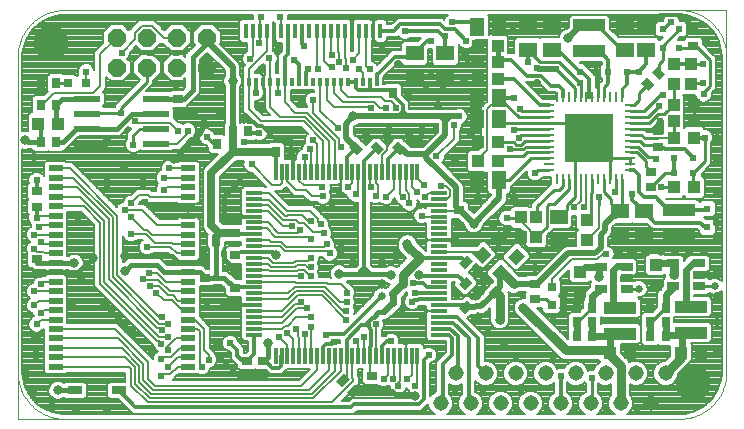
<source format=gtl>
G75*
%MOIN*%
%OFA0B0*%
%FSLAX25Y25*%
%IPPOS*%
%LPD*%
%AMOC8*
5,1,8,0,0,1.08239X$1,22.5*
%
%ADD10C,0.00000*%
%ADD11R,0.05512X0.01181*%
%ADD12R,0.01181X0.05512*%
%ADD13R,0.04724X0.01969*%
%ADD14R,0.02756X0.03543*%
%ADD15R,0.03543X0.02756*%
%ADD16R,0.04724X0.02756*%
%ADD17R,0.16142X0.16142*%
%ADD18C,0.03181*%
%ADD19R,0.03181X0.03181*%
%ADD20R,0.01102X0.03346*%
%ADD21R,0.03346X0.01102*%
%ADD22R,0.10630X0.03937*%
%ADD23R,0.05906X0.05118*%
%ADD24R,0.02362X0.02362*%
%ADD25R,0.05118X0.05906*%
%ADD26R,0.04331X0.03937*%
%ADD27R,0.03937X0.04331*%
%ADD28R,0.01181X0.04921*%
%ADD29R,0.01181X0.02756*%
%ADD30R,0.08661X0.01969*%
%ADD31OC8,0.06000*%
%ADD32R,0.03150X0.03150*%
%ADD33R,0.03937X0.02756*%
%ADD34C,0.05150*%
%ADD35C,0.00787*%
%ADD36C,0.02381*%
%ADD37C,0.01181*%
%ADD38C,0.02578*%
%ADD39C,0.02775*%
%ADD40C,0.01600*%
%ADD41C,0.01000*%
%ADD42C,0.01200*%
%ADD43C,0.01575*%
%ADD44C,0.03169*%
%ADD45C,0.11811*%
%ADD46C,0.00984*%
%ADD47C,0.02362*%
%ADD48C,0.03150*%
%ADD49C,0.01969*%
%ADD50C,0.02756*%
%ADD51C,0.00866*%
D10*
X0006118Y0012146D02*
X0006118Y0026320D01*
X0006118Y0027894D02*
X0006118Y0133406D01*
X0006137Y0133787D01*
X0006166Y0134168D01*
X0006204Y0134547D01*
X0006251Y0134926D01*
X0006308Y0135303D01*
X0006374Y0135679D01*
X0006449Y0136053D01*
X0006533Y0136426D01*
X0006627Y0136796D01*
X0006729Y0137163D01*
X0006841Y0137528D01*
X0006961Y0137890D01*
X0007090Y0138249D01*
X0007228Y0138605D01*
X0007374Y0138957D01*
X0007530Y0139306D01*
X0007693Y0139651D01*
X0007865Y0139991D01*
X0008046Y0140328D01*
X0008234Y0140659D01*
X0008431Y0140986D01*
X0008635Y0141309D01*
X0008848Y0141626D01*
X0009068Y0141937D01*
X0009296Y0142243D01*
X0009531Y0142544D01*
X0009773Y0142839D01*
X0010023Y0143127D01*
X0010280Y0143410D01*
X0010543Y0143686D01*
X0010813Y0143955D01*
X0011090Y0144218D01*
X0011373Y0144474D01*
X0011662Y0144723D01*
X0011957Y0144965D01*
X0012258Y0145199D01*
X0012565Y0145426D01*
X0012877Y0145646D01*
X0013195Y0145858D01*
X0013517Y0146061D01*
X0013845Y0146257D01*
X0014177Y0146445D01*
X0014514Y0146625D01*
X0014854Y0146796D01*
X0015200Y0146959D01*
X0015549Y0147113D01*
X0015901Y0147259D01*
X0016257Y0147396D01*
X0016617Y0147525D01*
X0016979Y0147644D01*
X0017344Y0147755D01*
X0017712Y0147856D01*
X0018082Y0147949D01*
X0018455Y0148032D01*
X0018829Y0148106D01*
X0019205Y0148171D01*
X0019582Y0148227D01*
X0019961Y0148274D01*
X0020341Y0148311D01*
X0020722Y0148339D01*
X0021103Y0148358D01*
X0021484Y0148367D01*
X0021866Y0148367D01*
X0227378Y0148367D01*
X0228165Y0148367D02*
X0242339Y0148367D01*
X0242339Y0134194D01*
X0242339Y0132619D02*
X0242339Y0027107D01*
X0242338Y0027107D02*
X0242319Y0026726D01*
X0242290Y0026345D01*
X0242252Y0025966D01*
X0242205Y0025587D01*
X0242148Y0025210D01*
X0242082Y0024834D01*
X0242007Y0024460D01*
X0241923Y0024087D01*
X0241829Y0023717D01*
X0241727Y0023350D01*
X0241615Y0022985D01*
X0241495Y0022623D01*
X0241366Y0022264D01*
X0241228Y0021908D01*
X0241082Y0021556D01*
X0240926Y0021207D01*
X0240763Y0020862D01*
X0240591Y0020522D01*
X0240410Y0020185D01*
X0240222Y0019854D01*
X0240025Y0019527D01*
X0239821Y0019204D01*
X0239608Y0018887D01*
X0239388Y0018576D01*
X0239160Y0018270D01*
X0238925Y0017969D01*
X0238683Y0017674D01*
X0238433Y0017386D01*
X0238176Y0017103D01*
X0237913Y0016827D01*
X0237643Y0016558D01*
X0237366Y0016295D01*
X0237083Y0016039D01*
X0236794Y0015790D01*
X0236499Y0015548D01*
X0236198Y0015314D01*
X0235891Y0015087D01*
X0235579Y0014867D01*
X0235261Y0014655D01*
X0234939Y0014452D01*
X0234611Y0014256D01*
X0234279Y0014068D01*
X0233942Y0013888D01*
X0233602Y0013717D01*
X0233256Y0013554D01*
X0232907Y0013400D01*
X0232555Y0013254D01*
X0232199Y0013117D01*
X0231839Y0012988D01*
X0231477Y0012869D01*
X0231112Y0012758D01*
X0230744Y0012657D01*
X0230374Y0012564D01*
X0230001Y0012481D01*
X0229627Y0012407D01*
X0229251Y0012342D01*
X0228874Y0012286D01*
X0228495Y0012239D01*
X0228115Y0012202D01*
X0227734Y0012174D01*
X0227353Y0012155D01*
X0226972Y0012146D01*
X0226590Y0012146D01*
X0226591Y0012146D02*
X0021079Y0012146D01*
X0006118Y0012146D01*
X0021079Y0012147D02*
X0020698Y0012166D01*
X0020317Y0012195D01*
X0019938Y0012233D01*
X0019559Y0012280D01*
X0019182Y0012337D01*
X0018806Y0012403D01*
X0018432Y0012478D01*
X0018059Y0012562D01*
X0017689Y0012656D01*
X0017322Y0012758D01*
X0016957Y0012870D01*
X0016595Y0012990D01*
X0016236Y0013119D01*
X0015880Y0013257D01*
X0015528Y0013403D01*
X0015179Y0013559D01*
X0014834Y0013722D01*
X0014494Y0013894D01*
X0014157Y0014075D01*
X0013826Y0014263D01*
X0013499Y0014460D01*
X0013176Y0014664D01*
X0012859Y0014877D01*
X0012548Y0015097D01*
X0012242Y0015325D01*
X0011941Y0015560D01*
X0011646Y0015802D01*
X0011358Y0016052D01*
X0011075Y0016309D01*
X0010799Y0016572D01*
X0010530Y0016842D01*
X0010267Y0017119D01*
X0010011Y0017402D01*
X0009762Y0017691D01*
X0009520Y0017986D01*
X0009286Y0018287D01*
X0009059Y0018594D01*
X0008839Y0018906D01*
X0008627Y0019224D01*
X0008424Y0019546D01*
X0008228Y0019874D01*
X0008040Y0020206D01*
X0007860Y0020543D01*
X0007689Y0020883D01*
X0007526Y0021229D01*
X0007372Y0021578D01*
X0007226Y0021930D01*
X0007089Y0022286D01*
X0006960Y0022646D01*
X0006841Y0023008D01*
X0006730Y0023373D01*
X0006629Y0023741D01*
X0006536Y0024111D01*
X0006453Y0024484D01*
X0006379Y0024858D01*
X0006314Y0025234D01*
X0006258Y0025611D01*
X0006211Y0025990D01*
X0006174Y0026370D01*
X0006146Y0026751D01*
X0006127Y0027132D01*
X0006118Y0027513D01*
X0006118Y0027895D01*
X0227378Y0148367D02*
X0227759Y0148348D01*
X0228140Y0148319D01*
X0228519Y0148281D01*
X0228898Y0148234D01*
X0229275Y0148177D01*
X0229651Y0148111D01*
X0230025Y0148036D01*
X0230398Y0147952D01*
X0230768Y0147858D01*
X0231135Y0147756D01*
X0231500Y0147644D01*
X0231862Y0147524D01*
X0232221Y0147395D01*
X0232577Y0147257D01*
X0232929Y0147111D01*
X0233278Y0146955D01*
X0233623Y0146792D01*
X0233963Y0146620D01*
X0234300Y0146439D01*
X0234631Y0146251D01*
X0234958Y0146054D01*
X0235281Y0145850D01*
X0235598Y0145637D01*
X0235909Y0145417D01*
X0236215Y0145189D01*
X0236516Y0144954D01*
X0236811Y0144712D01*
X0237099Y0144462D01*
X0237382Y0144205D01*
X0237658Y0143942D01*
X0237927Y0143672D01*
X0238190Y0143395D01*
X0238446Y0143112D01*
X0238695Y0142823D01*
X0238937Y0142528D01*
X0239171Y0142227D01*
X0239398Y0141920D01*
X0239618Y0141608D01*
X0239830Y0141290D01*
X0240033Y0140968D01*
X0240229Y0140640D01*
X0240417Y0140308D01*
X0240597Y0139971D01*
X0240768Y0139631D01*
X0240931Y0139285D01*
X0241085Y0138936D01*
X0241231Y0138584D01*
X0241368Y0138228D01*
X0241497Y0137868D01*
X0241616Y0137506D01*
X0241727Y0137141D01*
X0241828Y0136773D01*
X0241921Y0136403D01*
X0242004Y0136030D01*
X0242078Y0135656D01*
X0242143Y0135280D01*
X0242199Y0134903D01*
X0242246Y0134524D01*
X0242283Y0134144D01*
X0242311Y0133763D01*
X0242330Y0133382D01*
X0242339Y0133001D01*
X0242339Y0132619D01*
D11*
X0146433Y0087422D03*
X0146433Y0085453D03*
X0146433Y0083485D03*
X0146433Y0081516D03*
X0146433Y0079548D03*
X0146433Y0077579D03*
X0146433Y0075611D03*
X0146433Y0073642D03*
X0146433Y0071674D03*
X0146433Y0069705D03*
X0146433Y0067737D03*
X0146433Y0065768D03*
X0146433Y0063800D03*
X0146433Y0061831D03*
X0146433Y0059863D03*
X0146433Y0057894D03*
X0146433Y0055926D03*
X0146433Y0053957D03*
X0146433Y0051989D03*
X0146433Y0050020D03*
X0146433Y0048052D03*
X0146433Y0046083D03*
X0146433Y0044115D03*
X0146433Y0042146D03*
X0146433Y0040178D03*
X0085016Y0040178D03*
X0085016Y0042146D03*
X0085016Y0044115D03*
X0085016Y0046083D03*
X0085016Y0048052D03*
X0085016Y0050020D03*
X0085016Y0051989D03*
X0085016Y0053957D03*
X0085016Y0055926D03*
X0085016Y0057894D03*
X0085016Y0059863D03*
X0085016Y0061831D03*
X0085016Y0063800D03*
X0085016Y0065768D03*
X0085016Y0067737D03*
X0085016Y0069705D03*
X0085016Y0071674D03*
X0085016Y0073642D03*
X0085016Y0075611D03*
X0085016Y0077579D03*
X0085016Y0079548D03*
X0085016Y0081516D03*
X0085016Y0083485D03*
X0085016Y0085453D03*
X0085016Y0087422D03*
D12*
X0092102Y0094509D03*
X0094071Y0094509D03*
X0096039Y0094509D03*
X0098008Y0094509D03*
X0099976Y0094509D03*
X0101945Y0094509D03*
X0103913Y0094509D03*
X0105882Y0094509D03*
X0107850Y0094509D03*
X0109819Y0094509D03*
X0111787Y0094509D03*
X0113756Y0094509D03*
X0115724Y0094509D03*
X0117693Y0094509D03*
X0119661Y0094509D03*
X0121630Y0094509D03*
X0123598Y0094509D03*
X0125567Y0094509D03*
X0127535Y0094509D03*
X0129504Y0094509D03*
X0131472Y0094509D03*
X0133441Y0094509D03*
X0135409Y0094509D03*
X0137378Y0094509D03*
X0139346Y0094509D03*
X0139346Y0033091D03*
X0137378Y0033091D03*
X0135409Y0033091D03*
X0133441Y0033091D03*
X0131472Y0033091D03*
X0129504Y0033091D03*
X0127535Y0033091D03*
X0125567Y0033091D03*
X0123598Y0033091D03*
X0121630Y0033091D03*
X0119661Y0033091D03*
X0117693Y0033091D03*
X0115724Y0033091D03*
X0113756Y0033091D03*
X0111787Y0033091D03*
X0109819Y0033091D03*
X0107850Y0033091D03*
X0105882Y0033091D03*
X0103913Y0033091D03*
X0101945Y0033091D03*
X0099976Y0033091D03*
X0098008Y0033091D03*
X0096039Y0033091D03*
X0094071Y0033091D03*
X0092102Y0033091D03*
D13*
X0062811Y0032619D03*
X0062811Y0035768D03*
X0062811Y0038918D03*
X0062811Y0042068D03*
X0062811Y0045217D03*
X0062811Y0048367D03*
X0062811Y0051516D03*
X0062811Y0054666D03*
X0062811Y0057816D03*
X0062811Y0060965D03*
X0062811Y0064115D03*
X0062811Y0067264D03*
X0062811Y0070414D03*
X0062811Y0073564D03*
X0062811Y0076713D03*
X0062811Y0079863D03*
X0062811Y0083012D03*
X0062811Y0086162D03*
X0062811Y0089312D03*
X0062811Y0092461D03*
X0062811Y0095611D03*
X0018717Y0095611D03*
X0018717Y0092461D03*
X0018717Y0089312D03*
X0018717Y0086162D03*
X0018717Y0083012D03*
X0018717Y0079863D03*
X0018717Y0076713D03*
X0018717Y0073564D03*
X0018717Y0070414D03*
X0018717Y0067264D03*
X0018717Y0064115D03*
X0018717Y0060965D03*
X0018717Y0057816D03*
X0018717Y0054666D03*
X0018717Y0051516D03*
X0018717Y0048367D03*
X0018717Y0045217D03*
X0018717Y0042068D03*
X0018717Y0038918D03*
X0018717Y0035768D03*
X0018717Y0032619D03*
X0018717Y0029469D03*
X0062811Y0029469D03*
D14*
G36*
X0114268Y0022753D02*
X0112319Y0024702D01*
X0114822Y0027205D01*
X0116771Y0025256D01*
X0114268Y0022753D01*
G37*
G36*
X0117887Y0019134D02*
X0115938Y0021083D01*
X0118441Y0023586D01*
X0120390Y0021637D01*
X0117887Y0019134D01*
G37*
G36*
X0158832Y0043544D02*
X0156883Y0045493D01*
X0159386Y0047996D01*
X0161335Y0046047D01*
X0158832Y0043544D01*
G37*
G36*
X0155213Y0047163D02*
X0153264Y0049112D01*
X0155767Y0051615D01*
X0157716Y0049666D01*
X0155213Y0047163D01*
G37*
G36*
X0158832Y0051418D02*
X0156883Y0053367D01*
X0159386Y0055870D01*
X0161335Y0053921D01*
X0158832Y0051418D01*
G37*
G36*
X0165685Y0056657D02*
X0167634Y0054708D01*
X0165131Y0052205D01*
X0163182Y0054154D01*
X0165685Y0056657D01*
G37*
G36*
X0162066Y0060276D02*
X0164015Y0058327D01*
X0161512Y0055824D01*
X0159563Y0057773D01*
X0162066Y0060276D01*
G37*
G36*
X0158832Y0058504D02*
X0156883Y0060453D01*
X0159386Y0062956D01*
X0161335Y0061007D01*
X0158832Y0058504D01*
G37*
G36*
X0155213Y0055037D02*
X0153264Y0056986D01*
X0155767Y0059489D01*
X0157716Y0057540D01*
X0155213Y0055037D01*
G37*
G36*
X0155213Y0062124D02*
X0153264Y0064073D01*
X0155767Y0066576D01*
X0157716Y0064627D01*
X0155213Y0062124D01*
G37*
X0192535Y0049154D03*
X0197654Y0049154D03*
X0197654Y0044430D03*
X0192535Y0044430D03*
X0192535Y0039705D03*
X0197654Y0039705D03*
X0216945Y0039705D03*
X0222063Y0039705D03*
X0222063Y0044430D03*
X0216945Y0044430D03*
X0216945Y0049154D03*
X0222063Y0049154D03*
G36*
X0135472Y0102186D02*
X0133523Y0100237D01*
X0131020Y0102740D01*
X0132969Y0104689D01*
X0135472Y0102186D01*
G37*
G36*
X0139091Y0105805D02*
X0137142Y0103856D01*
X0134639Y0106359D01*
X0136588Y0108308D01*
X0139091Y0105805D01*
G37*
G36*
X0131807Y0105805D02*
X0129858Y0103856D01*
X0127355Y0106359D01*
X0129304Y0108308D01*
X0131807Y0105805D01*
G37*
G36*
X0128188Y0102186D02*
X0126239Y0100237D01*
X0123736Y0102740D01*
X0125685Y0104689D01*
X0128188Y0102186D01*
G37*
G36*
X0124721Y0105805D02*
X0122772Y0103856D01*
X0120269Y0106359D01*
X0122218Y0108308D01*
X0124721Y0105805D01*
G37*
G36*
X0121102Y0102186D02*
X0119153Y0100237D01*
X0116650Y0102740D01*
X0118599Y0104689D01*
X0121102Y0102186D01*
G37*
X0097260Y0101123D03*
X0092142Y0101123D03*
X0082890Y0108012D03*
X0077772Y0108012D03*
X0077772Y0103682D03*
X0072654Y0103682D03*
X0018913Y0104272D03*
X0013795Y0104272D03*
X0013795Y0116871D03*
X0018913Y0116871D03*
X0018913Y0123957D03*
X0013795Y0123957D03*
X0131118Y0120808D03*
X0136236Y0120808D03*
G36*
X0213894Y0124000D02*
X0215843Y0125949D01*
X0218346Y0123446D01*
X0216397Y0121497D01*
X0213894Y0124000D01*
G37*
G36*
X0217513Y0127619D02*
X0219462Y0129568D01*
X0221965Y0127065D01*
X0220016Y0125116D01*
X0217513Y0127619D01*
G37*
D15*
X0231315Y0136359D03*
X0231315Y0141477D03*
X0219701Y0108012D03*
X0219701Y0102894D03*
X0217142Y0094430D03*
X0217142Y0089312D03*
X0178559Y0057225D03*
X0178559Y0052107D03*
X0153362Y0076516D03*
X0153362Y0081634D03*
X0078559Y0079272D03*
X0078559Y0074154D03*
X0078559Y0066674D03*
X0078559Y0061556D03*
X0078559Y0055650D03*
X0078559Y0050532D03*
X0068520Y0059194D03*
X0068520Y0064312D03*
X0082496Y0031241D03*
X0082496Y0026123D03*
X0088008Y0026123D03*
X0088008Y0031241D03*
X0124228Y0026516D03*
X0124228Y0021398D03*
X0012417Y0060375D03*
X0012417Y0065493D03*
X0012417Y0082816D03*
X0012417Y0087934D03*
X0059661Y0113524D03*
X0059661Y0118642D03*
D16*
X0039780Y0021595D03*
X0025213Y0021595D03*
D17*
X0196669Y0105847D03*
D18*
X0194701Y0103879D03*
X0194701Y0107816D03*
X0198638Y0107816D03*
X0202575Y0107816D03*
X0202575Y0103879D03*
X0198638Y0103879D03*
X0198638Y0099942D03*
X0202575Y0099942D03*
X0194701Y0099942D03*
X0190764Y0099942D03*
X0190764Y0103879D03*
X0190764Y0107816D03*
X0194701Y0111753D03*
X0198638Y0111753D03*
X0202575Y0111753D03*
D19*
X0190764Y0111753D03*
D20*
X0191748Y0119528D03*
X0189780Y0119528D03*
X0187811Y0119528D03*
X0185843Y0119528D03*
X0193717Y0119528D03*
X0195685Y0119528D03*
X0197654Y0119528D03*
X0199622Y0119528D03*
X0201591Y0119528D03*
X0203559Y0119528D03*
X0205528Y0119528D03*
X0207496Y0119528D03*
X0207496Y0092166D03*
X0205528Y0092166D03*
X0203559Y0092166D03*
X0201591Y0092166D03*
X0199622Y0092166D03*
X0197654Y0092166D03*
X0195685Y0092166D03*
X0193717Y0092166D03*
X0191748Y0092166D03*
X0189780Y0092166D03*
X0187811Y0092166D03*
X0185843Y0092166D03*
D21*
X0183185Y0095020D03*
X0183185Y0096989D03*
X0183185Y0098957D03*
X0183185Y0100926D03*
X0183185Y0102894D03*
X0183185Y0104863D03*
X0183185Y0106831D03*
X0183185Y0108800D03*
X0183185Y0110768D03*
X0183185Y0112737D03*
X0183185Y0114705D03*
X0183185Y0116674D03*
X0210154Y0116674D03*
X0210154Y0114705D03*
X0210154Y0112737D03*
X0210154Y0110768D03*
X0210154Y0108800D03*
X0210154Y0106831D03*
X0210154Y0104863D03*
X0210154Y0102894D03*
X0210154Y0100926D03*
X0210154Y0098957D03*
X0210154Y0096989D03*
X0210154Y0095020D03*
D22*
X0226591Y0081831D03*
X0226591Y0073170D03*
X0230528Y0049548D03*
X0230528Y0040886D03*
X0206906Y0040493D03*
X0206906Y0049154D03*
X0196669Y0134587D03*
X0196669Y0143249D03*
D23*
X0208480Y0142658D03*
X0215567Y0142658D03*
X0215567Y0135178D03*
X0208480Y0135178D03*
X0184071Y0135178D03*
X0176197Y0135178D03*
X0176197Y0142658D03*
X0184071Y0142658D03*
X0148638Y0133997D03*
X0138402Y0133997D03*
X0138402Y0126516D03*
X0148638Y0126516D03*
X0206906Y0081241D03*
X0214780Y0081241D03*
X0214780Y0073760D03*
X0206906Y0073760D03*
X0186433Y0071989D03*
X0186433Y0079469D03*
D24*
X0225016Y0094036D03*
X0231315Y0094036D03*
X0231315Y0099154D03*
X0225016Y0099154D03*
X0236039Y0082225D03*
X0236039Y0075926D03*
X0209268Y0127894D03*
X0202969Y0127894D03*
X0221276Y0135768D03*
X0226591Y0135768D03*
X0226591Y0142068D03*
X0221276Y0142068D03*
D25*
X0166551Y0142855D03*
X0159071Y0142855D03*
X0159071Y0119233D03*
X0166551Y0119233D03*
X0166551Y0112146D03*
X0159071Y0112146D03*
X0159071Y0091674D03*
X0166551Y0091674D03*
D26*
X0166157Y0104272D03*
X0159465Y0104272D03*
X0159465Y0125532D03*
X0166157Y0125532D03*
X0225016Y0123760D03*
X0230528Y0123760D03*
X0230528Y0130453D03*
X0225016Y0130453D03*
X0195882Y0078485D03*
X0195882Y0071792D03*
X0178953Y0072579D03*
X0178953Y0079272D03*
X0203559Y0034194D03*
X0210252Y0034194D03*
X0227181Y0034194D03*
X0233874Y0034194D03*
D27*
X0218717Y0056831D03*
X0218717Y0063524D03*
X0193520Y0061162D03*
X0193520Y0054469D03*
G36*
X0172177Y0063277D02*
X0169394Y0066060D01*
X0172455Y0069121D01*
X0175238Y0066338D01*
X0172177Y0063277D01*
G37*
G36*
X0167165Y0063831D02*
X0169948Y0061048D01*
X0166887Y0057987D01*
X0164104Y0060770D01*
X0167165Y0063831D01*
G37*
G36*
X0161319Y0069677D02*
X0164102Y0066894D01*
X0161041Y0063833D01*
X0158258Y0066616D01*
X0161319Y0069677D01*
G37*
G36*
X0166331Y0069123D02*
X0163548Y0071906D01*
X0166609Y0074967D01*
X0169392Y0072184D01*
X0166331Y0069123D01*
G37*
X0173835Y0072579D03*
X0173835Y0079272D03*
X0166157Y0097973D03*
X0159465Y0097973D03*
X0159465Y0131044D03*
X0166157Y0131044D03*
X0166157Y0136556D03*
X0159465Y0136556D03*
X0224819Y0116871D03*
X0231512Y0116871D03*
X0231512Y0111359D03*
X0231512Y0105847D03*
X0224819Y0105847D03*
X0224819Y0111359D03*
X0224819Y0089312D03*
X0231512Y0089312D03*
X0019701Y0110571D03*
X0013008Y0110571D03*
D28*
X0082102Y0141477D03*
X0084465Y0141477D03*
X0086827Y0141477D03*
X0089189Y0141477D03*
X0091551Y0141477D03*
X0093913Y0141477D03*
X0096276Y0141477D03*
X0098638Y0141477D03*
X0101000Y0141477D03*
X0103362Y0141477D03*
X0105724Y0141477D03*
X0108087Y0141477D03*
X0110449Y0141477D03*
X0112811Y0141477D03*
X0115173Y0141477D03*
X0117535Y0141477D03*
X0119898Y0141477D03*
X0122260Y0141477D03*
X0124622Y0141477D03*
X0126984Y0141477D03*
D29*
X0125803Y0124548D03*
X0123441Y0124548D03*
X0121079Y0124548D03*
X0118717Y0124548D03*
X0116354Y0124548D03*
X0113992Y0124548D03*
X0111630Y0124548D03*
X0109268Y0124548D03*
X0106906Y0124548D03*
X0104543Y0124548D03*
X0102181Y0124548D03*
X0099819Y0124548D03*
X0097457Y0124548D03*
X0095094Y0124548D03*
X0092732Y0124548D03*
X0090370Y0124548D03*
X0088008Y0124548D03*
X0085646Y0124548D03*
X0083283Y0124548D03*
D30*
X0052181Y0118859D03*
X0052181Y0113859D03*
X0052181Y0108859D03*
X0052181Y0103859D03*
X0029346Y0103898D03*
X0029346Y0108898D03*
X0029346Y0113898D03*
X0029346Y0118859D03*
D31*
X0039150Y0129194D03*
X0049150Y0129194D03*
X0059150Y0129194D03*
X0069150Y0129194D03*
X0069150Y0139194D03*
X0059150Y0139194D03*
X0049150Y0139194D03*
X0039150Y0139194D03*
D32*
X0028756Y0123957D03*
X0022850Y0123957D03*
X0184071Y0056044D03*
X0184071Y0050138D03*
D33*
X0200409Y0055257D03*
X0200409Y0062737D03*
X0209071Y0062737D03*
X0209071Y0058997D03*
X0209071Y0055257D03*
X0224622Y0056438D03*
X0233283Y0056438D03*
X0233283Y0060178D03*
X0233283Y0063918D03*
X0224622Y0063918D03*
D34*
X0222063Y0027383D03*
X0212063Y0027383D03*
X0202063Y0027383D03*
X0192063Y0027383D03*
X0182063Y0027383D03*
X0172063Y0027383D03*
X0162063Y0027383D03*
X0152063Y0027383D03*
X0157063Y0017383D03*
X0167063Y0017383D03*
X0177063Y0017383D03*
X0187063Y0017383D03*
X0197063Y0017383D03*
X0207063Y0017383D03*
X0217063Y0017383D03*
X0147063Y0017383D03*
D35*
X0150016Y0020298D02*
X0150016Y0023739D01*
X0151238Y0023233D01*
X0152888Y0023233D01*
X0154346Y0023837D01*
X0154346Y0020534D01*
X0153545Y0019733D01*
X0152913Y0018208D01*
X0152913Y0016557D01*
X0153545Y0015032D01*
X0154712Y0013865D01*
X0155059Y0013721D01*
X0149067Y0013721D01*
X0149414Y0013865D01*
X0150581Y0015032D01*
X0151213Y0016557D01*
X0151213Y0018208D01*
X0150581Y0019733D01*
X0150016Y0020298D01*
X0150308Y0020005D02*
X0153817Y0020005D01*
X0153332Y0019220D02*
X0150794Y0019220D01*
X0151119Y0018434D02*
X0153007Y0018434D01*
X0152913Y0017648D02*
X0151213Y0017648D01*
X0151213Y0016862D02*
X0152913Y0016862D01*
X0153113Y0016076D02*
X0151013Y0016076D01*
X0150688Y0015290D02*
X0153438Y0015290D01*
X0154073Y0014504D02*
X0150053Y0014504D01*
X0145059Y0013721D02*
X0021128Y0013721D01*
X0019350Y0013905D01*
X0015915Y0014953D01*
X0012860Y0016842D01*
X0010386Y0019445D01*
X0008657Y0022593D01*
X0007786Y0026078D01*
X0007693Y0027872D01*
X0007693Y0027884D01*
X0007701Y0028527D01*
X0007693Y0028535D01*
X0007693Y0102058D01*
X0008074Y0101901D01*
X0009331Y0101901D01*
X0009354Y0101910D01*
X0010843Y0101910D01*
X0010843Y0101848D01*
X0011765Y0100926D01*
X0015826Y0100926D01*
X0016354Y0101455D01*
X0016883Y0100926D01*
X0020944Y0100926D01*
X0021866Y0101848D01*
X0021866Y0101910D01*
X0022057Y0101910D01*
X0026486Y0106339D01*
X0034329Y0106339D01*
X0034526Y0106536D01*
X0040069Y0106536D01*
X0043011Y0109478D01*
X0043553Y0108937D01*
X0043925Y0108782D01*
X0042634Y0107491D01*
X0042634Y0105329D01*
X0042356Y0105051D01*
X0041935Y0104035D01*
X0041935Y0102935D01*
X0042356Y0101918D01*
X0043134Y0101141D01*
X0044151Y0100720D01*
X0045251Y0100720D01*
X0046267Y0101141D01*
X0046812Y0101686D01*
X0047198Y0101300D01*
X0057164Y0101300D01*
X0057755Y0101890D01*
X0060063Y0101890D01*
X0063798Y0105625D01*
X0064377Y0105865D01*
X0065155Y0106643D01*
X0065576Y0107659D01*
X0065576Y0108759D01*
X0065155Y0109776D01*
X0064377Y0110554D01*
X0063361Y0110975D01*
X0062261Y0110975D01*
X0061245Y0110554D01*
X0061236Y0110545D01*
X0061228Y0110554D01*
X0060211Y0110975D01*
X0059680Y0110975D01*
X0059002Y0111652D01*
X0059002Y0111652D01*
X0058087Y0112568D01*
X0058087Y0115495D01*
X0057892Y0115690D01*
X0062085Y0115690D01*
X0063008Y0116612D01*
X0063008Y0116876D01*
X0066748Y0120617D01*
X0066748Y0131640D01*
X0069327Y0134219D01*
X0075213Y0128334D01*
X0075213Y0126653D01*
X0075094Y0126534D01*
X0074613Y0125373D01*
X0074613Y0124116D01*
X0075094Y0122955D01*
X0075213Y0122836D01*
X0075213Y0110830D01*
X0074819Y0110436D01*
X0074819Y0106893D01*
X0074684Y0107028D01*
X0071769Y0107028D01*
X0071479Y0107729D01*
X0070701Y0108507D01*
X0069684Y0108928D01*
X0068584Y0108928D01*
X0067568Y0108507D01*
X0066790Y0107729D01*
X0066369Y0106712D01*
X0066369Y0105612D01*
X0066790Y0104596D01*
X0067568Y0103818D01*
X0068584Y0103397D01*
X0068837Y0103397D01*
X0069701Y0102534D01*
X0069701Y0101258D01*
X0070623Y0100335D01*
X0072808Y0100335D01*
X0068182Y0095709D01*
X0067732Y0094623D01*
X0067732Y0076126D01*
X0068182Y0075041D01*
X0069012Y0074210D01*
X0069469Y0073754D01*
X0069307Y0073364D01*
X0069307Y0069827D01*
X0069757Y0068741D01*
X0069898Y0068600D01*
X0069898Y0062146D01*
X0068908Y0062146D01*
X0067726Y0063327D01*
X0066022Y0063327D01*
X0065826Y0063524D01*
X0059797Y0063524D01*
X0059600Y0063327D01*
X0055999Y0063327D01*
X0054982Y0064344D01*
X0053599Y0065727D01*
X0047836Y0065727D01*
X0047798Y0065690D01*
X0042747Y0065690D01*
X0041585Y0064528D01*
X0041157Y0064528D01*
X0041157Y0073225D01*
X0041569Y0072232D01*
X0042347Y0071454D01*
X0043363Y0071033D01*
X0044463Y0071033D01*
X0045480Y0071454D01*
X0045856Y0071830D01*
X0047844Y0071830D01*
X0047628Y0071741D01*
X0046850Y0070963D01*
X0046429Y0069946D01*
X0046429Y0068846D01*
X0046850Y0067830D01*
X0047628Y0067052D01*
X0048645Y0066631D01*
X0049745Y0066631D01*
X0050761Y0067052D01*
X0051137Y0067428D01*
X0056180Y0067428D01*
X0058311Y0065296D01*
X0059206Y0065296D01*
X0059797Y0064705D01*
X0065826Y0064705D01*
X0066748Y0065628D01*
X0066748Y0078350D01*
X0065826Y0079272D01*
X0059797Y0079272D01*
X0059206Y0078682D01*
X0053390Y0078682D01*
X0049455Y0082616D01*
X0048302Y0083770D01*
X0046679Y0083770D01*
X0046679Y0083967D01*
X0047441Y0084729D01*
X0048727Y0084729D01*
X0049263Y0084194D01*
X0059206Y0084194D01*
X0059797Y0083603D01*
X0065826Y0083603D01*
X0066748Y0084525D01*
X0066748Y0097247D01*
X0065826Y0098170D01*
X0059797Y0098170D01*
X0059206Y0097579D01*
X0058454Y0097579D01*
X0058078Y0097955D01*
X0057062Y0098376D01*
X0055962Y0098376D01*
X0054945Y0097955D01*
X0054167Y0097177D01*
X0053746Y0096161D01*
X0053746Y0095061D01*
X0053782Y0094976D01*
X0053371Y0094806D01*
X0052593Y0094028D01*
X0052172Y0093011D01*
X0052172Y0091911D01*
X0052593Y0090895D01*
X0052995Y0090493D01*
X0052593Y0090091D01*
X0052172Y0089074D01*
X0052172Y0088131D01*
X0050893Y0088131D01*
X0050358Y0088666D01*
X0045810Y0088666D01*
X0043895Y0086751D01*
X0043363Y0086751D01*
X0042347Y0086330D01*
X0041569Y0085552D01*
X0041159Y0084563D01*
X0040151Y0084145D01*
X0039373Y0083367D01*
X0039108Y0082727D01*
X0024256Y0097579D01*
X0022322Y0097579D01*
X0021731Y0098170D01*
X0015702Y0098170D01*
X0014780Y0097247D01*
X0014780Y0093197D01*
X0014762Y0093240D01*
X0013984Y0094018D01*
X0012967Y0094439D01*
X0011867Y0094439D01*
X0010851Y0094018D01*
X0010073Y0093240D01*
X0009652Y0092224D01*
X0009652Y0091124D01*
X0009821Y0090715D01*
X0009071Y0089964D01*
X0009071Y0085903D01*
X0009600Y0085375D01*
X0009071Y0084846D01*
X0009071Y0080785D01*
X0009821Y0080035D01*
X0009652Y0079625D01*
X0009652Y0078525D01*
X0010073Y0077509D01*
X0010692Y0076890D01*
X0010579Y0076615D01*
X0010579Y0076121D01*
X0010063Y0075908D01*
X0009286Y0075130D01*
X0008865Y0074114D01*
X0008865Y0073014D01*
X0009286Y0071997D01*
X0010063Y0071219D01*
X0010107Y0071201D01*
X0010063Y0071184D01*
X0009286Y0070406D01*
X0008865Y0069389D01*
X0008865Y0068289D01*
X0009149Y0067602D01*
X0009071Y0067523D01*
X0009071Y0063462D01*
X0009993Y0062540D01*
X0010777Y0062540D01*
X0011063Y0062326D01*
X0011636Y0061753D01*
X0011827Y0061753D01*
X0011980Y0061638D01*
X0012782Y0061753D01*
X0015505Y0061753D01*
X0015702Y0061556D01*
X0021731Y0061556D01*
X0021928Y0061753D01*
X0022732Y0061753D01*
X0023226Y0061259D01*
X0024387Y0060778D01*
X0025644Y0060778D01*
X0026805Y0061259D01*
X0027694Y0062147D01*
X0028175Y0063308D01*
X0028175Y0064565D01*
X0027694Y0065726D01*
X0026805Y0066615D01*
X0025644Y0067096D01*
X0024387Y0067096D01*
X0023226Y0066615D01*
X0023088Y0066477D01*
X0022654Y0066477D01*
X0022654Y0081044D01*
X0027312Y0081044D01*
X0031671Y0076685D01*
X0031671Y0056280D01*
X0051245Y0036706D01*
X0051245Y0036654D01*
X0051666Y0035637D01*
X0052444Y0034859D01*
X0052792Y0034715D01*
X0052441Y0034569D01*
X0051663Y0033791D01*
X0051242Y0032775D01*
X0051242Y0032011D01*
X0039217Y0044036D01*
X0022654Y0044036D01*
X0022654Y0059452D01*
X0021731Y0060375D01*
X0015702Y0060375D01*
X0015111Y0059784D01*
X0014565Y0059784D01*
X0014542Y0059794D01*
X0013442Y0059794D01*
X0012426Y0059373D01*
X0011648Y0058595D01*
X0011227Y0057578D01*
X0011227Y0057431D01*
X0011080Y0057431D01*
X0010063Y0057010D01*
X0009286Y0056232D01*
X0008865Y0055216D01*
X0008865Y0054116D01*
X0009286Y0053100D01*
X0010063Y0052322D01*
X0010107Y0052304D01*
X0010063Y0052286D01*
X0009286Y0051508D01*
X0008865Y0050492D01*
X0008865Y0049391D01*
X0009286Y0048375D01*
X0010063Y0047597D01*
X0011080Y0047176D01*
X0011227Y0047176D01*
X0011227Y0046851D01*
X0011477Y0046246D01*
X0010851Y0045987D01*
X0010073Y0045209D01*
X0009652Y0044192D01*
X0009652Y0043092D01*
X0010073Y0042076D01*
X0010851Y0041298D01*
X0011867Y0040877D01*
X0012967Y0040877D01*
X0013984Y0041298D01*
X0014762Y0042076D01*
X0014780Y0042119D01*
X0014780Y0027833D01*
X0015702Y0026910D01*
X0021731Y0026910D01*
X0022322Y0027501D01*
X0041907Y0027501D01*
X0041907Y0024548D01*
X0036765Y0024548D01*
X0035843Y0023625D01*
X0035843Y0019565D01*
X0036765Y0018642D01*
X0039670Y0018642D01*
X0043173Y0015139D01*
X0044442Y0013871D01*
X0118273Y0013871D01*
X0119235Y0014832D01*
X0140696Y0014832D01*
X0141964Y0016100D01*
X0142321Y0016457D01*
X0142913Y0017049D01*
X0142913Y0016557D01*
X0143545Y0015032D01*
X0144712Y0013865D01*
X0145059Y0013721D01*
X0144073Y0014504D02*
X0118907Y0014504D01*
X0116479Y0018201D02*
X0114170Y0018201D01*
X0118581Y0022613D01*
X0119734Y0023766D01*
X0119734Y0026485D01*
X0119661Y0026558D01*
X0119661Y0028760D01*
X0121096Y0028760D01*
X0120882Y0028547D01*
X0120882Y0024486D01*
X0121804Y0023564D01*
X0125928Y0023564D01*
X0126482Y0023010D01*
X0127498Y0022589D01*
X0128598Y0022589D01*
X0129614Y0023010D01*
X0129780Y0023175D01*
X0130264Y0022974D01*
X0130264Y0022480D01*
X0130685Y0021464D01*
X0131463Y0020686D01*
X0132479Y0020265D01*
X0133579Y0020265D01*
X0134596Y0020686D01*
X0135374Y0021464D01*
X0135744Y0022359D01*
X0136057Y0021603D01*
X0136835Y0020826D01*
X0137852Y0020405D01*
X0138952Y0020405D01*
X0139259Y0020532D01*
X0139259Y0019520D01*
X0138902Y0019163D01*
X0117441Y0019163D01*
X0116479Y0018201D01*
X0116712Y0018434D02*
X0114402Y0018434D01*
X0115188Y0019220D02*
X0138959Y0019220D01*
X0139259Y0020005D02*
X0115974Y0020005D01*
X0116760Y0020791D02*
X0131358Y0020791D01*
X0130638Y0021577D02*
X0117546Y0021577D01*
X0118164Y0021360D02*
X0118202Y0021398D01*
X0118331Y0022363D02*
X0130312Y0022363D01*
X0129842Y0023149D02*
X0129754Y0023149D01*
X0133029Y0023030D02*
X0133029Y0024157D01*
X0133499Y0024627D01*
X0133499Y0032264D01*
X0133441Y0032323D01*
X0133441Y0033091D01*
X0135409Y0033091D02*
X0135409Y0037973D01*
X0135252Y0038131D01*
X0134684Y0037422D02*
X0133227Y0037422D01*
X0133293Y0037580D01*
X0133293Y0038681D01*
X0132872Y0039697D01*
X0132094Y0040475D01*
X0131078Y0040896D01*
X0129977Y0040896D01*
X0128961Y0040475D01*
X0128782Y0040296D01*
X0128274Y0040296D01*
X0127550Y0039572D01*
X0127550Y0041700D01*
X0127926Y0042076D01*
X0128347Y0043092D01*
X0128347Y0044192D01*
X0128004Y0045020D01*
X0128674Y0045020D01*
X0129615Y0045410D01*
X0132401Y0048196D01*
X0132876Y0048393D01*
X0133651Y0049168D01*
X0134071Y0050181D01*
X0134071Y0052459D01*
X0135921Y0054309D01*
X0135921Y0053613D01*
X0135984Y0053462D01*
X0135270Y0052749D01*
X0134849Y0051732D01*
X0134849Y0050632D01*
X0135270Y0049616D01*
X0136048Y0048838D01*
X0137064Y0048417D01*
X0138164Y0048417D01*
X0139181Y0048838D01*
X0139959Y0049616D01*
X0139959Y0049617D01*
X0140570Y0049617D01*
X0140776Y0049823D01*
X0142102Y0049823D01*
X0142102Y0048777D01*
X0142828Y0048052D01*
X0142102Y0047326D01*
X0142102Y0038935D01*
X0143025Y0038012D01*
X0148835Y0038012D01*
X0148835Y0034303D01*
X0146953Y0032422D01*
X0145685Y0031153D01*
X0145685Y0021303D01*
X0144712Y0020900D01*
X0143590Y0019778D01*
X0143590Y0030641D01*
X0143676Y0030641D01*
X0144692Y0031062D01*
X0145470Y0031840D01*
X0145891Y0032856D01*
X0145891Y0033956D01*
X0145470Y0034973D01*
X0144692Y0035750D01*
X0143676Y0036171D01*
X0142576Y0036171D01*
X0141560Y0035750D01*
X0141512Y0035703D01*
X0141512Y0036499D01*
X0140589Y0037422D01*
X0136135Y0037422D01*
X0135409Y0036696D01*
X0134684Y0037422D01*
X0134810Y0037296D02*
X0136009Y0037296D01*
X0133293Y0038081D02*
X0142956Y0038081D01*
X0142170Y0038867D02*
X0133216Y0038867D01*
X0132890Y0039653D02*
X0142102Y0039653D01*
X0142102Y0040439D02*
X0132130Y0040439D01*
X0128925Y0040439D02*
X0127550Y0040439D01*
X0127550Y0039653D02*
X0127631Y0039653D01*
X0127550Y0041225D02*
X0142102Y0041225D01*
X0142102Y0042011D02*
X0127861Y0042011D01*
X0128225Y0042797D02*
X0142102Y0042797D01*
X0142102Y0043583D02*
X0128347Y0043583D01*
X0128274Y0044369D02*
X0142102Y0044369D01*
X0142102Y0045155D02*
X0128999Y0045155D01*
X0130146Y0045941D02*
X0142102Y0045941D01*
X0142102Y0046726D02*
X0130931Y0046726D01*
X0131717Y0047512D02*
X0142289Y0047512D01*
X0142024Y0048052D02*
X0140764Y0045217D01*
X0142024Y0048052D02*
X0146433Y0048052D01*
X0142582Y0048298D02*
X0132648Y0048298D01*
X0133568Y0049084D02*
X0135801Y0049084D01*
X0135164Y0049870D02*
X0133942Y0049870D01*
X0134071Y0050656D02*
X0134849Y0050656D01*
X0134849Y0051442D02*
X0134071Y0051442D01*
X0134071Y0052228D02*
X0135054Y0052228D01*
X0134626Y0053014D02*
X0135535Y0053014D01*
X0135412Y0053800D02*
X0135921Y0053800D01*
X0139427Y0049084D02*
X0142102Y0049084D01*
X0150764Y0052186D02*
X0150764Y0057697D01*
X0151748Y0057697D01*
X0151688Y0057637D01*
X0151688Y0056332D01*
X0154559Y0053461D01*
X0155864Y0053461D01*
X0159292Y0056889D01*
X0159292Y0058194D01*
X0156420Y0061065D01*
X0156381Y0061065D01*
X0158981Y0063665D01*
X0160389Y0062258D01*
X0161693Y0062258D01*
X0165678Y0066242D01*
X0165678Y0067547D01*
X0161972Y0071253D01*
X0160667Y0071253D01*
X0159119Y0069705D01*
X0150764Y0069705D01*
X0150764Y0070948D01*
X0150038Y0071674D01*
X0150764Y0072399D01*
X0150764Y0078856D01*
X0150938Y0078682D01*
X0152972Y0078682D01*
X0154928Y0076726D01*
X0154928Y0076558D01*
X0155408Y0075397D01*
X0156297Y0074508D01*
X0157458Y0074027D01*
X0158715Y0074027D01*
X0159876Y0074508D01*
X0160765Y0075397D01*
X0161246Y0076558D01*
X0161246Y0076726D01*
X0168721Y0084201D01*
X0169110Y0085142D01*
X0169110Y0087146D01*
X0169763Y0087146D01*
X0170685Y0088069D01*
X0170685Y0089607D01*
X0170754Y0089607D01*
X0171965Y0090818D01*
X0175837Y0094690D01*
X0175794Y0094586D01*
X0175794Y0093486D01*
X0176215Y0092470D01*
X0176993Y0091692D01*
X0178009Y0091271D01*
X0179109Y0091271D01*
X0180125Y0091692D01*
X0180903Y0092470D01*
X0181079Y0092894D01*
X0183717Y0092894D01*
X0183717Y0090306D01*
X0177280Y0083869D01*
X0177280Y0082816D01*
X0176652Y0082816D01*
X0176455Y0083012D01*
X0171214Y0083012D01*
X0170291Y0082090D01*
X0170291Y0081579D01*
X0169660Y0081841D01*
X0168560Y0081841D01*
X0167544Y0081420D01*
X0166766Y0080642D01*
X0166345Y0079625D01*
X0166345Y0078525D01*
X0166766Y0077509D01*
X0167544Y0076731D01*
X0168560Y0076310D01*
X0169660Y0076310D01*
X0170291Y0076571D01*
X0170291Y0076455D01*
X0171214Y0075532D01*
X0173637Y0075532D01*
X0174828Y0074341D01*
X0174828Y0073920D01*
X0175213Y0073536D01*
X0175213Y0069959D01*
X0176135Y0069036D01*
X0181770Y0069036D01*
X0182693Y0069959D01*
X0182693Y0073396D01*
X0184455Y0075159D01*
X0184455Y0075335D01*
X0190038Y0075335D01*
X0190961Y0076258D01*
X0190961Y0079844D01*
X0191046Y0079809D01*
X0192142Y0079809D01*
X0192142Y0075864D01*
X0192867Y0075138D01*
X0192142Y0074413D01*
X0192142Y0069814D01*
X0189064Y0069814D01*
X0188124Y0069424D01*
X0187404Y0068705D01*
X0187404Y0068705D01*
X0178877Y0060178D01*
X0176135Y0060178D01*
X0175545Y0059587D01*
X0173381Y0059587D01*
X0173262Y0059706D01*
X0173239Y0059716D01*
X0171524Y0061431D01*
X0171524Y0061701D01*
X0172829Y0061701D01*
X0176814Y0065685D01*
X0176814Y0066990D01*
X0173107Y0070696D01*
X0171803Y0070696D01*
X0167818Y0066712D01*
X0167818Y0065407D01*
X0171524Y0061701D01*
X0167818Y0065407D01*
X0166513Y0065407D01*
X0162529Y0061422D01*
X0162529Y0060118D01*
X0164467Y0058179D01*
X0164467Y0057666D01*
X0164099Y0057298D01*
X0163624Y0057101D01*
X0162738Y0056215D01*
X0162541Y0055740D01*
X0161606Y0054805D01*
X0161606Y0054248D01*
X0159498Y0052140D01*
X0158222Y0052140D01*
X0157758Y0051948D01*
X0157663Y0051948D01*
X0156420Y0053191D01*
X0155116Y0053191D01*
X0154111Y0052186D01*
X0150764Y0052186D01*
X0150764Y0052228D02*
X0154153Y0052228D01*
X0154939Y0053014D02*
X0150764Y0053014D01*
X0150764Y0053800D02*
X0154220Y0053800D01*
X0153434Y0054586D02*
X0150764Y0054586D01*
X0150764Y0055372D02*
X0152648Y0055372D01*
X0151863Y0056157D02*
X0150764Y0056157D01*
X0150764Y0056943D02*
X0151688Y0056943D01*
X0156202Y0053800D02*
X0161157Y0053800D01*
X0161606Y0054586D02*
X0156988Y0054586D01*
X0157774Y0055372D02*
X0162172Y0055372D01*
X0162714Y0056157D02*
X0158560Y0056157D01*
X0159292Y0056943D02*
X0163466Y0056943D01*
X0164467Y0057729D02*
X0159292Y0057729D01*
X0158970Y0058515D02*
X0164131Y0058515D01*
X0163345Y0059301D02*
X0158184Y0059301D01*
X0157398Y0060087D02*
X0162559Y0060087D01*
X0162529Y0060873D02*
X0156612Y0060873D01*
X0156975Y0061659D02*
X0162765Y0061659D01*
X0163551Y0062445D02*
X0161881Y0062445D01*
X0162666Y0063231D02*
X0164337Y0063231D01*
X0165123Y0064017D02*
X0163452Y0064017D01*
X0164238Y0064802D02*
X0165909Y0064802D01*
X0165024Y0065588D02*
X0167818Y0065588D01*
X0167818Y0066374D02*
X0165678Y0066374D01*
X0165678Y0067160D02*
X0168266Y0067160D01*
X0169052Y0067946D02*
X0165279Y0067946D01*
X0164493Y0068732D02*
X0169838Y0068732D01*
X0170624Y0069518D02*
X0163707Y0069518D01*
X0162921Y0070304D02*
X0171410Y0070304D01*
X0173500Y0070304D02*
X0175213Y0070304D01*
X0175213Y0071090D02*
X0162135Y0071090D01*
X0160504Y0071090D02*
X0150622Y0071090D01*
X0150764Y0070304D02*
X0159718Y0070304D01*
X0160199Y0067737D02*
X0161180Y0066755D01*
X0160199Y0067737D02*
X0158874Y0067737D01*
X0158874Y0066477D01*
X0157614Y0067737D01*
X0158874Y0067737D01*
X0157614Y0067737D02*
X0157299Y0067737D01*
X0146433Y0067737D01*
X0146433Y0071674D02*
X0142024Y0071674D01*
X0141551Y0071201D01*
X0142102Y0070948D02*
X0142102Y0068175D01*
X0141839Y0068438D01*
X0139172Y0071105D01*
X0138717Y0072203D01*
X0137829Y0073092D01*
X0136668Y0073573D01*
X0135411Y0073573D01*
X0134250Y0073092D01*
X0133361Y0072203D01*
X0132880Y0071042D01*
X0132880Y0069786D01*
X0132890Y0069763D01*
X0132890Y0069158D01*
X0133369Y0068000D01*
X0135699Y0065670D01*
X0132601Y0062572D01*
X0132317Y0062856D01*
X0131156Y0063337D01*
X0129899Y0063337D01*
X0128738Y0062856D01*
X0128694Y0062812D01*
X0124498Y0062812D01*
X0123795Y0063515D01*
X0123795Y0084259D01*
X0123874Y0084181D01*
X0124890Y0083760D01*
X0125990Y0083760D01*
X0127007Y0084181D01*
X0127015Y0084189D01*
X0127386Y0083818D01*
X0128403Y0083397D01*
X0129503Y0083397D01*
X0130519Y0083818D01*
X0131297Y0084596D01*
X0131709Y0085589D01*
X0132120Y0084596D01*
X0132898Y0083818D01*
X0133893Y0083406D01*
X0134304Y0082411D01*
X0135082Y0081633D01*
X0136099Y0081212D01*
X0137199Y0081212D01*
X0138215Y0081633D01*
X0138993Y0082411D01*
X0139414Y0083428D01*
X0139414Y0084528D01*
X0139230Y0084971D01*
X0139387Y0084971D01*
X0139542Y0084596D01*
X0140320Y0083818D01*
X0141337Y0083397D01*
X0142437Y0083397D01*
X0142776Y0083537D01*
X0142828Y0083485D01*
X0142102Y0082759D01*
X0142102Y0082302D01*
X0141314Y0082628D01*
X0140214Y0082628D01*
X0139197Y0082207D01*
X0138419Y0081429D01*
X0137998Y0080413D01*
X0137998Y0079313D01*
X0138419Y0078296D01*
X0139197Y0077518D01*
X0140214Y0077097D01*
X0141314Y0077097D01*
X0142102Y0077424D01*
X0142102Y0072399D01*
X0142828Y0071674D01*
X0142102Y0070948D01*
X0142244Y0071090D02*
X0139188Y0071090D01*
X0138853Y0071876D02*
X0142626Y0071876D01*
X0142102Y0072662D02*
X0138259Y0072662D01*
X0136971Y0073448D02*
X0142102Y0073448D01*
X0142102Y0074233D02*
X0123795Y0074233D01*
X0123795Y0073448D02*
X0135108Y0073448D01*
X0133819Y0072662D02*
X0123795Y0072662D01*
X0123795Y0071876D02*
X0133225Y0071876D01*
X0132900Y0071090D02*
X0123795Y0071090D01*
X0123795Y0070304D02*
X0132880Y0070304D01*
X0132890Y0069518D02*
X0123795Y0069518D01*
X0123795Y0068732D02*
X0133066Y0068732D01*
X0133423Y0067946D02*
X0123795Y0067946D01*
X0123795Y0067160D02*
X0134209Y0067160D01*
X0134995Y0066374D02*
X0123795Y0066374D01*
X0123795Y0065588D02*
X0135617Y0065588D01*
X0134831Y0064802D02*
X0123795Y0064802D01*
X0123795Y0064017D02*
X0134045Y0064017D01*
X0133259Y0063231D02*
X0131412Y0063231D01*
X0129643Y0063231D02*
X0124080Y0063231D01*
X0119465Y0063515D02*
X0118762Y0062812D01*
X0115352Y0062812D01*
X0115036Y0063128D01*
X0113875Y0063609D01*
X0112619Y0063609D01*
X0111458Y0063128D01*
X0110569Y0062239D01*
X0110088Y0061078D01*
X0110088Y0059822D01*
X0110410Y0059044D01*
X0109969Y0059485D01*
X0106521Y0059485D01*
X0106521Y0060251D01*
X0106155Y0061134D01*
X0106569Y0062132D01*
X0106569Y0063232D01*
X0106155Y0064229D01*
X0106521Y0065113D01*
X0106521Y0066083D01*
X0107568Y0066083D01*
X0107722Y0065710D01*
X0108500Y0064932D01*
X0109517Y0064511D01*
X0110617Y0064511D01*
X0111633Y0064932D01*
X0112411Y0065710D01*
X0112832Y0066726D01*
X0112832Y0067826D01*
X0112411Y0068842D01*
X0111735Y0069519D01*
X0111813Y0069707D01*
X0111813Y0070807D01*
X0111392Y0071824D01*
X0110614Y0072601D01*
X0110556Y0072625D01*
X0110900Y0073455D01*
X0110900Y0074555D01*
X0110479Y0075572D01*
X0109803Y0076248D01*
X0109881Y0076436D01*
X0109881Y0077537D01*
X0109460Y0078553D01*
X0108682Y0079331D01*
X0108174Y0079541D01*
X0108174Y0079682D01*
X0104450Y0083406D01*
X0096697Y0083406D01*
X0091973Y0088131D01*
X0094335Y0088131D01*
X0095488Y0089284D01*
X0098216Y0086556D01*
X0101366Y0086556D01*
X0103559Y0084362D01*
X0105932Y0084362D01*
X0106307Y0083986D01*
X0107324Y0083565D01*
X0108424Y0083565D01*
X0109440Y0083986D01*
X0110218Y0084764D01*
X0110639Y0085780D01*
X0110639Y0086881D01*
X0110218Y0087897D01*
X0110135Y0087980D01*
X0110458Y0088762D01*
X0110458Y0089862D01*
X0110327Y0090178D01*
X0113030Y0090178D01*
X0113756Y0090903D01*
X0113943Y0090716D01*
X0113589Y0089862D01*
X0113589Y0088762D01*
X0114010Y0087745D01*
X0114788Y0086967D01*
X0115804Y0086546D01*
X0115951Y0086546D01*
X0115951Y0086399D01*
X0116372Y0085383D01*
X0117150Y0084605D01*
X0118166Y0084184D01*
X0119267Y0084184D01*
X0119465Y0084266D01*
X0119465Y0063515D01*
X0119180Y0063231D02*
X0114789Y0063231D01*
X0111705Y0063231D02*
X0106569Y0063231D01*
X0106569Y0062445D02*
X0110774Y0062445D01*
X0110328Y0061659D02*
X0106373Y0061659D01*
X0106264Y0060873D02*
X0110088Y0060873D01*
X0110088Y0060087D02*
X0106521Y0060087D01*
X0103756Y0059701D02*
X0103695Y0059701D01*
X0101511Y0061885D01*
X0099702Y0061885D01*
X0099067Y0061250D01*
X0090085Y0061250D01*
X0089504Y0061831D01*
X0085016Y0061831D01*
X0085016Y0059863D02*
X0100444Y0059863D01*
X0100606Y0059701D01*
X0098492Y0062638D02*
X0090660Y0062638D01*
X0089498Y0063800D01*
X0085016Y0063800D01*
X0085016Y0065768D02*
X0089491Y0065768D01*
X0091234Y0064025D01*
X0097917Y0064025D01*
X0098758Y0064866D01*
X0102959Y0064866D01*
X0103756Y0065663D01*
X0106521Y0065588D02*
X0107844Y0065588D01*
X0108812Y0064802D02*
X0106393Y0064802D01*
X0106243Y0064017D02*
X0119465Y0064017D01*
X0119465Y0064802D02*
X0111321Y0064802D01*
X0112290Y0065588D02*
X0119465Y0065588D01*
X0119465Y0066374D02*
X0112686Y0066374D01*
X0112832Y0067160D02*
X0119465Y0067160D01*
X0119465Y0067946D02*
X0112782Y0067946D01*
X0112457Y0068732D02*
X0119465Y0068732D01*
X0119465Y0069518D02*
X0111736Y0069518D01*
X0111813Y0070304D02*
X0119465Y0070304D01*
X0119465Y0071090D02*
X0111696Y0071090D01*
X0111340Y0071876D02*
X0119465Y0071876D01*
X0119465Y0072662D02*
X0110571Y0072662D01*
X0110897Y0073448D02*
X0119465Y0073448D01*
X0119465Y0074233D02*
X0110900Y0074233D01*
X0110708Y0075019D02*
X0119465Y0075019D01*
X0119465Y0075805D02*
X0110246Y0075805D01*
X0109881Y0076591D02*
X0119465Y0076591D01*
X0119465Y0077377D02*
X0109881Y0077377D01*
X0109622Y0078163D02*
X0119465Y0078163D01*
X0119465Y0078949D02*
X0109064Y0078949D01*
X0108121Y0079735D02*
X0119465Y0079735D01*
X0119465Y0080521D02*
X0107335Y0080521D01*
X0106550Y0081307D02*
X0119465Y0081307D01*
X0119465Y0082093D02*
X0105764Y0082093D01*
X0104978Y0082878D02*
X0119465Y0082878D01*
X0119465Y0083664D02*
X0108663Y0083664D01*
X0109904Y0084450D02*
X0117524Y0084450D01*
X0116519Y0085236D02*
X0110414Y0085236D01*
X0110639Y0086022D02*
X0116107Y0086022D01*
X0115172Y0086808D02*
X0110639Y0086808D01*
X0110344Y0087594D02*
X0114161Y0087594D01*
X0113756Y0087973D02*
X0113205Y0087737D01*
X0113756Y0087973D02*
X0113756Y0094509D01*
X0111787Y0094509D02*
X0111787Y0104889D01*
X0102543Y0114134D01*
X0098619Y0114134D01*
X0095094Y0117658D01*
X0095094Y0124548D01*
X0092732Y0124548D02*
X0092732Y0120808D01*
X0088402Y0120602D02*
X0088233Y0120602D01*
X0088233Y0120258D02*
X0088233Y0121358D01*
X0087812Y0122374D01*
X0087811Y0122375D01*
X0087811Y0126578D01*
X0086889Y0127501D01*
X0085252Y0127501D01*
X0085252Y0127866D01*
X0087838Y0130453D01*
X0088380Y0129911D01*
X0088402Y0129902D01*
X0088402Y0126775D01*
X0088205Y0126578D01*
X0088205Y0122518D01*
X0088402Y0122321D01*
X0088402Y0115268D01*
X0089555Y0114115D01*
X0090342Y0113327D01*
X0088036Y0113327D01*
X0085252Y0116111D01*
X0085252Y0118042D01*
X0086018Y0118042D01*
X0087034Y0118463D01*
X0087812Y0119241D01*
X0088233Y0120258D01*
X0088402Y0119816D02*
X0088050Y0119816D01*
X0088402Y0119030D02*
X0087601Y0119030D01*
X0088402Y0118245D02*
X0086506Y0118245D01*
X0085252Y0117459D02*
X0088402Y0117459D01*
X0088402Y0116673D02*
X0085252Y0116673D01*
X0085476Y0115887D02*
X0088402Y0115887D01*
X0088569Y0115101D02*
X0086262Y0115101D01*
X0087048Y0114315D02*
X0089355Y0114315D01*
X0090140Y0113529D02*
X0087834Y0113529D01*
X0087220Y0111359D02*
X0083283Y0115296D01*
X0083283Y0124548D01*
X0083283Y0128682D01*
X0089189Y0134587D01*
X0089189Y0141477D01*
X0091354Y0141822D02*
X0091748Y0141822D01*
X0091748Y0142608D02*
X0091354Y0142608D01*
X0091354Y0143394D02*
X0091748Y0143394D01*
X0091748Y0143865D02*
X0091748Y0138364D01*
X0092671Y0137442D01*
X0094110Y0137442D01*
X0094110Y0134697D01*
X0092929Y0133516D01*
X0092929Y0127501D01*
X0092339Y0127501D01*
X0092339Y0130805D01*
X0092711Y0131705D01*
X0092711Y0132805D01*
X0092290Y0133822D01*
X0091513Y0134600D01*
X0091157Y0134747D01*
X0091157Y0138167D01*
X0091354Y0138364D01*
X0091354Y0144259D01*
X0091748Y0143865D01*
X0091434Y0144180D02*
X0091354Y0144180D01*
X0093520Y0146005D02*
X0093913Y0145611D01*
X0093913Y0141477D01*
X0091748Y0141036D02*
X0091354Y0141036D01*
X0091354Y0140250D02*
X0091748Y0140250D01*
X0091748Y0139464D02*
X0091354Y0139464D01*
X0091354Y0138678D02*
X0091748Y0138678D01*
X0092220Y0137892D02*
X0091157Y0137892D01*
X0091157Y0137106D02*
X0094110Y0137106D01*
X0094110Y0136321D02*
X0091157Y0136321D01*
X0091157Y0135535D02*
X0094110Y0135535D01*
X0094110Y0134749D02*
X0091157Y0134749D01*
X0092149Y0133963D02*
X0093376Y0133963D01*
X0092929Y0133177D02*
X0092558Y0133177D01*
X0092711Y0132391D02*
X0092929Y0132391D01*
X0092929Y0131605D02*
X0092670Y0131605D01*
X0092929Y0130819D02*
X0092344Y0130819D01*
X0092339Y0130033D02*
X0092929Y0130033D01*
X0092929Y0129247D02*
X0092339Y0129247D01*
X0092339Y0128461D02*
X0092929Y0128461D01*
X0092929Y0127675D02*
X0092339Y0127675D01*
X0088402Y0127675D02*
X0085252Y0127675D01*
X0085847Y0128461D02*
X0088402Y0128461D01*
X0088402Y0129247D02*
X0086633Y0129247D01*
X0087419Y0130033D02*
X0088257Y0130033D01*
X0090370Y0131831D02*
X0089946Y0132255D01*
X0090370Y0131831D02*
X0090370Y0124548D01*
X0090370Y0116083D01*
X0093707Y0112746D01*
X0101968Y0112746D01*
X0109819Y0104896D01*
X0109819Y0094509D01*
X0107850Y0094509D02*
X0107850Y0104902D01*
X0101394Y0111359D01*
X0087220Y0111359D01*
X0088503Y0109390D02*
X0100578Y0109390D01*
X0102771Y0107198D01*
X0102199Y0106626D01*
X0101778Y0105610D01*
X0101778Y0104510D01*
X0101956Y0104079D01*
X0101353Y0103477D01*
X0100932Y0102460D01*
X0100932Y0102211D01*
X0100163Y0101892D01*
X0099385Y0101114D01*
X0098964Y0100098D01*
X0098964Y0098998D01*
X0099029Y0098839D01*
X0098734Y0098839D01*
X0098008Y0098114D01*
X0097282Y0098839D01*
X0095094Y0098839D01*
X0095094Y0103547D01*
X0094172Y0104469D01*
X0090111Y0104469D01*
X0089718Y0104075D01*
X0082453Y0104075D01*
X0082407Y0104057D01*
X0080724Y0104057D01*
X0080724Y0104801D01*
X0080859Y0104666D01*
X0084920Y0104666D01*
X0085200Y0104946D01*
X0086090Y0104577D01*
X0087191Y0104577D01*
X0088207Y0104998D01*
X0088985Y0105776D01*
X0089406Y0106792D01*
X0089406Y0107892D01*
X0088985Y0108909D01*
X0088503Y0109390D01*
X0089024Y0108814D02*
X0101155Y0108814D01*
X0101941Y0108028D02*
X0089350Y0108028D01*
X0089406Y0107242D02*
X0102727Y0107242D01*
X0102128Y0106456D02*
X0089266Y0106456D01*
X0088879Y0105670D02*
X0101803Y0105670D01*
X0101778Y0104884D02*
X0087932Y0104884D01*
X0089740Y0104098D02*
X0080724Y0104098D01*
X0085138Y0104884D02*
X0085349Y0104884D01*
X0094543Y0104098D02*
X0101948Y0104098D01*
X0101285Y0103312D02*
X0095094Y0103312D01*
X0095094Y0102526D02*
X0100960Y0102526D01*
X0100011Y0101740D02*
X0095094Y0101740D01*
X0095094Y0100954D02*
X0099319Y0100954D01*
X0098993Y0100169D02*
X0095094Y0100169D01*
X0095094Y0099383D02*
X0098964Y0099383D01*
X0098491Y0098597D02*
X0097525Y0098597D01*
X0101729Y0099548D02*
X0101945Y0099332D01*
X0101945Y0094509D01*
X0103913Y0094509D02*
X0103913Y0101694D01*
X0103698Y0101910D01*
X0105882Y0103721D02*
X0104543Y0105060D01*
X0105882Y0103721D02*
X0105882Y0094509D01*
X0106906Y0090099D02*
X0101394Y0090099D01*
X0099976Y0091516D01*
X0099976Y0094509D01*
X0096039Y0094509D02*
X0096039Y0091516D01*
X0099031Y0088524D01*
X0102181Y0088524D01*
X0104375Y0086331D01*
X0107874Y0086331D01*
X0107693Y0089312D02*
X0106906Y0090099D01*
X0110421Y0089952D02*
X0113626Y0089952D01*
X0113590Y0090738D02*
X0113922Y0090738D01*
X0113589Y0089166D02*
X0110458Y0089166D01*
X0110300Y0088380D02*
X0113747Y0088380D01*
X0116354Y0089312D02*
X0117693Y0090650D01*
X0117693Y0094509D01*
X0119661Y0094509D02*
X0119661Y0087894D01*
X0118717Y0086949D01*
X0123598Y0089724D02*
X0124011Y0089312D01*
X0123598Y0089724D02*
X0123598Y0094509D01*
X0125567Y0094509D02*
X0125567Y0090845D01*
X0126195Y0090216D01*
X0126195Y0087280D01*
X0125440Y0086525D01*
X0123795Y0083664D02*
X0127756Y0083664D01*
X0130149Y0083664D02*
X0133268Y0083664D01*
X0134111Y0082878D02*
X0123795Y0082878D01*
X0123795Y0082093D02*
X0134623Y0082093D01*
X0135871Y0081307D02*
X0123795Y0081307D01*
X0123795Y0080521D02*
X0138043Y0080521D01*
X0137998Y0079735D02*
X0123795Y0079735D01*
X0123795Y0078949D02*
X0138149Y0078949D01*
X0138553Y0078163D02*
X0123795Y0078163D01*
X0123795Y0077377D02*
X0139539Y0077377D01*
X0141989Y0077377D02*
X0142102Y0077377D01*
X0142102Y0076591D02*
X0123795Y0076591D01*
X0123795Y0075805D02*
X0142102Y0075805D01*
X0142102Y0075019D02*
X0123795Y0075019D01*
X0137426Y0081307D02*
X0138369Y0081307D01*
X0138674Y0082093D02*
X0139083Y0082093D01*
X0139187Y0082878D02*
X0142222Y0082878D01*
X0140690Y0083664D02*
X0139414Y0083664D01*
X0139414Y0084450D02*
X0139688Y0084450D01*
X0141887Y0086162D02*
X0143146Y0087422D01*
X0146433Y0087422D01*
X0146433Y0085453D02*
X0149216Y0085453D01*
X0150183Y0086420D01*
X0150183Y0088494D01*
X0150213Y0088524D01*
X0148934Y0089803D01*
X0147063Y0089803D01*
X0141551Y0090099D02*
X0139346Y0092304D01*
X0139346Y0094509D01*
X0137378Y0094509D02*
X0137378Y0089548D01*
X0139189Y0087737D01*
X0136649Y0087067D02*
X0136649Y0083978D01*
X0134465Y0086162D02*
X0133441Y0087186D01*
X0133441Y0094509D01*
X0135409Y0094509D02*
X0135409Y0088306D01*
X0136649Y0087067D01*
X0132266Y0084450D02*
X0131152Y0084450D01*
X0131562Y0085236D02*
X0131855Y0085236D01*
X0128953Y0086162D02*
X0131472Y0088682D01*
X0131472Y0094509D01*
X0127535Y0094509D02*
X0127535Y0100125D01*
X0129183Y0101773D01*
X0129183Y0108439D01*
X0129740Y0108997D01*
X0132315Y0106265D02*
X0129444Y0103393D01*
X0129444Y0103157D01*
X0126336Y0106265D01*
X0125031Y0106265D01*
X0122160Y0103393D01*
X0122160Y0103354D01*
X0119249Y0106265D01*
X0118768Y0106265D01*
X0118126Y0106907D01*
X0118126Y0109511D01*
X0118389Y0109775D01*
X0118558Y0109775D01*
X0119719Y0110256D01*
X0119838Y0110375D01*
X0146050Y0110375D01*
X0146079Y0110345D01*
X0146079Y0107694D01*
X0141279Y0102894D01*
X0137099Y0102894D01*
X0135361Y0104632D01*
X0135174Y0104710D01*
X0133620Y0106265D01*
X0132315Y0106265D01*
X0131720Y0105670D02*
X0126931Y0105670D01*
X0127717Y0104884D02*
X0130934Y0104884D01*
X0130148Y0104098D02*
X0128503Y0104098D01*
X0129288Y0103312D02*
X0129444Y0103312D01*
X0134214Y0105670D02*
X0144054Y0105670D01*
X0143268Y0104884D02*
X0135000Y0104884D01*
X0135896Y0104098D02*
X0142482Y0104098D01*
X0141696Y0103312D02*
X0136681Y0103312D01*
X0144840Y0106456D02*
X0118577Y0106456D01*
X0118126Y0107242D02*
X0145626Y0107242D01*
X0146079Y0108028D02*
X0118126Y0108028D01*
X0118126Y0108814D02*
X0146079Y0108814D01*
X0146079Y0109599D02*
X0118214Y0109599D01*
X0119844Y0105670D02*
X0124437Y0105670D01*
X0123651Y0104884D02*
X0120630Y0104884D01*
X0121416Y0104098D02*
X0122865Y0104098D01*
X0113992Y0102697D02*
X0113175Y0103515D01*
X0113175Y0105464D01*
X0104543Y0114096D01*
X0104543Y0118446D01*
X0102575Y0116503D02*
X0102575Y0116102D01*
X0099434Y0116102D01*
X0097063Y0118473D01*
X0097063Y0121595D01*
X0098700Y0121595D01*
X0104937Y0121595D01*
X0104937Y0121211D01*
X0103993Y0121211D01*
X0102977Y0120790D01*
X0102199Y0120012D01*
X0101778Y0118996D01*
X0101778Y0117895D01*
X0102199Y0116879D01*
X0102575Y0116503D01*
X0102405Y0116673D02*
X0098864Y0116673D01*
X0098078Y0117459D02*
X0101959Y0117459D01*
X0101778Y0118245D02*
X0097292Y0118245D01*
X0097063Y0119030D02*
X0101792Y0119030D01*
X0102118Y0119816D02*
X0097063Y0119816D01*
X0097063Y0120602D02*
X0102789Y0120602D01*
X0104937Y0121388D02*
X0097063Y0121388D01*
X0088402Y0121388D02*
X0088220Y0121388D01*
X0088402Y0122174D02*
X0087895Y0122174D01*
X0087811Y0122960D02*
X0088205Y0122960D01*
X0088205Y0123746D02*
X0087811Y0123746D01*
X0087811Y0124532D02*
X0088205Y0124532D01*
X0088205Y0125318D02*
X0087811Y0125318D01*
X0087811Y0126104D02*
X0088205Y0126104D01*
X0088402Y0126890D02*
X0087500Y0126890D01*
X0081315Y0126890D02*
X0080331Y0126890D01*
X0080331Y0126653D02*
X0080331Y0129903D01*
X0079941Y0130844D01*
X0073605Y0137180D01*
X0073724Y0137299D01*
X0073724Y0141088D01*
X0071045Y0143768D01*
X0067255Y0143768D01*
X0064575Y0141088D01*
X0064575Y0137299D01*
X0065150Y0136723D01*
X0062024Y0133597D01*
X0062024Y0132789D01*
X0061045Y0133768D01*
X0057255Y0133768D01*
X0054575Y0131088D01*
X0054575Y0127299D01*
X0057255Y0124619D01*
X0061045Y0124619D01*
X0062024Y0125598D01*
X0062024Y0122574D01*
X0061045Y0121595D01*
X0057237Y0121595D01*
X0057060Y0121418D01*
X0049021Y0121418D01*
X0051217Y0123613D01*
X0051217Y0124791D01*
X0053724Y0127299D01*
X0053724Y0131088D01*
X0051045Y0133768D01*
X0047255Y0133768D01*
X0044575Y0131088D01*
X0044575Y0127299D01*
X0046815Y0125058D01*
X0038449Y0116691D01*
X0038449Y0116036D01*
X0034751Y0116036D01*
X0034408Y0116379D01*
X0035252Y0117222D01*
X0035252Y0120495D01*
X0034519Y0121228D01*
X0035646Y0122355D01*
X0035646Y0126228D01*
X0037255Y0124619D01*
X0041045Y0124619D01*
X0043724Y0127299D01*
X0043724Y0131088D01*
X0042647Y0132166D01*
X0043108Y0132627D01*
X0043529Y0133643D01*
X0043529Y0134175D01*
X0045614Y0136260D01*
X0047255Y0134619D01*
X0051045Y0134619D01*
X0053724Y0137299D01*
X0053724Y0137483D01*
X0053982Y0137225D01*
X0054648Y0137225D01*
X0057255Y0134619D01*
X0061045Y0134619D01*
X0063724Y0137299D01*
X0063724Y0141088D01*
X0061045Y0143768D01*
X0057255Y0143768D01*
X0055131Y0141644D01*
X0051619Y0145156D01*
X0046680Y0145156D01*
X0044341Y0142816D01*
X0043187Y0141663D01*
X0043187Y0141625D01*
X0041045Y0143768D01*
X0037255Y0143768D01*
X0034575Y0141088D01*
X0034575Y0137403D01*
X0031709Y0134536D01*
X0031709Y0128467D01*
X0031297Y0129461D01*
X0030519Y0130239D01*
X0029503Y0130660D01*
X0028403Y0130660D01*
X0027386Y0130239D01*
X0026608Y0129461D01*
X0026187Y0128444D01*
X0026187Y0127344D01*
X0026357Y0126935D01*
X0025803Y0126381D01*
X0025077Y0127107D01*
X0021140Y0127107D01*
X0020944Y0127304D01*
X0016883Y0127304D01*
X0015961Y0126381D01*
X0015961Y0121533D01*
X0016099Y0121395D01*
X0014921Y0120217D01*
X0011765Y0120217D01*
X0010843Y0119295D01*
X0010843Y0114447D01*
X0010978Y0114312D01*
X0010387Y0114312D01*
X0009465Y0113389D01*
X0009465Y0108163D01*
X0009331Y0108219D01*
X0008074Y0108219D01*
X0007693Y0108061D01*
X0007693Y0133357D01*
X0007877Y0135135D01*
X0008925Y0138570D01*
X0010813Y0141625D01*
X0013417Y0144099D01*
X0016565Y0145828D01*
X0020049Y0146699D01*
X0021844Y0146792D01*
X0021856Y0146792D01*
X0022499Y0146784D01*
X0022507Y0146792D01*
X0084553Y0146792D01*
X0084455Y0146555D01*
X0084455Y0145512D01*
X0080859Y0145512D01*
X0079937Y0144590D01*
X0079937Y0138364D01*
X0080859Y0137442D01*
X0082496Y0137442D01*
X0082496Y0134686D01*
X0082141Y0134539D01*
X0081363Y0133761D01*
X0080942Y0132745D01*
X0080942Y0131645D01*
X0081363Y0130628D01*
X0081905Y0130087D01*
X0081315Y0129497D01*
X0081315Y0126775D01*
X0081118Y0126578D01*
X0081118Y0122518D01*
X0081315Y0122321D01*
X0081315Y0114481D01*
X0082468Y0113327D01*
X0084437Y0111359D01*
X0080859Y0111359D01*
X0080331Y0110830D01*
X0080331Y0122836D01*
X0080450Y0122955D01*
X0080931Y0124116D01*
X0080931Y0125373D01*
X0080450Y0126534D01*
X0080331Y0126653D01*
X0080628Y0126104D02*
X0081118Y0126104D01*
X0081118Y0125318D02*
X0080931Y0125318D01*
X0080931Y0124532D02*
X0081118Y0124532D01*
X0081118Y0123746D02*
X0080777Y0123746D01*
X0080452Y0122960D02*
X0081118Y0122960D01*
X0081315Y0122174D02*
X0080331Y0122174D01*
X0080331Y0121388D02*
X0081315Y0121388D01*
X0081315Y0120602D02*
X0080331Y0120602D01*
X0080331Y0119816D02*
X0081315Y0119816D01*
X0081315Y0119030D02*
X0080331Y0119030D01*
X0080331Y0118245D02*
X0081315Y0118245D01*
X0081315Y0117459D02*
X0080331Y0117459D01*
X0080331Y0116673D02*
X0081315Y0116673D01*
X0081315Y0115887D02*
X0080331Y0115887D01*
X0080331Y0115101D02*
X0081315Y0115101D01*
X0081480Y0114315D02*
X0080331Y0114315D01*
X0080331Y0113529D02*
X0082266Y0113529D01*
X0083052Y0112743D02*
X0080331Y0112743D01*
X0080331Y0111957D02*
X0083838Y0111957D01*
X0080672Y0111171D02*
X0080331Y0111171D01*
X0077772Y0108132D02*
X0077772Y0108012D01*
X0074819Y0108028D02*
X0071180Y0108028D01*
X0071680Y0107242D02*
X0074819Y0107242D01*
X0074819Y0108814D02*
X0069960Y0108814D01*
X0068309Y0108814D02*
X0065554Y0108814D01*
X0065576Y0108028D02*
X0067089Y0108028D01*
X0066588Y0107242D02*
X0065403Y0107242D01*
X0064968Y0106456D02*
X0066369Y0106456D01*
X0066369Y0105670D02*
X0063907Y0105670D01*
X0063057Y0104884D02*
X0066671Y0104884D01*
X0067288Y0104098D02*
X0062271Y0104098D01*
X0061485Y0103312D02*
X0068922Y0103312D01*
X0069701Y0102526D02*
X0060699Y0102526D01*
X0059248Y0103859D02*
X0062811Y0107422D01*
X0062811Y0108209D01*
X0065228Y0109599D02*
X0074819Y0109599D01*
X0074819Y0110385D02*
X0064546Y0110385D01*
X0059483Y0111171D02*
X0075213Y0111171D01*
X0075213Y0111957D02*
X0058697Y0111957D01*
X0058087Y0112743D02*
X0075213Y0112743D01*
X0075213Y0113529D02*
X0058087Y0113529D01*
X0058087Y0114315D02*
X0075213Y0114315D01*
X0075213Y0115101D02*
X0058087Y0115101D01*
X0062283Y0115887D02*
X0075213Y0115887D01*
X0075213Y0116673D02*
X0063008Y0116673D01*
X0063590Y0117459D02*
X0075213Y0117459D01*
X0075213Y0118245D02*
X0064376Y0118245D01*
X0065162Y0119030D02*
X0075213Y0119030D01*
X0075213Y0119816D02*
X0065948Y0119816D01*
X0066734Y0120602D02*
X0075213Y0120602D01*
X0075213Y0121388D02*
X0066748Y0121388D01*
X0066748Y0122174D02*
X0075213Y0122174D01*
X0075092Y0122960D02*
X0066748Y0122960D01*
X0066748Y0123746D02*
X0074766Y0123746D01*
X0074613Y0124532D02*
X0066748Y0124532D01*
X0066748Y0125318D02*
X0074613Y0125318D01*
X0074915Y0126104D02*
X0066748Y0126104D01*
X0066748Y0126890D02*
X0075213Y0126890D01*
X0075213Y0127675D02*
X0066748Y0127675D01*
X0066748Y0128461D02*
X0075085Y0128461D01*
X0074299Y0129247D02*
X0066748Y0129247D01*
X0066748Y0130033D02*
X0073513Y0130033D01*
X0072728Y0130819D02*
X0066748Y0130819D01*
X0066748Y0131605D02*
X0071942Y0131605D01*
X0071156Y0132391D02*
X0067499Y0132391D01*
X0068285Y0133177D02*
X0070370Y0133177D01*
X0069584Y0133963D02*
X0069071Y0133963D01*
X0064747Y0136321D02*
X0062746Y0136321D01*
X0063532Y0137106D02*
X0064767Y0137106D01*
X0064575Y0137892D02*
X0063724Y0137892D01*
X0063724Y0138678D02*
X0064575Y0138678D01*
X0064575Y0139464D02*
X0063724Y0139464D01*
X0063724Y0140250D02*
X0064575Y0140250D01*
X0064575Y0141036D02*
X0063724Y0141036D01*
X0062991Y0141822D02*
X0065308Y0141822D01*
X0066094Y0142608D02*
X0062205Y0142608D01*
X0061419Y0143394D02*
X0066880Y0143394D01*
X0071419Y0143394D02*
X0079937Y0143394D01*
X0079937Y0144180D02*
X0052595Y0144180D01*
X0051809Y0144966D02*
X0080313Y0144966D01*
X0079937Y0142608D02*
X0072205Y0142608D01*
X0072991Y0141822D02*
X0079937Y0141822D01*
X0079937Y0141036D02*
X0073724Y0141036D01*
X0073724Y0140250D02*
X0079937Y0140250D01*
X0079937Y0139464D02*
X0073724Y0139464D01*
X0073724Y0138678D02*
X0079937Y0138678D01*
X0080409Y0137892D02*
X0073724Y0137892D01*
X0073678Y0137106D02*
X0082496Y0137106D01*
X0082496Y0136321D02*
X0074464Y0136321D01*
X0075250Y0135535D02*
X0082496Y0135535D01*
X0082496Y0134749D02*
X0076036Y0134749D01*
X0076822Y0133963D02*
X0081565Y0133963D01*
X0081121Y0133177D02*
X0077608Y0133177D01*
X0078394Y0132391D02*
X0080942Y0132391D01*
X0080959Y0131605D02*
X0079180Y0131605D01*
X0079951Y0130819D02*
X0081284Y0130819D01*
X0081851Y0130033D02*
X0080277Y0130033D01*
X0080331Y0129247D02*
X0081315Y0129247D01*
X0081315Y0128461D02*
X0080331Y0128461D01*
X0080331Y0127675D02*
X0081315Y0127675D01*
X0083707Y0132195D02*
X0084465Y0132952D01*
X0084465Y0141477D01*
X0086827Y0141477D02*
X0086827Y0145611D01*
X0087220Y0146005D01*
X0084455Y0145751D02*
X0016426Y0145751D01*
X0014995Y0144966D02*
X0046490Y0144966D01*
X0045704Y0144180D02*
X0013564Y0144180D01*
X0012675Y0143394D02*
X0036880Y0143394D01*
X0036094Y0142608D02*
X0011848Y0142608D01*
X0011021Y0141822D02*
X0035308Y0141822D01*
X0034575Y0141036D02*
X0010449Y0141036D01*
X0009964Y0140250D02*
X0034575Y0140250D01*
X0034575Y0139464D02*
X0009478Y0139464D01*
X0008992Y0138678D02*
X0034575Y0138678D01*
X0034575Y0137892D02*
X0008718Y0137892D01*
X0008479Y0137106D02*
X0034279Y0137106D01*
X0033493Y0136321D02*
X0008239Y0136321D01*
X0007999Y0135535D02*
X0032707Y0135535D01*
X0031921Y0134749D02*
X0007837Y0134749D01*
X0007756Y0133963D02*
X0031709Y0133963D01*
X0031709Y0133177D02*
X0007693Y0133177D01*
X0007693Y0132391D02*
X0031709Y0132391D01*
X0031709Y0131605D02*
X0007693Y0131605D01*
X0007693Y0130819D02*
X0031709Y0130819D01*
X0031709Y0130033D02*
X0030725Y0130033D01*
X0031386Y0129247D02*
X0031709Y0129247D01*
X0028953Y0127894D02*
X0028953Y0124154D01*
X0028756Y0123957D01*
X0026311Y0126890D02*
X0025295Y0126890D01*
X0026187Y0127675D02*
X0007693Y0127675D01*
X0007693Y0126890D02*
X0016469Y0126890D01*
X0015961Y0126104D02*
X0007693Y0126104D01*
X0007693Y0125318D02*
X0015961Y0125318D01*
X0015961Y0124532D02*
X0007693Y0124532D01*
X0007693Y0123746D02*
X0015961Y0123746D01*
X0015961Y0122960D02*
X0007693Y0122960D01*
X0007693Y0122174D02*
X0015961Y0122174D01*
X0016092Y0121388D02*
X0007693Y0121388D01*
X0007693Y0120602D02*
X0015306Y0120602D01*
X0018325Y0120837D02*
X0027378Y0120837D01*
X0031344Y0120837D01*
X0033677Y0123170D01*
X0033677Y0126622D01*
X0033677Y0133721D01*
X0039150Y0139194D01*
X0042205Y0142608D02*
X0044132Y0142608D01*
X0044918Y0143394D02*
X0041419Y0143394D01*
X0042991Y0141822D02*
X0043346Y0141822D01*
X0045156Y0140848D02*
X0045156Y0138586D01*
X0040764Y0134194D01*
X0043336Y0133177D02*
X0046663Y0133177D01*
X0045877Y0132391D02*
X0042872Y0132391D01*
X0043208Y0131605D02*
X0045091Y0131605D01*
X0044575Y0130819D02*
X0043724Y0130819D01*
X0043724Y0130033D02*
X0044575Y0130033D01*
X0044575Y0129247D02*
X0043724Y0129247D01*
X0043724Y0128461D02*
X0044575Y0128461D01*
X0044575Y0127675D02*
X0043724Y0127675D01*
X0043315Y0126890D02*
X0044984Y0126890D01*
X0045770Y0126104D02*
X0042529Y0126104D01*
X0041744Y0125318D02*
X0046556Y0125318D01*
X0046289Y0124532D02*
X0035646Y0124532D01*
X0035646Y0125318D02*
X0036556Y0125318D01*
X0035770Y0126104D02*
X0035646Y0126104D01*
X0033677Y0126320D02*
X0033677Y0126622D01*
X0035646Y0123746D02*
X0045503Y0123746D01*
X0044717Y0122960D02*
X0035646Y0122960D01*
X0035465Y0122174D02*
X0043932Y0122174D01*
X0043146Y0121388D02*
X0034679Y0121388D01*
X0035145Y0120602D02*
X0042360Y0120602D01*
X0041574Y0119816D02*
X0035252Y0119816D01*
X0035252Y0119030D02*
X0040788Y0119030D01*
X0040002Y0118245D02*
X0035252Y0118245D01*
X0035252Y0117459D02*
X0039216Y0117459D01*
X0038449Y0116673D02*
X0034702Y0116673D01*
X0029417Y0113969D02*
X0029346Y0113898D01*
X0028194Y0120837D02*
X0027378Y0120837D01*
X0018325Y0120837D02*
X0014358Y0116871D01*
X0013795Y0116871D01*
X0010843Y0116673D02*
X0007693Y0116673D01*
X0007693Y0117459D02*
X0010843Y0117459D01*
X0010843Y0118245D02*
X0007693Y0118245D01*
X0007693Y0119030D02*
X0010843Y0119030D01*
X0011364Y0119816D02*
X0007693Y0119816D01*
X0007693Y0115887D02*
X0010843Y0115887D01*
X0010843Y0115101D02*
X0007693Y0115101D01*
X0007693Y0114315D02*
X0010974Y0114315D01*
X0009604Y0113529D02*
X0007693Y0113529D01*
X0007693Y0112743D02*
X0009465Y0112743D01*
X0009465Y0111957D02*
X0007693Y0111957D01*
X0007693Y0111171D02*
X0009465Y0111171D01*
X0009465Y0110385D02*
X0007693Y0110385D01*
X0007693Y0109599D02*
X0009465Y0109599D01*
X0009465Y0108814D02*
X0007693Y0108814D01*
X0007693Y0101740D02*
X0010950Y0101740D01*
X0011736Y0100954D02*
X0007693Y0100954D01*
X0007693Y0100169D02*
X0072642Y0100169D01*
X0071856Y0099383D02*
X0007693Y0099383D01*
X0007693Y0098597D02*
X0071070Y0098597D01*
X0070284Y0097811D02*
X0066185Y0097811D01*
X0066748Y0097025D02*
X0069498Y0097025D01*
X0068712Y0096239D02*
X0066748Y0096239D01*
X0066748Y0095453D02*
X0068076Y0095453D01*
X0067750Y0094667D02*
X0066748Y0094667D01*
X0066748Y0093881D02*
X0067732Y0093881D01*
X0067732Y0093095D02*
X0066748Y0093095D01*
X0066748Y0092309D02*
X0067732Y0092309D01*
X0067732Y0091523D02*
X0066748Y0091523D01*
X0066748Y0090738D02*
X0067732Y0090738D01*
X0067732Y0089952D02*
X0066748Y0089952D01*
X0066748Y0089166D02*
X0067732Y0089166D01*
X0067732Y0088380D02*
X0066748Y0088380D01*
X0066748Y0087594D02*
X0067732Y0087594D01*
X0067732Y0086808D02*
X0066748Y0086808D01*
X0066748Y0086022D02*
X0067732Y0086022D01*
X0067732Y0085236D02*
X0066748Y0085236D01*
X0066673Y0084450D02*
X0067732Y0084450D01*
X0067732Y0083664D02*
X0065887Y0083664D01*
X0067732Y0082878D02*
X0049193Y0082878D01*
X0050139Y0083012D02*
X0048638Y0084513D01*
X0049006Y0084450D02*
X0047162Y0084450D01*
X0048408Y0083664D02*
X0059735Y0083664D01*
X0062811Y0083012D02*
X0050139Y0083012D01*
X0049979Y0082093D02*
X0067732Y0082093D01*
X0067732Y0081307D02*
X0050765Y0081307D01*
X0051551Y0080521D02*
X0067732Y0080521D01*
X0067732Y0079735D02*
X0052337Y0079735D01*
X0053123Y0078949D02*
X0059473Y0078949D01*
X0062811Y0079863D02*
X0062811Y0083012D01*
X0062811Y0086162D02*
X0050078Y0086162D01*
X0049543Y0086698D01*
X0046626Y0086698D01*
X0043913Y0083985D01*
X0042039Y0086022D02*
X0035814Y0086022D01*
X0036599Y0085236D02*
X0041438Y0085236D01*
X0040887Y0084450D02*
X0037385Y0084450D01*
X0038171Y0083664D02*
X0039670Y0083664D01*
X0039171Y0082878D02*
X0038957Y0082878D01*
X0041718Y0081801D02*
X0047487Y0081801D01*
X0052575Y0076713D01*
X0062811Y0076713D01*
X0066748Y0076591D02*
X0067732Y0076591D01*
X0067732Y0077377D02*
X0066748Y0077377D01*
X0066748Y0078163D02*
X0067732Y0078163D01*
X0067732Y0078949D02*
X0066149Y0078949D01*
X0066748Y0075805D02*
X0067865Y0075805D01*
X0068203Y0075019D02*
X0066748Y0075019D01*
X0066748Y0074233D02*
X0068989Y0074233D01*
X0069342Y0073448D02*
X0066748Y0073448D01*
X0066748Y0072662D02*
X0069307Y0072662D01*
X0069307Y0071876D02*
X0066748Y0071876D01*
X0066748Y0071090D02*
X0069307Y0071090D01*
X0069307Y0070304D02*
X0066748Y0070304D01*
X0066748Y0069518D02*
X0069435Y0069518D01*
X0069766Y0068732D02*
X0066748Y0068732D01*
X0066748Y0067946D02*
X0069898Y0067946D01*
X0069898Y0067160D02*
X0066748Y0067160D01*
X0066748Y0066374D02*
X0069898Y0066374D01*
X0069898Y0065588D02*
X0066709Y0065588D01*
X0065923Y0064802D02*
X0069898Y0064802D01*
X0069898Y0064017D02*
X0055310Y0064017D01*
X0054524Y0064802D02*
X0059699Y0064802D01*
X0058019Y0065588D02*
X0053738Y0065588D01*
X0056447Y0067160D02*
X0050870Y0067160D01*
X0049195Y0069396D02*
X0056995Y0069396D01*
X0059127Y0067264D01*
X0062811Y0067264D01*
X0062811Y0070414D02*
X0057939Y0070414D01*
X0057570Y0070784D01*
X0051787Y0070784D01*
X0048773Y0073798D01*
X0043913Y0073798D01*
X0041391Y0072662D02*
X0041157Y0072662D01*
X0041157Y0071876D02*
X0041925Y0071876D01*
X0041157Y0071090D02*
X0043226Y0071090D01*
X0044601Y0071090D02*
X0046978Y0071090D01*
X0046578Y0070304D02*
X0041157Y0070304D01*
X0041157Y0069518D02*
X0046429Y0069518D01*
X0046477Y0068732D02*
X0041157Y0068732D01*
X0041157Y0067946D02*
X0046802Y0067946D01*
X0047520Y0067160D02*
X0041157Y0067160D01*
X0041157Y0066374D02*
X0057233Y0066374D01*
X0052679Y0060787D02*
X0049882Y0060787D01*
X0052679Y0060787D02*
X0055651Y0057816D01*
X0062811Y0057816D01*
X0066748Y0056241D02*
X0070944Y0056241D01*
X0071534Y0056831D01*
X0074037Y0056831D01*
X0075213Y0055656D01*
X0075213Y0053620D01*
X0076135Y0052697D01*
X0080685Y0052697D01*
X0080685Y0050746D01*
X0081411Y0050020D01*
X0080685Y0049295D01*
X0080685Y0038935D01*
X0081608Y0038012D01*
X0082841Y0038012D01*
X0082841Y0034661D01*
X0082373Y0034194D01*
X0081512Y0034194D01*
X0081512Y0035878D01*
X0079750Y0037640D01*
X0079750Y0037893D01*
X0079329Y0038910D01*
X0078551Y0039687D01*
X0077534Y0040108D01*
X0076434Y0040108D01*
X0075418Y0039687D01*
X0074640Y0038910D01*
X0074219Y0037893D01*
X0074219Y0036793D01*
X0074640Y0035777D01*
X0075418Y0034999D01*
X0076434Y0034578D01*
X0076687Y0034578D01*
X0077181Y0034084D01*
X0077181Y0032081D01*
X0078450Y0030812D01*
X0079150Y0030112D01*
X0079150Y0029211D01*
X0080072Y0028288D01*
X0084920Y0028288D01*
X0085252Y0028620D01*
X0085584Y0028288D01*
X0088786Y0028288D01*
X0090114Y0026960D01*
X0094091Y0026960D01*
X0094794Y0027663D01*
X0095891Y0028760D01*
X0103413Y0028760D01*
X0099791Y0025138D01*
X0057857Y0025138D01*
X0058991Y0026273D01*
X0059713Y0026994D01*
X0059797Y0026910D01*
X0065826Y0026910D01*
X0066019Y0027104D01*
X0066985Y0026704D01*
X0068085Y0026704D01*
X0069102Y0027125D01*
X0069880Y0027903D01*
X0070301Y0028919D01*
X0070301Y0029066D01*
X0070448Y0029066D01*
X0071464Y0029487D01*
X0072242Y0030265D01*
X0072663Y0031281D01*
X0072663Y0032381D01*
X0072242Y0033398D01*
X0071866Y0033774D01*
X0071866Y0034222D01*
X0070291Y0035796D01*
X0070291Y0042883D01*
X0066748Y0046426D01*
X0066748Y0056241D01*
X0066748Y0056157D02*
X0074711Y0056157D01*
X0075213Y0055372D02*
X0066748Y0055372D01*
X0066748Y0054586D02*
X0075213Y0054586D01*
X0075213Y0053800D02*
X0066748Y0053800D01*
X0066748Y0053014D02*
X0075819Y0053014D01*
X0080685Y0052228D02*
X0066748Y0052228D01*
X0066748Y0051442D02*
X0080685Y0051442D01*
X0080775Y0050656D02*
X0066748Y0050656D01*
X0066748Y0049870D02*
X0081260Y0049870D01*
X0080685Y0049084D02*
X0066748Y0049084D01*
X0066748Y0048298D02*
X0080685Y0048298D01*
X0080685Y0047512D02*
X0066748Y0047512D01*
X0066748Y0046726D02*
X0080685Y0046726D01*
X0080685Y0045941D02*
X0067234Y0045941D01*
X0068020Y0045155D02*
X0080685Y0045155D01*
X0080685Y0044369D02*
X0068806Y0044369D01*
X0069591Y0043583D02*
X0080685Y0043583D01*
X0080685Y0042797D02*
X0070291Y0042797D01*
X0070291Y0042011D02*
X0080685Y0042011D01*
X0080685Y0041225D02*
X0070291Y0041225D01*
X0070291Y0040439D02*
X0080685Y0040439D01*
X0080685Y0039653D02*
X0078585Y0039653D01*
X0079346Y0038867D02*
X0080753Y0038867D01*
X0081539Y0038081D02*
X0079672Y0038081D01*
X0080094Y0037296D02*
X0082841Y0037296D01*
X0082841Y0036510D02*
X0080880Y0036510D01*
X0081512Y0035724D02*
X0082841Y0035724D01*
X0082841Y0034938D02*
X0081512Y0034938D01*
X0077113Y0034152D02*
X0071866Y0034152D01*
X0072255Y0033366D02*
X0077181Y0033366D01*
X0077181Y0032580D02*
X0072581Y0032580D01*
X0072663Y0031794D02*
X0077468Y0031794D01*
X0078254Y0031008D02*
X0072550Y0031008D01*
X0072199Y0030222D02*
X0079040Y0030222D01*
X0079150Y0029436D02*
X0071342Y0029436D01*
X0070190Y0028650D02*
X0079710Y0028650D01*
X0075565Y0034938D02*
X0071150Y0034938D01*
X0070364Y0035724D02*
X0074693Y0035724D01*
X0074336Y0036510D02*
X0070291Y0036510D01*
X0070291Y0037296D02*
X0074219Y0037296D01*
X0074297Y0038081D02*
X0070291Y0038081D01*
X0070291Y0038867D02*
X0074622Y0038867D01*
X0075384Y0039653D02*
X0070291Y0039653D01*
X0068323Y0042068D02*
X0065173Y0045217D01*
X0062811Y0045217D01*
X0062811Y0042068D02*
X0065961Y0042068D01*
X0066748Y0041280D01*
X0066748Y0030257D01*
X0067535Y0029469D01*
X0066080Y0027079D02*
X0065994Y0027079D01*
X0068990Y0027079D02*
X0089996Y0027079D01*
X0089210Y0027865D02*
X0069842Y0027865D01*
X0062811Y0029469D02*
X0059404Y0029469D01*
X0057023Y0027088D01*
X0054918Y0027088D01*
X0053953Y0026320D01*
X0056118Y0029272D02*
X0059465Y0032619D01*
X0062811Y0032619D01*
X0062811Y0035768D02*
X0060273Y0035768D01*
X0057302Y0032601D01*
X0055099Y0032601D01*
X0054491Y0032619D01*
X0054007Y0032225D01*
X0052023Y0034152D02*
X0049101Y0034152D01*
X0048315Y0034938D02*
X0052365Y0034938D01*
X0051630Y0035724D02*
X0047529Y0035724D01*
X0046743Y0036510D02*
X0051304Y0036510D01*
X0050655Y0037296D02*
X0045957Y0037296D01*
X0045172Y0038081D02*
X0049869Y0038081D01*
X0049083Y0038867D02*
X0044386Y0038867D01*
X0043600Y0039653D02*
X0048297Y0039653D01*
X0047512Y0040439D02*
X0042814Y0040439D01*
X0042028Y0041225D02*
X0046726Y0041225D01*
X0045940Y0042011D02*
X0041242Y0042011D01*
X0040456Y0042797D02*
X0045154Y0042797D01*
X0044368Y0043583D02*
X0039670Y0043583D01*
X0038402Y0042068D02*
X0049425Y0031044D01*
X0049425Y0025532D01*
X0051787Y0023170D01*
X0100606Y0023170D01*
X0105882Y0028446D01*
X0105882Y0033091D01*
X0103913Y0033091D02*
X0103913Y0042697D01*
X0103756Y0042855D01*
X0101729Y0040493D02*
X0101945Y0040277D01*
X0101945Y0033091D01*
X0099976Y0033091D02*
X0099976Y0039157D01*
X0099545Y0039588D01*
X0099545Y0041538D01*
X0099016Y0042068D01*
X0096069Y0043042D02*
X0099031Y0046005D01*
X0103756Y0046005D01*
X0102676Y0048986D02*
X0099111Y0048986D01*
X0094240Y0044115D01*
X0085016Y0044115D01*
X0085016Y0046083D02*
X0094247Y0046083D01*
X0098536Y0050373D01*
X0099809Y0050373D01*
X0100606Y0051170D01*
X0099555Y0053354D02*
X0107430Y0053354D01*
X0115567Y0045217D01*
X0118134Y0046910D02*
X0118440Y0047648D01*
X0118440Y0048748D01*
X0118095Y0049581D01*
X0118127Y0049613D01*
X0118548Y0050629D01*
X0118548Y0051729D01*
X0118191Y0052592D01*
X0118214Y0052615D01*
X0118635Y0053631D01*
X0118635Y0054731D01*
X0118214Y0055748D01*
X0117436Y0056526D01*
X0117167Y0056637D01*
X0115961Y0057844D01*
X0115716Y0058088D01*
X0120482Y0058088D01*
X0128150Y0058088D01*
X0128738Y0057500D01*
X0129899Y0057019D01*
X0130279Y0057019D01*
X0128844Y0055584D01*
X0127948Y0055955D01*
X0126808Y0055955D01*
X0125756Y0055519D01*
X0124950Y0054713D01*
X0124514Y0053661D01*
X0124514Y0053290D01*
X0118134Y0046910D01*
X0118384Y0047512D02*
X0118737Y0047512D01*
X0118440Y0048298D02*
X0119523Y0048298D01*
X0120309Y0049084D02*
X0118301Y0049084D01*
X0118234Y0049870D02*
X0121095Y0049870D01*
X0121881Y0050656D02*
X0118548Y0050656D01*
X0118548Y0051442D02*
X0122666Y0051442D01*
X0123452Y0052228D02*
X0118342Y0052228D01*
X0118379Y0053014D02*
X0124238Y0053014D01*
X0124572Y0053800D02*
X0118635Y0053800D01*
X0118635Y0054586D02*
X0124897Y0054586D01*
X0125608Y0055372D02*
X0118370Y0055372D01*
X0117804Y0056157D02*
X0129418Y0056157D01*
X0130204Y0056943D02*
X0116861Y0056943D01*
X0116075Y0057729D02*
X0128509Y0057729D01*
X0115870Y0055151D02*
X0115870Y0054181D01*
X0115870Y0055151D02*
X0113992Y0057028D01*
X0109642Y0057028D01*
X0109154Y0057516D01*
X0099031Y0057516D01*
X0098654Y0057894D01*
X0085016Y0057894D01*
X0080685Y0058603D02*
X0078947Y0058603D01*
X0075994Y0061556D01*
X0074622Y0061556D01*
X0074622Y0068600D01*
X0074763Y0068741D01*
X0075213Y0069827D01*
X0075213Y0071201D01*
X0079146Y0071201D01*
X0080685Y0071201D01*
X0080685Y0069905D01*
X0080109Y0070061D01*
X0079832Y0069902D01*
X0079513Y0069902D01*
X0079237Y0069627D01*
X0076135Y0069627D01*
X0075213Y0068704D01*
X0075213Y0064644D01*
X0076135Y0063721D01*
X0080685Y0063721D01*
X0080685Y0058603D01*
X0080685Y0059301D02*
X0078249Y0059301D01*
X0077463Y0060087D02*
X0080685Y0060087D01*
X0080685Y0060873D02*
X0076677Y0060873D01*
X0074622Y0061659D02*
X0080685Y0061659D01*
X0080685Y0062445D02*
X0074622Y0062445D01*
X0074622Y0063231D02*
X0080685Y0063231D01*
X0075840Y0064017D02*
X0074622Y0064017D01*
X0074622Y0064802D02*
X0075213Y0064802D01*
X0075213Y0065588D02*
X0074622Y0065588D01*
X0074622Y0066374D02*
X0075213Y0066374D01*
X0075213Y0067160D02*
X0074622Y0067160D01*
X0074622Y0067946D02*
X0075213Y0067946D01*
X0075241Y0068732D02*
X0074754Y0068732D01*
X0075085Y0069518D02*
X0076026Y0069518D01*
X0075213Y0070304D02*
X0080685Y0070304D01*
X0080685Y0071090D02*
X0075213Y0071090D01*
X0074467Y0077107D02*
X0073638Y0077936D01*
X0073638Y0092813D01*
X0078976Y0098151D01*
X0081575Y0098151D01*
X0081306Y0097501D01*
X0081306Y0096401D01*
X0081727Y0095385D01*
X0082504Y0094607D01*
X0083521Y0094186D01*
X0084052Y0094186D01*
X0088848Y0089390D01*
X0088621Y0089390D01*
X0088424Y0089587D01*
X0081608Y0089587D01*
X0080685Y0088665D01*
X0080685Y0080274D01*
X0081411Y0079548D01*
X0080685Y0078822D01*
X0080685Y0077107D01*
X0074467Y0077107D01*
X0074197Y0077377D02*
X0080685Y0077377D01*
X0080685Y0078163D02*
X0073638Y0078163D01*
X0073638Y0078949D02*
X0080812Y0078949D01*
X0081224Y0079735D02*
X0073638Y0079735D01*
X0073638Y0080521D02*
X0080685Y0080521D01*
X0080685Y0081307D02*
X0073638Y0081307D01*
X0073638Y0082093D02*
X0080685Y0082093D01*
X0080685Y0082878D02*
X0073638Y0082878D01*
X0073638Y0083664D02*
X0080685Y0083664D01*
X0080685Y0084450D02*
X0073638Y0084450D01*
X0073638Y0085236D02*
X0080685Y0085236D01*
X0080685Y0086022D02*
X0073638Y0086022D01*
X0073638Y0086808D02*
X0080685Y0086808D01*
X0080685Y0087594D02*
X0073638Y0087594D01*
X0073638Y0088380D02*
X0080685Y0088380D01*
X0081186Y0089166D02*
X0073638Y0089166D01*
X0073638Y0089952D02*
X0088286Y0089952D01*
X0087500Y0090738D02*
X0073638Y0090738D01*
X0073638Y0091523D02*
X0086714Y0091523D01*
X0085929Y0092309D02*
X0073638Y0092309D01*
X0073920Y0093095D02*
X0085143Y0093095D01*
X0084357Y0093881D02*
X0074706Y0093881D01*
X0075492Y0094667D02*
X0082444Y0094667D01*
X0081698Y0095453D02*
X0076278Y0095453D01*
X0077064Y0096239D02*
X0081373Y0096239D01*
X0081306Y0097025D02*
X0077850Y0097025D01*
X0078636Y0097811D02*
X0081434Y0097811D01*
X0084071Y0096951D02*
X0090923Y0090099D01*
X0093520Y0090099D01*
X0094071Y0090650D01*
X0094071Y0094509D01*
X0095488Y0089284D02*
X0095488Y0089284D01*
X0095370Y0089166D02*
X0095606Y0089166D01*
X0096392Y0088380D02*
X0094584Y0088380D01*
X0093295Y0086808D02*
X0097964Y0086808D01*
X0097178Y0087594D02*
X0092509Y0087594D01*
X0094081Y0086022D02*
X0101899Y0086022D01*
X0102685Y0085236D02*
X0094867Y0085236D01*
X0095653Y0084450D02*
X0103471Y0084450D01*
X0107084Y0083664D02*
X0096439Y0083664D01*
X0095882Y0081438D02*
X0103635Y0081438D01*
X0106206Y0078867D01*
X0106206Y0077897D01*
X0107116Y0076986D01*
X0104021Y0077962D02*
X0102894Y0077962D01*
X0100916Y0079940D01*
X0095977Y0079940D01*
X0095906Y0079869D01*
X0095075Y0079869D01*
X0089875Y0085069D01*
X0085400Y0085069D01*
X0085016Y0085453D01*
X0085016Y0083485D02*
X0089498Y0083485D01*
X0094501Y0078482D01*
X0096481Y0078482D01*
X0096552Y0078553D01*
X0098767Y0078553D01*
X0099819Y0077501D01*
X0101394Y0077501D01*
X0104504Y0074390D01*
X0107750Y0074390D01*
X0108135Y0074005D01*
X0103756Y0072206D02*
X0103186Y0072776D01*
X0091945Y0072776D01*
X0089110Y0075611D01*
X0085016Y0075611D01*
X0085016Y0077579D02*
X0089504Y0077579D01*
X0092920Y0074164D01*
X0099535Y0074164D01*
X0100353Y0074981D01*
X0097457Y0076368D02*
X0094652Y0076368D01*
X0089504Y0081516D01*
X0085016Y0081516D01*
X0085016Y0087422D02*
X0089898Y0087422D01*
X0095882Y0081438D01*
X0094016Y0071093D02*
X0090479Y0071093D01*
X0089898Y0071674D01*
X0085016Y0071674D01*
X0085016Y0069705D02*
X0093441Y0069705D01*
X0095094Y0068052D01*
X0109291Y0068052D01*
X0110067Y0067276D01*
X0108251Y0069460D02*
X0095648Y0069460D01*
X0094016Y0071093D01*
X0099127Y0063272D02*
X0102086Y0063272D01*
X0102676Y0062682D01*
X0103803Y0062682D01*
X0099127Y0063272D02*
X0098492Y0062638D01*
X0098406Y0056129D02*
X0096234Y0053957D01*
X0085016Y0053957D01*
X0085016Y0051989D02*
X0096228Y0051989D01*
X0098981Y0054742D01*
X0108005Y0054742D01*
X0114548Y0048198D01*
X0115675Y0048198D01*
X0115783Y0051179D02*
X0113529Y0051179D01*
X0108579Y0056129D01*
X0098406Y0056129D01*
X0099555Y0053354D02*
X0094253Y0048052D01*
X0085016Y0048052D01*
X0085016Y0042146D02*
X0094234Y0042146D01*
X0095130Y0043042D01*
X0096069Y0043042D01*
X0096035Y0040858D02*
X0098008Y0038885D01*
X0098008Y0033091D01*
X0096039Y0033091D02*
X0096039Y0036638D01*
X0093246Y0039431D01*
X0110002Y0037422D02*
X0110547Y0037648D01*
X0111166Y0038266D01*
X0113559Y0038266D01*
X0113559Y0037422D01*
X0110002Y0037422D01*
X0110981Y0038081D02*
X0113559Y0038081D01*
X0118717Y0038131D02*
X0119661Y0037186D01*
X0119661Y0033091D01*
X0121593Y0033128D02*
X0121630Y0033091D01*
X0121593Y0033128D02*
X0121593Y0039470D01*
X0125582Y0043642D02*
X0125582Y0033106D01*
X0125567Y0033091D01*
X0123598Y0033091D02*
X0123598Y0027146D01*
X0124228Y0026516D01*
X0120882Y0026293D02*
X0119734Y0026293D01*
X0119734Y0025507D02*
X0120882Y0025507D01*
X0120882Y0024721D02*
X0119734Y0024721D01*
X0119734Y0023935D02*
X0121433Y0023935D01*
X0119117Y0023149D02*
X0126342Y0023149D01*
X0128048Y0025354D02*
X0129504Y0026810D01*
X0129504Y0033091D01*
X0131472Y0033091D02*
X0131472Y0025690D01*
X0131315Y0025532D01*
X0136039Y0025532D02*
X0137378Y0026871D01*
X0137378Y0033091D01*
X0139346Y0033091D02*
X0139346Y0024115D01*
X0138402Y0023170D01*
X0136918Y0020791D02*
X0134701Y0020791D01*
X0135420Y0021577D02*
X0136083Y0021577D01*
X0143590Y0021577D02*
X0145685Y0021577D01*
X0145685Y0022363D02*
X0143590Y0022363D01*
X0143590Y0023149D02*
X0145685Y0023149D01*
X0145685Y0023935D02*
X0143590Y0023935D01*
X0143590Y0024721D02*
X0145685Y0024721D01*
X0145685Y0025507D02*
X0143590Y0025507D01*
X0143590Y0026293D02*
X0145685Y0026293D01*
X0145685Y0027079D02*
X0143590Y0027079D01*
X0143590Y0027865D02*
X0145685Y0027865D01*
X0145685Y0028650D02*
X0143590Y0028650D01*
X0143590Y0029436D02*
X0145685Y0029436D01*
X0145685Y0030222D02*
X0143590Y0030222D01*
X0144563Y0031008D02*
X0145685Y0031008D01*
X0145425Y0031794D02*
X0146326Y0031794D01*
X0145777Y0032580D02*
X0147112Y0032580D01*
X0147898Y0033366D02*
X0145891Y0033366D01*
X0145810Y0034152D02*
X0148683Y0034152D01*
X0148835Y0034938D02*
X0145485Y0034938D01*
X0144719Y0035724D02*
X0148835Y0035724D01*
X0148835Y0036510D02*
X0141502Y0036510D01*
X0141512Y0035724D02*
X0141533Y0035724D01*
X0140716Y0037296D02*
X0148835Y0037296D01*
X0155959Y0045683D02*
X0160558Y0041083D01*
X0161827Y0039815D01*
X0161827Y0031532D01*
X0162888Y0031532D01*
X0164414Y0030900D01*
X0165581Y0029733D01*
X0166213Y0028208D01*
X0166213Y0026557D01*
X0165581Y0025032D01*
X0164414Y0023865D01*
X0162888Y0023233D01*
X0161238Y0023233D01*
X0159712Y0023865D01*
X0158677Y0024900D01*
X0158677Y0021205D01*
X0159414Y0020900D01*
X0160581Y0019733D01*
X0161213Y0018208D01*
X0161213Y0016557D01*
X0160581Y0015032D01*
X0159414Y0013865D01*
X0159067Y0013721D01*
X0165059Y0013721D01*
X0164712Y0013865D01*
X0163545Y0015032D01*
X0162913Y0016557D01*
X0162913Y0018208D01*
X0163545Y0019733D01*
X0164712Y0020900D01*
X0166238Y0021532D01*
X0167888Y0021532D01*
X0169414Y0020900D01*
X0170581Y0019733D01*
X0171213Y0018208D01*
X0171213Y0016557D01*
X0170581Y0015032D01*
X0169414Y0013865D01*
X0169067Y0013721D01*
X0175059Y0013721D01*
X0174712Y0013865D01*
X0173545Y0015032D01*
X0172913Y0016557D01*
X0172913Y0018208D01*
X0173545Y0019733D01*
X0174712Y0020900D01*
X0176238Y0021532D01*
X0177888Y0021532D01*
X0179414Y0020900D01*
X0180581Y0019733D01*
X0181213Y0018208D01*
X0181213Y0016557D01*
X0180581Y0015032D01*
X0179414Y0013865D01*
X0179067Y0013721D01*
X0185059Y0013721D01*
X0184712Y0013865D01*
X0183545Y0015032D01*
X0182913Y0016557D01*
X0182913Y0018208D01*
X0183545Y0019733D01*
X0184712Y0020900D01*
X0184898Y0020977D01*
X0184898Y0024349D01*
X0184414Y0023865D01*
X0182888Y0023233D01*
X0181238Y0023233D01*
X0179712Y0023865D01*
X0178545Y0025032D01*
X0177913Y0026557D01*
X0177913Y0028208D01*
X0178545Y0029733D01*
X0179712Y0030900D01*
X0181238Y0031532D01*
X0182888Y0031532D01*
X0184414Y0030900D01*
X0185581Y0029733D01*
X0185970Y0028795D01*
X0186670Y0029085D01*
X0187771Y0029085D01*
X0188203Y0028906D01*
X0188545Y0029733D01*
X0189712Y0030900D01*
X0191238Y0031532D01*
X0192888Y0031532D01*
X0194414Y0030900D01*
X0195581Y0029733D01*
X0196206Y0028223D01*
X0196907Y0028513D01*
X0198007Y0028513D01*
X0198035Y0028502D01*
X0198545Y0029733D01*
X0199712Y0030900D01*
X0200263Y0031128D01*
X0199819Y0031573D01*
X0199819Y0031831D01*
X0188169Y0031831D01*
X0187011Y0032311D01*
X0186125Y0033197D01*
X0172855Y0046467D01*
X0172833Y0046476D01*
X0171944Y0047365D01*
X0171463Y0048526D01*
X0171463Y0049783D01*
X0171944Y0050944D01*
X0172833Y0051832D01*
X0173994Y0052313D01*
X0175213Y0052313D01*
X0175213Y0054137D01*
X0175545Y0054469D01*
X0173381Y0054469D01*
X0173262Y0054350D01*
X0172101Y0053869D01*
X0170844Y0053869D01*
X0169683Y0054350D01*
X0169602Y0054431D01*
X0169898Y0053718D01*
X0169898Y0045868D01*
X0169907Y0045846D01*
X0169907Y0044589D01*
X0169426Y0043428D01*
X0168537Y0042539D01*
X0167376Y0042058D01*
X0166120Y0042058D01*
X0164959Y0042539D01*
X0164070Y0043428D01*
X0163589Y0044589D01*
X0163589Y0045846D01*
X0163598Y0045868D01*
X0163598Y0049003D01*
X0162727Y0048132D01*
X0162007Y0047412D01*
X0161067Y0047022D01*
X0159512Y0047022D01*
X0159048Y0046830D01*
X0157106Y0046830D01*
X0155959Y0045683D01*
X0156217Y0045941D02*
X0163598Y0045941D01*
X0163598Y0046726D02*
X0157003Y0046726D01*
X0156487Y0045155D02*
X0163589Y0045155D01*
X0163680Y0044369D02*
X0157273Y0044369D01*
X0158059Y0043583D02*
X0164006Y0043583D01*
X0164701Y0042797D02*
X0158845Y0042797D01*
X0159631Y0042011D02*
X0177311Y0042011D01*
X0176525Y0042797D02*
X0168795Y0042797D01*
X0169490Y0043583D02*
X0175739Y0043583D01*
X0174953Y0044369D02*
X0169816Y0044369D01*
X0169907Y0045155D02*
X0174167Y0045155D01*
X0173381Y0045941D02*
X0169898Y0045941D01*
X0169898Y0046726D02*
X0172582Y0046726D01*
X0171883Y0047512D02*
X0169898Y0047512D01*
X0169898Y0048298D02*
X0171557Y0048298D01*
X0171463Y0049084D02*
X0169898Y0049084D01*
X0169898Y0049870D02*
X0171499Y0049870D01*
X0171825Y0050656D02*
X0169898Y0050656D01*
X0169898Y0051442D02*
X0172442Y0051442D01*
X0173788Y0052228D02*
X0169898Y0052228D01*
X0169898Y0053014D02*
X0175213Y0053014D01*
X0175213Y0053800D02*
X0169864Y0053800D01*
X0172868Y0060087D02*
X0176044Y0060087D01*
X0173573Y0062445D02*
X0181144Y0062445D01*
X0181930Y0063231D02*
X0174359Y0063231D01*
X0175145Y0064017D02*
X0182716Y0064017D01*
X0183502Y0064802D02*
X0175931Y0064802D01*
X0176717Y0065588D02*
X0184288Y0065588D01*
X0185074Y0066374D02*
X0176814Y0066374D01*
X0176644Y0067160D02*
X0185859Y0067160D01*
X0186645Y0067946D02*
X0175858Y0067946D01*
X0175072Y0068732D02*
X0187431Y0068732D01*
X0188349Y0069518D02*
X0182252Y0069518D01*
X0182693Y0070304D02*
X0192142Y0070304D01*
X0192142Y0071090D02*
X0182693Y0071090D01*
X0182693Y0071876D02*
X0192142Y0071876D01*
X0192142Y0072662D02*
X0182693Y0072662D01*
X0182744Y0073448D02*
X0192142Y0073448D01*
X0192142Y0074233D02*
X0183530Y0074233D01*
X0184316Y0075019D02*
X0192748Y0075019D01*
X0192201Y0075805D02*
X0190508Y0075805D01*
X0190961Y0076591D02*
X0192142Y0076591D01*
X0192142Y0077377D02*
X0190961Y0077377D01*
X0190961Y0078163D02*
X0192142Y0078163D01*
X0192142Y0078949D02*
X0190961Y0078949D01*
X0190961Y0079735D02*
X0192142Y0079735D01*
X0191596Y0082574D02*
X0193717Y0084694D01*
X0193717Y0092166D01*
X0195685Y0092166D02*
X0195685Y0083364D01*
X0194939Y0082619D01*
X0199819Y0083376D02*
X0199819Y0075729D01*
X0195882Y0071792D01*
X0202978Y0071876D02*
X0240764Y0071876D01*
X0240764Y0072662D02*
X0203168Y0072662D01*
X0203246Y0072740D02*
X0203966Y0073460D01*
X0204356Y0074401D01*
X0204356Y0076056D01*
X0205406Y0077107D01*
X0210511Y0077107D01*
X0210843Y0077439D01*
X0211174Y0077107D01*
X0215851Y0077107D01*
X0217623Y0075335D01*
X0232780Y0075335D01*
X0233283Y0074832D01*
X0233283Y0074092D01*
X0234206Y0073170D01*
X0237873Y0073170D01*
X0238795Y0074092D01*
X0238795Y0077759D01*
X0237873Y0078682D01*
X0235558Y0078682D01*
X0234771Y0079469D01*
X0237873Y0079469D01*
X0238795Y0080392D01*
X0238795Y0084058D01*
X0237873Y0084981D01*
X0234206Y0084981D01*
X0233480Y0084255D01*
X0233480Y0084452D01*
X0232558Y0085375D01*
X0222566Y0085375D01*
X0222369Y0085571D01*
X0227440Y0085571D01*
X0228165Y0086297D01*
X0228891Y0085571D01*
X0234133Y0085571D01*
X0235055Y0086494D01*
X0235055Y0092129D01*
X0234133Y0093052D01*
X0234071Y0093052D01*
X0234071Y0093869D01*
X0236108Y0095906D01*
X0236108Y0095906D01*
X0237319Y0097117D01*
X0237319Y0104003D01*
X0237596Y0104281D01*
X0238017Y0105297D01*
X0238017Y0106397D01*
X0237596Y0107414D01*
X0236818Y0108191D01*
X0235802Y0108612D01*
X0235055Y0108612D01*
X0235055Y0108665D01*
X0234133Y0109587D01*
X0228891Y0109587D01*
X0228362Y0109058D01*
X0228362Y0119688D01*
X0227833Y0120217D01*
X0231981Y0120217D01*
X0231981Y0119752D01*
X0232402Y0118736D01*
X0233180Y0117958D01*
X0234196Y0117537D01*
X0235296Y0117537D01*
X0236313Y0117958D01*
X0237091Y0118736D01*
X0237512Y0119752D01*
X0237512Y0120852D01*
X0237511Y0120853D01*
X0237596Y0120938D01*
X0238894Y0122235D01*
X0238894Y0132687D01*
X0237683Y0133898D01*
X0234661Y0136920D01*
X0234661Y0138389D01*
X0233739Y0139312D01*
X0228891Y0139312D01*
X0228104Y0138524D01*
X0226045Y0138524D01*
X0226804Y0139312D01*
X0228424Y0139312D01*
X0229346Y0140234D01*
X0229346Y0143901D01*
X0228424Y0144823D01*
X0226789Y0144823D01*
X0226789Y0144945D01*
X0226368Y0145962D01*
X0225590Y0146739D01*
X0225463Y0146792D01*
X0227328Y0146792D01*
X0229107Y0146608D01*
X0232542Y0145560D01*
X0235597Y0143671D01*
X0238071Y0141068D01*
X0239800Y0137920D01*
X0240671Y0134435D01*
X0240764Y0132641D01*
X0240764Y0132629D01*
X0240756Y0131986D01*
X0240764Y0131978D01*
X0240764Y0058055D01*
X0240024Y0058795D01*
X0238971Y0059231D01*
X0237832Y0059231D01*
X0236779Y0058795D01*
X0236639Y0058655D01*
X0235904Y0059390D01*
X0231709Y0059390D01*
X0231709Y0060611D01*
X0232063Y0060965D01*
X0235904Y0060965D01*
X0236827Y0061888D01*
X0236827Y0065948D01*
X0235904Y0066871D01*
X0230663Y0066871D01*
X0230392Y0066600D01*
X0229557Y0066254D01*
X0228165Y0064863D01*
X0228165Y0065948D01*
X0227243Y0066871D01*
X0222001Y0066871D01*
X0221866Y0066736D01*
X0221337Y0067264D01*
X0216096Y0067264D01*
X0215173Y0066342D01*
X0215173Y0060707D01*
X0216096Y0059784D01*
X0221337Y0059784D01*
X0221857Y0060303D01*
X0221857Y0059549D01*
X0221946Y0059335D01*
X0221079Y0058468D01*
X0221079Y0056438D01*
X0219727Y0055086D01*
X0219307Y0054073D01*
X0219307Y0051775D01*
X0219110Y0051578D01*
X0219110Y0049393D01*
X0217494Y0047776D01*
X0214915Y0047776D01*
X0213992Y0046854D01*
X0213992Y0037281D01*
X0214915Y0036359D01*
X0218975Y0036359D01*
X0219504Y0036888D01*
X0220033Y0036359D01*
X0223441Y0036359D01*
X0223441Y0033215D01*
X0221758Y0031532D01*
X0221238Y0031532D01*
X0219712Y0030900D01*
X0218545Y0029733D01*
X0217913Y0028208D01*
X0217913Y0026557D01*
X0218545Y0025032D01*
X0219712Y0023865D01*
X0221238Y0023233D01*
X0222888Y0023233D01*
X0224414Y0023865D01*
X0225581Y0025032D01*
X0226213Y0026557D01*
X0226213Y0027078D01*
X0229785Y0030650D01*
X0229999Y0030650D01*
X0230921Y0031573D01*
X0230921Y0036814D01*
X0230392Y0037343D01*
X0236495Y0037343D01*
X0237417Y0038266D01*
X0237417Y0043507D01*
X0236495Y0044430D01*
X0225016Y0044430D01*
X0225016Y0046005D01*
X0236495Y0046005D01*
X0237417Y0046927D01*
X0237417Y0052169D01*
X0236495Y0053091D01*
X0231709Y0053091D01*
X0231709Y0053485D01*
X0235904Y0053485D01*
X0236569Y0054150D01*
X0236779Y0053940D01*
X0237832Y0053504D01*
X0238971Y0053504D01*
X0240024Y0053940D01*
X0240764Y0054680D01*
X0240764Y0027157D01*
X0240580Y0025378D01*
X0239532Y0021943D01*
X0239531Y0021943D01*
X0237643Y0018888D01*
X0235039Y0016414D01*
X0231892Y0014685D01*
X0228407Y0013814D01*
X0226613Y0013721D01*
X0226601Y0013721D01*
X0225958Y0013729D01*
X0225950Y0013721D01*
X0209067Y0013721D01*
X0209414Y0013865D01*
X0210581Y0015032D01*
X0211213Y0016557D01*
X0211213Y0018208D01*
X0210581Y0019733D01*
X0210213Y0020101D01*
X0210213Y0023657D01*
X0211238Y0023233D01*
X0212888Y0023233D01*
X0214414Y0023865D01*
X0215581Y0025032D01*
X0216213Y0026557D01*
X0216213Y0028208D01*
X0215581Y0029733D01*
X0214414Y0030900D01*
X0212888Y0031532D01*
X0211238Y0031532D01*
X0209987Y0031014D01*
X0209733Y0031628D01*
X0207299Y0034062D01*
X0207299Y0036814D01*
X0207164Y0036949D01*
X0212873Y0036949D01*
X0213795Y0037872D01*
X0213795Y0043114D01*
X0212873Y0044036D01*
X0206959Y0044036D01*
X0206863Y0044068D01*
X0206414Y0044036D01*
X0200938Y0044036D01*
X0200606Y0043704D01*
X0200606Y0045943D01*
X0200938Y0045611D01*
X0212873Y0045611D01*
X0213795Y0046533D01*
X0213795Y0051775D01*
X0212981Y0052590D01*
X0213774Y0052590D01*
X0214827Y0053026D01*
X0215633Y0053831D01*
X0216068Y0054884D01*
X0216068Y0056023D01*
X0215633Y0057076D01*
X0214827Y0057881D01*
X0213774Y0058317D01*
X0212635Y0058317D01*
X0211892Y0058009D01*
X0211692Y0058209D01*
X0207299Y0058209D01*
X0207299Y0059784D01*
X0211692Y0059784D01*
X0212614Y0060707D01*
X0212614Y0064767D01*
X0211692Y0065690D01*
X0207668Y0065690D01*
X0206632Y0065819D01*
X0206469Y0065886D01*
X0206093Y0065886D01*
X0205719Y0065933D01*
X0205549Y0065886D01*
X0205373Y0065886D01*
X0205025Y0065742D01*
X0204689Y0065650D01*
X0205076Y0066585D01*
X0205076Y0067685D01*
X0204655Y0068701D01*
X0203877Y0069479D01*
X0202978Y0069852D01*
X0202978Y0072472D01*
X0203246Y0072740D01*
X0203954Y0073448D02*
X0233928Y0073448D01*
X0233283Y0074233D02*
X0204287Y0074233D01*
X0204356Y0075019D02*
X0233096Y0075019D01*
X0238150Y0073448D02*
X0240764Y0073448D01*
X0240764Y0074233D02*
X0238795Y0074233D01*
X0238795Y0075019D02*
X0240764Y0075019D01*
X0240764Y0075805D02*
X0238795Y0075805D01*
X0238795Y0076591D02*
X0240764Y0076591D01*
X0240764Y0077377D02*
X0238795Y0077377D01*
X0238392Y0078163D02*
X0240764Y0078163D01*
X0240764Y0078949D02*
X0235291Y0078949D01*
X0238138Y0079735D02*
X0240764Y0079735D01*
X0240764Y0080521D02*
X0238795Y0080521D01*
X0238795Y0081307D02*
X0240764Y0081307D01*
X0240764Y0082093D02*
X0238795Y0082093D01*
X0238795Y0082878D02*
X0240764Y0082878D01*
X0240764Y0083664D02*
X0238795Y0083664D01*
X0238403Y0084450D02*
X0240764Y0084450D01*
X0240764Y0085236D02*
X0232696Y0085236D01*
X0233480Y0084450D02*
X0233675Y0084450D01*
X0234583Y0086022D02*
X0240764Y0086022D01*
X0240764Y0086808D02*
X0235055Y0086808D01*
X0235055Y0087594D02*
X0240764Y0087594D01*
X0240764Y0088380D02*
X0235055Y0088380D01*
X0235055Y0089166D02*
X0240764Y0089166D01*
X0240764Y0089952D02*
X0235055Y0089952D01*
X0235055Y0090738D02*
X0240764Y0090738D01*
X0240764Y0091523D02*
X0235055Y0091523D01*
X0234875Y0092309D02*
X0240764Y0092309D01*
X0240764Y0093095D02*
X0234071Y0093095D01*
X0234083Y0093881D02*
X0240764Y0093881D01*
X0240764Y0094667D02*
X0234869Y0094667D01*
X0235655Y0095453D02*
X0240764Y0095453D01*
X0240764Y0096239D02*
X0236441Y0096239D01*
X0237227Y0097025D02*
X0240764Y0097025D01*
X0240764Y0097811D02*
X0237319Y0097811D01*
X0237319Y0098597D02*
X0240764Y0098597D01*
X0240764Y0099383D02*
X0237319Y0099383D01*
X0237319Y0100169D02*
X0240764Y0100169D01*
X0240764Y0100954D02*
X0237319Y0100954D01*
X0237319Y0101740D02*
X0240764Y0101740D01*
X0240764Y0102526D02*
X0237319Y0102526D01*
X0237319Y0103312D02*
X0240764Y0103312D01*
X0240764Y0104098D02*
X0237414Y0104098D01*
X0237846Y0104884D02*
X0240764Y0104884D01*
X0240764Y0105670D02*
X0238017Y0105670D01*
X0237993Y0106456D02*
X0240764Y0106456D01*
X0240764Y0107242D02*
X0237667Y0107242D01*
X0236982Y0108028D02*
X0240764Y0108028D01*
X0240764Y0108814D02*
X0234906Y0108814D01*
X0240764Y0109599D02*
X0228362Y0109599D01*
X0228362Y0110385D02*
X0240764Y0110385D01*
X0240764Y0111171D02*
X0228362Y0111171D01*
X0228362Y0111957D02*
X0240764Y0111957D01*
X0240764Y0112743D02*
X0228362Y0112743D01*
X0228362Y0113529D02*
X0240764Y0113529D01*
X0240764Y0114315D02*
X0228362Y0114315D01*
X0228362Y0115101D02*
X0240764Y0115101D01*
X0240764Y0115887D02*
X0228362Y0115887D01*
X0228362Y0116673D02*
X0240764Y0116673D01*
X0240764Y0117459D02*
X0228362Y0117459D01*
X0228362Y0118245D02*
X0232893Y0118245D01*
X0232280Y0119030D02*
X0228362Y0119030D01*
X0228234Y0119816D02*
X0231981Y0119816D01*
X0236600Y0118245D02*
X0240764Y0118245D01*
X0240764Y0119030D02*
X0237213Y0119030D01*
X0237512Y0119816D02*
X0240764Y0119816D01*
X0240764Y0120602D02*
X0237512Y0120602D01*
X0237596Y0120938D02*
X0237596Y0120938D01*
X0238047Y0121388D02*
X0240764Y0121388D01*
X0240764Y0122174D02*
X0238833Y0122174D01*
X0238894Y0122960D02*
X0240764Y0122960D01*
X0240764Y0123746D02*
X0238894Y0123746D01*
X0238894Y0124532D02*
X0240764Y0124532D01*
X0240764Y0125318D02*
X0238894Y0125318D01*
X0238894Y0126104D02*
X0240764Y0126104D01*
X0240764Y0126890D02*
X0238894Y0126890D01*
X0238894Y0127675D02*
X0240764Y0127675D01*
X0240764Y0128461D02*
X0238894Y0128461D01*
X0238894Y0129247D02*
X0240764Y0129247D01*
X0240764Y0130033D02*
X0238894Y0130033D01*
X0238894Y0130819D02*
X0240764Y0130819D01*
X0240764Y0131605D02*
X0238894Y0131605D01*
X0238894Y0132391D02*
X0240761Y0132391D01*
X0240736Y0133177D02*
X0238404Y0133177D01*
X0237618Y0133963D02*
X0240695Y0133963D01*
X0240592Y0134749D02*
X0236832Y0134749D01*
X0236047Y0135535D02*
X0240396Y0135535D01*
X0240200Y0136321D02*
X0235261Y0136321D01*
X0234661Y0137106D02*
X0240003Y0137106D01*
X0239807Y0137892D02*
X0234661Y0137892D01*
X0234372Y0138678D02*
X0239383Y0138678D01*
X0238951Y0139464D02*
X0228576Y0139464D01*
X0228258Y0138678D02*
X0226194Y0138678D01*
X0229346Y0140250D02*
X0238520Y0140250D01*
X0238088Y0141036D02*
X0229346Y0141036D01*
X0229346Y0141822D02*
X0237354Y0141822D01*
X0236607Y0142608D02*
X0229346Y0142608D01*
X0229346Y0143394D02*
X0235861Y0143394D01*
X0234775Y0144180D02*
X0229068Y0144180D01*
X0226781Y0144966D02*
X0233503Y0144966D01*
X0231913Y0145751D02*
X0226455Y0145751D01*
X0225792Y0146537D02*
X0229338Y0146537D01*
X0222584Y0146792D02*
X0222457Y0146739D01*
X0221679Y0145962D01*
X0221258Y0144945D01*
X0221258Y0144823D01*
X0219442Y0144823D01*
X0218520Y0143901D01*
X0218520Y0140234D01*
X0219442Y0139312D01*
X0221062Y0139312D01*
X0220302Y0138524D01*
X0219959Y0138524D01*
X0219172Y0139312D01*
X0206424Y0139312D01*
X0203559Y0142177D01*
X0203559Y0145869D01*
X0202637Y0146792D01*
X0190702Y0146792D01*
X0189780Y0145869D01*
X0189780Y0142734D01*
X0189123Y0142077D01*
X0188954Y0142077D01*
X0187793Y0141596D01*
X0186905Y0140707D01*
X0186424Y0139546D01*
X0186424Y0139312D01*
X0180466Y0139312D01*
X0180134Y0138980D01*
X0179802Y0139312D01*
X0172592Y0139312D01*
X0171669Y0138389D01*
X0171669Y0133909D01*
X0171582Y0133997D01*
X0169701Y0133997D01*
X0169701Y0139373D01*
X0168778Y0140296D01*
X0163537Y0140296D01*
X0163205Y0139964D01*
X0163205Y0146460D01*
X0162873Y0146792D01*
X0222584Y0146792D01*
X0222255Y0146537D02*
X0202891Y0146537D01*
X0203559Y0145751D02*
X0221592Y0145751D01*
X0221267Y0144966D02*
X0203559Y0144966D01*
X0203559Y0144180D02*
X0218798Y0144180D01*
X0218520Y0143394D02*
X0203559Y0143394D01*
X0203559Y0142608D02*
X0218520Y0142608D01*
X0218520Y0141822D02*
X0203914Y0141822D01*
X0204700Y0141036D02*
X0218520Y0141036D01*
X0218520Y0140250D02*
X0205486Y0140250D01*
X0206272Y0139464D02*
X0219290Y0139464D01*
X0219805Y0138678D02*
X0220451Y0138678D01*
X0200803Y0130934D02*
X0200803Y0130318D01*
X0200213Y0129728D01*
X0200213Y0126061D01*
X0200803Y0125470D01*
X0200803Y0124854D01*
X0200016Y0124067D01*
X0200016Y0123928D01*
X0199524Y0123436D01*
X0199524Y0122110D01*
X0198857Y0122776D01*
X0198835Y0122776D01*
X0198835Y0126429D01*
X0197566Y0127697D01*
X0195907Y0129356D01*
X0195864Y0129461D01*
X0195086Y0130239D01*
X0194070Y0130660D01*
X0193817Y0130660D01*
X0193432Y0131044D01*
X0200694Y0131044D01*
X0200803Y0130934D01*
X0200803Y0130819D02*
X0193657Y0130819D01*
X0195292Y0130033D02*
X0200518Y0130033D01*
X0200213Y0129247D02*
X0196016Y0129247D01*
X0196802Y0128461D02*
X0200213Y0128461D01*
X0200213Y0127675D02*
X0197588Y0127675D01*
X0198374Y0126890D02*
X0200213Y0126890D01*
X0200213Y0126104D02*
X0198835Y0126104D01*
X0198835Y0125318D02*
X0200803Y0125318D01*
X0200481Y0124532D02*
X0198835Y0124532D01*
X0198835Y0123746D02*
X0199834Y0123746D01*
X0199524Y0122960D02*
X0198835Y0122960D01*
X0199459Y0122174D02*
X0199524Y0122174D01*
X0185646Y0120895D02*
X0185646Y0118665D01*
X0185511Y0118800D01*
X0184121Y0118800D01*
X0184082Y0118839D01*
X0181228Y0118839D01*
X0175697Y0124370D01*
X0179517Y0124370D01*
X0182883Y0121005D01*
X0184677Y0121005D01*
X0185536Y0121005D01*
X0185646Y0120895D01*
X0185646Y0120602D02*
X0179465Y0120602D01*
X0180250Y0119816D02*
X0185646Y0119816D01*
X0185646Y0119030D02*
X0181036Y0119030D01*
X0182499Y0121388D02*
X0178679Y0121388D01*
X0177893Y0122174D02*
X0181713Y0122174D01*
X0180927Y0122960D02*
X0177107Y0122960D01*
X0176321Y0123746D02*
X0180141Y0123746D01*
X0166551Y0119233D02*
X0162624Y0115305D01*
X0162624Y0101892D01*
X0159465Y0098733D01*
X0159465Y0097973D01*
X0155921Y0097811D02*
X0147662Y0097811D01*
X0147502Y0097651D02*
X0148044Y0098193D01*
X0148465Y0099209D01*
X0148465Y0099740D01*
X0153381Y0104657D01*
X0153381Y0108217D01*
X0153757Y0108592D01*
X0154178Y0109609D01*
X0154178Y0110278D01*
X0154929Y0110589D01*
X0155707Y0111367D01*
X0156128Y0112384D01*
X0156128Y0113484D01*
X0155707Y0114500D01*
X0154929Y0115278D01*
X0153912Y0115699D01*
X0152812Y0115699D01*
X0152314Y0115493D01*
X0136667Y0115493D01*
X0136649Y0115511D01*
X0136649Y0117592D01*
X0134071Y0120170D01*
X0134071Y0123232D01*
X0133148Y0124154D01*
X0129088Y0124154D01*
X0128694Y0123760D01*
X0127968Y0123760D01*
X0127968Y0125919D01*
X0132719Y0130669D01*
X0133990Y0130669D01*
X0134797Y0129863D01*
X0142007Y0129863D01*
X0142929Y0130785D01*
X0142929Y0135462D01*
X0142988Y0135521D01*
X0143363Y0135365D01*
X0144110Y0135365D01*
X0144110Y0130785D01*
X0145033Y0129863D01*
X0152243Y0129863D01*
X0153165Y0130785D01*
X0153165Y0137037D01*
X0153361Y0136564D01*
X0154139Y0135786D01*
X0155155Y0135365D01*
X0156256Y0135365D01*
X0157272Y0135786D01*
X0158050Y0136564D01*
X0158471Y0137580D01*
X0158471Y0138327D01*
X0162282Y0138327D01*
X0162614Y0138659D01*
X0162614Y0128350D01*
X0162417Y0128153D01*
X0162417Y0122911D01*
X0162454Y0122875D01*
X0162417Y0122838D01*
X0162417Y0117883D01*
X0161808Y0117274D01*
X0160655Y0116121D01*
X0160655Y0102708D01*
X0159661Y0101713D01*
X0156844Y0101713D01*
X0155921Y0100791D01*
X0155921Y0095155D01*
X0156844Y0094233D01*
X0162085Y0094233D01*
X0162417Y0094565D01*
X0162417Y0088069D01*
X0163340Y0087146D01*
X0163992Y0087146D01*
X0163992Y0086711D01*
X0158087Y0080805D01*
X0156709Y0082183D01*
X0156709Y0083665D01*
X0155786Y0084587D01*
X0154750Y0084587D01*
X0154750Y0089853D01*
X0154360Y0090793D01*
X0147502Y0097651D01*
X0148128Y0097025D02*
X0155921Y0097025D01*
X0155921Y0096239D02*
X0148914Y0096239D01*
X0149700Y0095453D02*
X0155921Y0095453D01*
X0156410Y0094667D02*
X0150486Y0094667D01*
X0151272Y0093881D02*
X0162417Y0093881D01*
X0162417Y0093095D02*
X0152058Y0093095D01*
X0152844Y0092309D02*
X0162417Y0092309D01*
X0162417Y0091523D02*
X0153630Y0091523D01*
X0154383Y0090738D02*
X0162417Y0090738D01*
X0162417Y0089952D02*
X0154709Y0089952D01*
X0154750Y0089166D02*
X0162417Y0089166D01*
X0162417Y0088380D02*
X0154750Y0088380D01*
X0154750Y0087594D02*
X0162892Y0087594D01*
X0163992Y0086808D02*
X0154750Y0086808D01*
X0154750Y0086022D02*
X0163303Y0086022D01*
X0162517Y0085236D02*
X0154750Y0085236D01*
X0155923Y0084450D02*
X0161731Y0084450D01*
X0160945Y0083664D02*
X0156709Y0083664D01*
X0156709Y0082878D02*
X0160160Y0082878D01*
X0159374Y0082093D02*
X0156800Y0082093D01*
X0157585Y0081307D02*
X0158588Y0081307D01*
X0161896Y0077377D02*
X0166898Y0077377D01*
X0166495Y0078163D02*
X0162682Y0078163D01*
X0163468Y0078949D02*
X0166345Y0078949D01*
X0166390Y0079735D02*
X0164254Y0079735D01*
X0165040Y0080521D02*
X0166716Y0080521D01*
X0167431Y0081307D02*
X0165826Y0081307D01*
X0166612Y0082093D02*
X0170294Y0082093D01*
X0171080Y0082878D02*
X0167398Y0082878D01*
X0168184Y0083664D02*
X0177280Y0083664D01*
X0177280Y0082878D02*
X0176589Y0082878D01*
X0177861Y0084450D02*
X0168824Y0084450D01*
X0169110Y0085236D02*
X0178647Y0085236D01*
X0179433Y0086022D02*
X0169110Y0086022D01*
X0169110Y0086808D02*
X0180219Y0086808D01*
X0181005Y0087594D02*
X0170210Y0087594D01*
X0170685Y0088380D02*
X0181791Y0088380D01*
X0182577Y0089166D02*
X0170685Y0089166D01*
X0171099Y0089952D02*
X0183363Y0089952D01*
X0183717Y0090738D02*
X0171884Y0090738D01*
X0172670Y0091523D02*
X0177399Y0091523D01*
X0176375Y0092309D02*
X0173456Y0092309D01*
X0174242Y0093095D02*
X0175956Y0093095D01*
X0175794Y0093881D02*
X0175028Y0093881D01*
X0175814Y0094667D02*
X0175827Y0094667D01*
X0179719Y0091523D02*
X0183717Y0091523D01*
X0183717Y0092309D02*
X0180743Y0092309D01*
X0171049Y0101694D02*
X0169898Y0101694D01*
X0169898Y0102205D01*
X0170538Y0102205D01*
X0171049Y0101694D01*
X0171003Y0101740D02*
X0169898Y0101740D01*
X0172958Y0105631D02*
X0172623Y0105966D01*
X0173028Y0106133D01*
X0173628Y0106733D01*
X0174238Y0106733D01*
X0173137Y0105631D01*
X0172958Y0105631D01*
X0172919Y0105670D02*
X0173175Y0105670D01*
X0173351Y0106456D02*
X0173961Y0106456D01*
X0160655Y0106456D02*
X0153381Y0106456D01*
X0153381Y0107242D02*
X0160655Y0107242D01*
X0160655Y0108028D02*
X0153381Y0108028D01*
X0153849Y0108814D02*
X0160655Y0108814D01*
X0160655Y0109599D02*
X0154174Y0109599D01*
X0154436Y0110385D02*
X0160655Y0110385D01*
X0160655Y0111171D02*
X0155511Y0111171D01*
X0155951Y0111957D02*
X0160655Y0111957D01*
X0160655Y0112743D02*
X0156128Y0112743D01*
X0156109Y0113529D02*
X0160655Y0113529D01*
X0160655Y0114315D02*
X0155783Y0114315D01*
X0155106Y0115101D02*
X0160655Y0115101D01*
X0160655Y0115887D02*
X0136649Y0115887D01*
X0136649Y0116673D02*
X0161207Y0116673D01*
X0161808Y0117274D02*
X0161808Y0117274D01*
X0161993Y0117459D02*
X0136649Y0117459D01*
X0135996Y0118245D02*
X0162417Y0118245D01*
X0162417Y0119030D02*
X0135210Y0119030D01*
X0134424Y0119816D02*
X0162417Y0119816D01*
X0162417Y0120602D02*
X0134071Y0120602D01*
X0134071Y0121388D02*
X0162417Y0121388D01*
X0162417Y0122174D02*
X0134071Y0122174D01*
X0134071Y0122960D02*
X0162417Y0122960D01*
X0162417Y0123746D02*
X0133557Y0123746D01*
X0128939Y0126890D02*
X0162417Y0126890D01*
X0162417Y0127675D02*
X0129725Y0127675D01*
X0130511Y0128461D02*
X0162614Y0128461D01*
X0162614Y0129247D02*
X0131297Y0129247D01*
X0132083Y0130033D02*
X0134626Y0130033D01*
X0129102Y0133177D02*
X0124228Y0133177D01*
X0124228Y0133963D02*
X0129888Y0133963D01*
X0129657Y0133731D02*
X0129657Y0133731D01*
X0125899Y0129974D01*
X0125785Y0130248D01*
X0125007Y0131026D01*
X0124228Y0131349D01*
X0124228Y0138167D01*
X0124425Y0138364D01*
X0124425Y0144590D01*
X0123503Y0145512D01*
X0118655Y0145512D01*
X0117732Y0144590D01*
X0117732Y0138364D01*
X0117929Y0138167D01*
X0117929Y0134832D01*
X0117694Y0134597D01*
X0117163Y0134597D01*
X0117142Y0134588D01*
X0117142Y0138167D01*
X0117339Y0138364D01*
X0117339Y0144590D01*
X0116416Y0145512D01*
X0096285Y0145512D01*
X0096285Y0146555D01*
X0096187Y0146792D01*
X0149477Y0146792D01*
X0149434Y0146774D01*
X0148656Y0145996D01*
X0148333Y0145217D01*
X0147742Y0145808D01*
X0137154Y0145808D01*
X0137135Y0145827D01*
X0133369Y0145827D01*
X0133350Y0145808D01*
X0132780Y0145808D01*
X0131512Y0144539D01*
X0130615Y0143642D01*
X0129150Y0143642D01*
X0129150Y0144590D01*
X0128227Y0145512D01*
X0125741Y0145512D01*
X0124819Y0144590D01*
X0124819Y0138364D01*
X0125741Y0137442D01*
X0128227Y0137442D01*
X0129150Y0138364D01*
X0129150Y0139312D01*
X0132409Y0139312D01*
X0132879Y0139782D01*
X0132908Y0139714D01*
X0133686Y0138936D01*
X0134702Y0138515D01*
X0135802Y0138515D01*
X0136818Y0138936D01*
X0136997Y0139115D01*
X0140457Y0139115D01*
X0139473Y0138131D01*
X0134797Y0138131D01*
X0133874Y0137208D01*
X0133874Y0135000D01*
X0130925Y0135000D01*
X0129657Y0133731D01*
X0130674Y0134749D02*
X0124228Y0134749D01*
X0124228Y0135535D02*
X0133874Y0135535D01*
X0133874Y0136321D02*
X0124228Y0136321D01*
X0124228Y0137106D02*
X0133874Y0137106D01*
X0134558Y0137892D02*
X0128678Y0137892D01*
X0129150Y0138678D02*
X0134307Y0138678D01*
X0133157Y0139464D02*
X0132561Y0139464D01*
X0136197Y0138678D02*
X0140021Y0138678D01*
X0142929Y0134749D02*
X0144110Y0134749D01*
X0144110Y0133963D02*
X0142929Y0133963D01*
X0142929Y0133177D02*
X0144110Y0133177D01*
X0144110Y0132391D02*
X0142929Y0132391D01*
X0142929Y0131605D02*
X0144110Y0131605D01*
X0144110Y0130819D02*
X0142929Y0130819D01*
X0142177Y0130033D02*
X0144862Y0130033D01*
X0152413Y0130033D02*
X0162614Y0130033D01*
X0162614Y0130819D02*
X0153165Y0130819D01*
X0153165Y0131605D02*
X0162614Y0131605D01*
X0162614Y0132391D02*
X0153165Y0132391D01*
X0153165Y0133177D02*
X0162614Y0133177D01*
X0162614Y0133963D02*
X0153165Y0133963D01*
X0153165Y0134749D02*
X0162614Y0134749D01*
X0162614Y0135535D02*
X0156665Y0135535D01*
X0157806Y0136321D02*
X0162614Y0136321D01*
X0162614Y0137106D02*
X0158274Y0137106D01*
X0158471Y0137892D02*
X0162614Y0137892D01*
X0163205Y0140250D02*
X0163491Y0140250D01*
X0163205Y0141036D02*
X0187233Y0141036D01*
X0186715Y0140250D02*
X0168824Y0140250D01*
X0169610Y0139464D02*
X0186424Y0139464D01*
X0188338Y0141822D02*
X0163205Y0141822D01*
X0163205Y0142608D02*
X0189654Y0142608D01*
X0189780Y0143394D02*
X0163205Y0143394D01*
X0163205Y0144180D02*
X0189780Y0144180D01*
X0189780Y0144966D02*
X0163205Y0144966D01*
X0163205Y0145751D02*
X0189780Y0145751D01*
X0190447Y0146537D02*
X0163127Y0146537D01*
X0169701Y0138678D02*
X0171958Y0138678D01*
X0171669Y0137892D02*
X0169701Y0137892D01*
X0169701Y0137106D02*
X0171669Y0137106D01*
X0171669Y0136321D02*
X0169701Y0136321D01*
X0169701Y0135535D02*
X0171669Y0135535D01*
X0171669Y0134749D02*
X0169701Y0134749D01*
X0171616Y0133963D02*
X0171669Y0133963D01*
X0162417Y0126104D02*
X0128153Y0126104D01*
X0127968Y0125318D02*
X0162417Y0125318D01*
X0162417Y0124532D02*
X0127968Y0124532D01*
X0121079Y0124548D02*
X0121079Y0127500D01*
X0119897Y0128682D01*
X0122260Y0129863D02*
X0123441Y0128682D01*
X0122260Y0129863D02*
X0122260Y0141477D01*
X0124425Y0141822D02*
X0124819Y0141822D01*
X0124622Y0141477D02*
X0124622Y0145611D01*
X0124228Y0146005D01*
X0124050Y0144966D02*
X0125195Y0144966D01*
X0124819Y0144180D02*
X0124425Y0144180D01*
X0124425Y0143394D02*
X0124819Y0143394D01*
X0124819Y0142608D02*
X0124425Y0142608D01*
X0124425Y0141036D02*
X0124819Y0141036D01*
X0124819Y0140250D02*
X0124425Y0140250D01*
X0124425Y0139464D02*
X0124819Y0139464D01*
X0124819Y0138678D02*
X0124425Y0138678D01*
X0124228Y0137892D02*
X0125291Y0137892D01*
X0119898Y0141477D02*
X0119898Y0134016D01*
X0117713Y0131831D01*
X0115528Y0132088D02*
X0115528Y0129152D01*
X0113344Y0131183D02*
X0113136Y0131392D01*
X0113136Y0134202D01*
X0112811Y0134527D01*
X0112811Y0141477D01*
X0110449Y0141477D02*
X0110449Y0133800D01*
X0110951Y0133297D01*
X0108087Y0131438D02*
X0110055Y0129469D01*
X0110843Y0129469D01*
X0108087Y0131438D02*
X0108087Y0141477D01*
X0105724Y0141477D02*
X0105724Y0129075D01*
X0106227Y0128573D01*
X0106906Y0124548D02*
X0106906Y0114822D01*
X0112792Y0108936D01*
X0111630Y0116083D02*
X0123476Y0116083D01*
X0123851Y0115709D01*
X0124756Y0117893D02*
X0126940Y0115709D01*
X0128953Y0115709D01*
X0130528Y0118042D02*
X0132102Y0116468D01*
X0132102Y0115709D01*
X0130528Y0118042D02*
X0128569Y0118042D01*
X0127331Y0119280D01*
X0116307Y0119280D01*
X0113992Y0121595D01*
X0113992Y0124548D01*
X0111630Y0124548D02*
X0111630Y0120808D01*
X0114545Y0117893D01*
X0124756Y0117893D01*
X0111630Y0116083D02*
X0109268Y0118446D01*
X0109268Y0124548D01*
X0115528Y0132088D02*
X0115173Y0132443D01*
X0115173Y0141477D01*
X0117339Y0141822D02*
X0117732Y0141822D01*
X0117535Y0141477D02*
X0117535Y0145611D01*
X0117142Y0146005D01*
X0116963Y0144966D02*
X0118108Y0144966D01*
X0117732Y0144180D02*
X0117339Y0144180D01*
X0117339Y0143394D02*
X0117732Y0143394D01*
X0117732Y0142608D02*
X0117339Y0142608D01*
X0117339Y0141036D02*
X0117732Y0141036D01*
X0117732Y0140250D02*
X0117339Y0140250D01*
X0117339Y0139464D02*
X0117732Y0139464D01*
X0117732Y0138678D02*
X0117339Y0138678D01*
X0117142Y0137892D02*
X0117929Y0137892D01*
X0117929Y0137106D02*
X0117142Y0137106D01*
X0117142Y0136321D02*
X0117929Y0136321D01*
X0117929Y0135535D02*
X0117142Y0135535D01*
X0117142Y0134749D02*
X0117846Y0134749D01*
X0124228Y0132391D02*
X0128316Y0132391D01*
X0127530Y0131605D02*
X0124228Y0131605D01*
X0125214Y0130819D02*
X0126744Y0130819D01*
X0125958Y0130033D02*
X0125874Y0130033D01*
X0129150Y0144180D02*
X0131152Y0144180D01*
X0131938Y0144966D02*
X0128774Y0144966D01*
X0132724Y0145751D02*
X0096285Y0145751D01*
X0096285Y0146537D02*
X0149197Y0146537D01*
X0148554Y0145751D02*
X0147798Y0145751D01*
X0153165Y0136321D02*
X0153605Y0136321D01*
X0153165Y0135535D02*
X0154746Y0135535D01*
X0151413Y0110159D02*
X0151413Y0105472D01*
X0145699Y0099759D01*
X0148211Y0098597D02*
X0155921Y0098597D01*
X0155921Y0099383D02*
X0148465Y0099383D01*
X0148893Y0100169D02*
X0155921Y0100169D01*
X0156085Y0100954D02*
X0149679Y0100954D01*
X0150465Y0101740D02*
X0159688Y0101740D01*
X0160474Y0102526D02*
X0151250Y0102526D01*
X0152036Y0103312D02*
X0160655Y0103312D01*
X0160655Y0104098D02*
X0152822Y0104098D01*
X0153381Y0104884D02*
X0160655Y0104884D01*
X0160655Y0105670D02*
X0153381Y0105670D01*
X0153362Y0081634D02*
X0152850Y0081516D01*
X0146433Y0081516D01*
X0146433Y0079548D02*
X0141079Y0079548D01*
X0140764Y0079863D01*
X0150764Y0078163D02*
X0153491Y0078163D01*
X0154277Y0077377D02*
X0150764Y0077377D01*
X0150764Y0076591D02*
X0154928Y0076591D01*
X0155239Y0075805D02*
X0150764Y0075805D01*
X0150764Y0075019D02*
X0155786Y0075019D01*
X0156961Y0074233D02*
X0150764Y0074233D01*
X0150764Y0073448D02*
X0175213Y0073448D01*
X0175213Y0072662D02*
X0150764Y0072662D01*
X0150240Y0071876D02*
X0175213Y0071876D01*
X0175653Y0069518D02*
X0174286Y0069518D01*
X0178953Y0072579D02*
X0176797Y0074735D01*
X0176797Y0075156D01*
X0173835Y0078119D01*
X0173835Y0079272D01*
X0170941Y0075805D02*
X0160934Y0075805D01*
X0161246Y0076591D02*
X0167882Y0076591D01*
X0174150Y0075019D02*
X0160387Y0075019D01*
X0159212Y0074233D02*
X0174828Y0074233D01*
X0168423Y0064802D02*
X0168423Y0064802D01*
X0169208Y0064017D02*
X0169208Y0064017D01*
X0169994Y0063231D02*
X0169994Y0063231D01*
X0170780Y0062445D02*
X0170780Y0062445D01*
X0171524Y0061659D02*
X0180358Y0061659D01*
X0179572Y0060873D02*
X0172082Y0060873D01*
X0178559Y0057225D02*
X0179150Y0057225D01*
X0179346Y0057028D01*
X0184071Y0056044D02*
X0184071Y0058603D01*
X0190745Y0065277D01*
X0199326Y0065277D01*
X0201184Y0067135D01*
X0202311Y0067135D01*
X0205076Y0067160D02*
X0215992Y0067160D01*
X0215206Y0066374D02*
X0204989Y0066374D01*
X0204968Y0067946D02*
X0240764Y0067946D01*
X0240764Y0067160D02*
X0221442Y0067160D01*
X0224622Y0063918D02*
X0225016Y0063524D01*
X0228165Y0065588D02*
X0228891Y0065588D01*
X0229847Y0066374D02*
X0227739Y0066374D01*
X0231970Y0060873D02*
X0240764Y0060873D01*
X0240764Y0061659D02*
X0236598Y0061659D01*
X0236827Y0062445D02*
X0240764Y0062445D01*
X0240764Y0063231D02*
X0236827Y0063231D01*
X0236827Y0064017D02*
X0240764Y0064017D01*
X0240764Y0064802D02*
X0236827Y0064802D01*
X0236827Y0065588D02*
X0240764Y0065588D01*
X0240764Y0066374D02*
X0236401Y0066374D01*
X0240764Y0068732D02*
X0204624Y0068732D01*
X0203784Y0069518D02*
X0240764Y0069518D01*
X0240764Y0070304D02*
X0202978Y0070304D01*
X0202978Y0071090D02*
X0240764Y0071090D01*
X0240764Y0060087D02*
X0231709Y0060087D01*
X0235994Y0059301D02*
X0240764Y0059301D01*
X0240764Y0058515D02*
X0240304Y0058515D01*
X0240670Y0054586D02*
X0240764Y0054586D01*
X0240764Y0053800D02*
X0239686Y0053800D01*
X0240764Y0053014D02*
X0236572Y0053014D01*
X0236219Y0053800D02*
X0237118Y0053800D01*
X0237358Y0052228D02*
X0240764Y0052228D01*
X0240764Y0051442D02*
X0237417Y0051442D01*
X0237417Y0050656D02*
X0240764Y0050656D01*
X0240764Y0049870D02*
X0237417Y0049870D01*
X0237417Y0049084D02*
X0240764Y0049084D01*
X0240764Y0048298D02*
X0237417Y0048298D01*
X0237417Y0047512D02*
X0240764Y0047512D01*
X0240764Y0046726D02*
X0237217Y0046726D01*
X0236556Y0044369D02*
X0240764Y0044369D01*
X0240764Y0045155D02*
X0225016Y0045155D01*
X0225016Y0045941D02*
X0240764Y0045941D01*
X0240764Y0043583D02*
X0237342Y0043583D01*
X0237417Y0042797D02*
X0240764Y0042797D01*
X0240764Y0042011D02*
X0237417Y0042011D01*
X0237417Y0041225D02*
X0240764Y0041225D01*
X0240764Y0040439D02*
X0237417Y0040439D01*
X0237417Y0039653D02*
X0240764Y0039653D01*
X0240764Y0038867D02*
X0237417Y0038867D01*
X0237233Y0038081D02*
X0240764Y0038081D01*
X0240764Y0037296D02*
X0230440Y0037296D01*
X0230921Y0036510D02*
X0240764Y0036510D01*
X0240764Y0035724D02*
X0230921Y0035724D01*
X0230921Y0034938D02*
X0240764Y0034938D01*
X0240764Y0034152D02*
X0230921Y0034152D01*
X0230921Y0033366D02*
X0240764Y0033366D01*
X0240764Y0032580D02*
X0230921Y0032580D01*
X0230921Y0031794D02*
X0240764Y0031794D01*
X0240764Y0031008D02*
X0230357Y0031008D01*
X0229357Y0030222D02*
X0240764Y0030222D01*
X0240764Y0029436D02*
X0228571Y0029436D01*
X0227785Y0028650D02*
X0240764Y0028650D01*
X0240764Y0027865D02*
X0226999Y0027865D01*
X0226213Y0027079D02*
X0240756Y0027079D01*
X0240674Y0026293D02*
X0226103Y0026293D01*
X0225778Y0025507D02*
X0240593Y0025507D01*
X0240379Y0024721D02*
X0225270Y0024721D01*
X0224484Y0023935D02*
X0240139Y0023935D01*
X0239900Y0023149D02*
X0210213Y0023149D01*
X0210213Y0022363D02*
X0239660Y0022363D01*
X0239305Y0021577D02*
X0210213Y0021577D01*
X0210213Y0020791D02*
X0238820Y0020791D01*
X0238334Y0020005D02*
X0210308Y0020005D01*
X0210794Y0019220D02*
X0237848Y0019220D01*
X0237165Y0018434D02*
X0211119Y0018434D01*
X0211213Y0017648D02*
X0236338Y0017648D01*
X0235510Y0016862D02*
X0211213Y0016862D01*
X0211013Y0016076D02*
X0234423Y0016076D01*
X0232993Y0015290D02*
X0210688Y0015290D01*
X0210053Y0014504D02*
X0231167Y0014504D01*
X0219642Y0023935D02*
X0214484Y0023935D01*
X0215270Y0024721D02*
X0218856Y0024721D01*
X0218348Y0025507D02*
X0215778Y0025507D01*
X0216103Y0026293D02*
X0218023Y0026293D01*
X0217913Y0027079D02*
X0216213Y0027079D01*
X0216213Y0027865D02*
X0217913Y0027865D01*
X0218097Y0028650D02*
X0216029Y0028650D01*
X0215704Y0029436D02*
X0218422Y0029436D01*
X0219034Y0030222D02*
X0215092Y0030222D01*
X0214153Y0031008D02*
X0219973Y0031008D01*
X0222020Y0031794D02*
X0209567Y0031794D01*
X0208781Y0032580D02*
X0222806Y0032580D01*
X0223441Y0033366D02*
X0207995Y0033366D01*
X0207299Y0034152D02*
X0223441Y0034152D01*
X0223441Y0034938D02*
X0207299Y0034938D01*
X0207299Y0035724D02*
X0223441Y0035724D01*
X0219882Y0036510D02*
X0219126Y0036510D01*
X0214764Y0036510D02*
X0207299Y0036510D01*
X0213219Y0037296D02*
X0213992Y0037296D01*
X0213992Y0038081D02*
X0213795Y0038081D01*
X0213795Y0038867D02*
X0213992Y0038867D01*
X0213992Y0039653D02*
X0213795Y0039653D01*
X0213795Y0040439D02*
X0213992Y0040439D01*
X0213992Y0041225D02*
X0213795Y0041225D01*
X0213795Y0042011D02*
X0213992Y0042011D01*
X0213992Y0042797D02*
X0213795Y0042797D01*
X0213992Y0043583D02*
X0213326Y0043583D01*
X0213992Y0044369D02*
X0200606Y0044369D01*
X0200606Y0045155D02*
X0213992Y0045155D01*
X0213992Y0045941D02*
X0213202Y0045941D01*
X0213795Y0046726D02*
X0213992Y0046726D01*
X0213795Y0047512D02*
X0214651Y0047512D01*
X0213795Y0048298D02*
X0218016Y0048298D01*
X0218802Y0049084D02*
X0213795Y0049084D01*
X0213795Y0049870D02*
X0219110Y0049870D01*
X0219110Y0050656D02*
X0213795Y0050656D01*
X0213795Y0051442D02*
X0219110Y0051442D01*
X0219307Y0052228D02*
X0213342Y0052228D01*
X0214798Y0053014D02*
X0219307Y0053014D01*
X0219307Y0053800D02*
X0215601Y0053800D01*
X0215945Y0054586D02*
X0219519Y0054586D01*
X0220012Y0055372D02*
X0216068Y0055372D01*
X0216013Y0056157D02*
X0220798Y0056157D01*
X0221079Y0056943D02*
X0215687Y0056943D01*
X0214979Y0057729D02*
X0221079Y0057729D01*
X0221126Y0058515D02*
X0207299Y0058515D01*
X0207299Y0059301D02*
X0221912Y0059301D01*
X0221857Y0060087D02*
X0221640Y0060087D01*
X0215793Y0060087D02*
X0211995Y0060087D01*
X0212614Y0060873D02*
X0215173Y0060873D01*
X0215173Y0061659D02*
X0212614Y0061659D01*
X0212614Y0062445D02*
X0215173Y0062445D01*
X0215173Y0063231D02*
X0212614Y0063231D01*
X0212614Y0064017D02*
X0215173Y0064017D01*
X0215173Y0064802D02*
X0212579Y0064802D01*
X0211793Y0065588D02*
X0215173Y0065588D01*
X0200409Y0062737D02*
X0199819Y0062146D01*
X0196900Y0058182D02*
X0197141Y0057601D01*
X0197161Y0057581D01*
X0196866Y0057287D01*
X0196866Y0055977D01*
X0196249Y0055492D01*
X0196092Y0055428D01*
X0195821Y0055156D01*
X0195520Y0054920D01*
X0195437Y0054772D01*
X0195317Y0054652D01*
X0195171Y0054298D01*
X0194983Y0053964D01*
X0194962Y0053796D01*
X0194898Y0053639D01*
X0194898Y0053256D01*
X0194852Y0052875D01*
X0194898Y0052712D01*
X0194898Y0051775D01*
X0194701Y0051578D01*
X0194701Y0049375D01*
X0193102Y0047776D01*
X0190505Y0047776D01*
X0189583Y0046854D01*
X0189583Y0038648D01*
X0179076Y0049154D01*
X0180921Y0049154D01*
X0180921Y0047911D01*
X0181844Y0046989D01*
X0186298Y0046989D01*
X0187220Y0047911D01*
X0187220Y0052366D01*
X0186495Y0053091D01*
X0187220Y0053817D01*
X0187220Y0058271D01*
X0186872Y0058620D01*
X0189976Y0061725D01*
X0189976Y0058344D01*
X0190899Y0057422D01*
X0196140Y0057422D01*
X0196900Y0058182D01*
X0197088Y0057729D02*
X0196448Y0057729D01*
X0196866Y0056943D02*
X0187220Y0056943D01*
X0187220Y0056157D02*
X0196866Y0056157D01*
X0196036Y0055372D02*
X0187220Y0055372D01*
X0187220Y0054586D02*
X0195290Y0054586D01*
X0194963Y0053800D02*
X0187203Y0053800D01*
X0186572Y0053014D02*
X0194869Y0053014D01*
X0194898Y0052228D02*
X0187220Y0052228D01*
X0187220Y0051442D02*
X0194701Y0051442D01*
X0194701Y0050656D02*
X0187220Y0050656D01*
X0187220Y0049870D02*
X0194701Y0049870D01*
X0194410Y0049084D02*
X0187220Y0049084D01*
X0187220Y0048298D02*
X0193624Y0048298D01*
X0190241Y0047512D02*
X0186822Y0047512D01*
X0189583Y0046726D02*
X0181504Y0046726D01*
X0181320Y0047512D02*
X0180718Y0047512D01*
X0180921Y0048298D02*
X0179932Y0048298D01*
X0179146Y0049084D02*
X0180921Y0049084D01*
X0182290Y0045941D02*
X0189583Y0045941D01*
X0189583Y0045155D02*
X0183076Y0045155D01*
X0183862Y0044369D02*
X0189583Y0044369D01*
X0189583Y0043583D02*
X0184648Y0043583D01*
X0185434Y0042797D02*
X0189583Y0042797D01*
X0189583Y0042011D02*
X0186219Y0042011D01*
X0187005Y0041225D02*
X0189583Y0041225D01*
X0189583Y0040439D02*
X0187791Y0040439D01*
X0188577Y0039653D02*
X0189583Y0039653D01*
X0189583Y0038867D02*
X0189363Y0038867D01*
X0184384Y0034938D02*
X0161827Y0034938D01*
X0161827Y0035724D02*
X0183598Y0035724D01*
X0182812Y0036510D02*
X0161827Y0036510D01*
X0161827Y0037296D02*
X0182026Y0037296D01*
X0181241Y0038081D02*
X0161827Y0038081D01*
X0161827Y0038867D02*
X0180455Y0038867D01*
X0179669Y0039653D02*
X0161827Y0039653D01*
X0161202Y0040439D02*
X0178883Y0040439D01*
X0178097Y0041225D02*
X0160417Y0041225D01*
X0162108Y0047512D02*
X0163598Y0047512D01*
X0163598Y0048298D02*
X0162894Y0048298D01*
X0159586Y0052228D02*
X0157383Y0052228D01*
X0156597Y0053014D02*
X0160371Y0053014D01*
X0160202Y0062445D02*
X0157761Y0062445D01*
X0158547Y0063231D02*
X0159416Y0063231D01*
X0142102Y0068732D02*
X0141546Y0068732D01*
X0141839Y0068438D02*
X0141839Y0068438D01*
X0142102Y0069518D02*
X0140760Y0069518D01*
X0139974Y0070304D02*
X0142102Y0070304D01*
X0109048Y0070257D02*
X0108251Y0069460D01*
X0110153Y0059301D02*
X0110304Y0059301D01*
X0109819Y0033091D02*
X0109819Y0028446D01*
X0103156Y0021783D01*
X0051213Y0021783D01*
X0048038Y0024957D01*
X0048038Y0030469D01*
X0039589Y0038918D01*
X0018717Y0038918D01*
X0018717Y0042068D02*
X0038402Y0042068D01*
X0042796Y0045155D02*
X0022654Y0045155D01*
X0022654Y0045941D02*
X0042010Y0045941D01*
X0041224Y0046726D02*
X0022654Y0046726D01*
X0022654Y0047512D02*
X0040438Y0047512D01*
X0039652Y0048298D02*
X0022654Y0048298D01*
X0022654Y0049084D02*
X0038866Y0049084D01*
X0038081Y0049870D02*
X0022654Y0049870D01*
X0022654Y0050656D02*
X0037295Y0050656D01*
X0036509Y0051442D02*
X0022654Y0051442D01*
X0022654Y0052228D02*
X0035723Y0052228D01*
X0034937Y0053014D02*
X0022654Y0053014D01*
X0022654Y0053800D02*
X0034151Y0053800D01*
X0033365Y0054586D02*
X0022654Y0054586D01*
X0022654Y0055372D02*
X0032579Y0055372D01*
X0031793Y0056157D02*
X0022654Y0056157D01*
X0022654Y0056943D02*
X0031671Y0056943D01*
X0031671Y0057729D02*
X0022654Y0057729D01*
X0022654Y0058515D02*
X0031671Y0058515D01*
X0031671Y0059301D02*
X0022654Y0059301D01*
X0022019Y0060087D02*
X0031671Y0060087D01*
X0031671Y0060873D02*
X0025874Y0060873D01*
X0027205Y0061659D02*
X0031671Y0061659D01*
X0031671Y0062445D02*
X0027817Y0062445D01*
X0028143Y0063231D02*
X0031671Y0063231D01*
X0031671Y0064017D02*
X0028175Y0064017D01*
X0028077Y0064802D02*
X0031671Y0064802D01*
X0031671Y0065588D02*
X0027751Y0065588D01*
X0027046Y0066374D02*
X0031671Y0066374D01*
X0031671Y0067160D02*
X0022654Y0067160D01*
X0022654Y0067946D02*
X0031671Y0067946D01*
X0031671Y0068732D02*
X0022654Y0068732D01*
X0022654Y0069518D02*
X0031671Y0069518D01*
X0031671Y0070304D02*
X0022654Y0070304D01*
X0022654Y0071090D02*
X0031671Y0071090D01*
X0031671Y0071876D02*
X0022654Y0071876D01*
X0022654Y0072662D02*
X0031671Y0072662D01*
X0031671Y0073448D02*
X0022654Y0073448D01*
X0022654Y0074233D02*
X0031671Y0074233D01*
X0031671Y0075019D02*
X0022654Y0075019D01*
X0022654Y0075805D02*
X0031671Y0075805D01*
X0031671Y0076591D02*
X0022654Y0076591D01*
X0022654Y0077377D02*
X0030979Y0077377D01*
X0030193Y0078163D02*
X0022654Y0078163D01*
X0022654Y0078949D02*
X0029407Y0078949D01*
X0028621Y0079735D02*
X0022654Y0079735D01*
X0022654Y0080521D02*
X0027835Y0080521D01*
X0028128Y0083012D02*
X0033639Y0077501D01*
X0033639Y0057095D01*
X0052670Y0038064D01*
X0053149Y0038064D01*
X0054010Y0037204D01*
X0056004Y0036048D02*
X0058874Y0038918D01*
X0062811Y0038918D01*
X0062811Y0042068D02*
X0065173Y0042068D01*
X0068323Y0042068D02*
X0068323Y0034981D01*
X0069898Y0033406D01*
X0069898Y0031831D01*
X0059011Y0026293D02*
X0100945Y0026293D01*
X0101731Y0027079D02*
X0094209Y0027079D01*
X0094794Y0027663D02*
X0094794Y0027663D01*
X0094995Y0027865D02*
X0102517Y0027865D01*
X0103303Y0028650D02*
X0095781Y0028650D01*
X0100159Y0025507D02*
X0058226Y0025507D01*
X0050638Y0020395D02*
X0046650Y0024383D01*
X0046650Y0029895D01*
X0040777Y0035768D01*
X0018717Y0035768D01*
X0018717Y0032619D02*
X0041964Y0032619D01*
X0045263Y0029320D01*
X0045263Y0023808D01*
X0050063Y0019008D01*
X0104705Y0019008D01*
X0113756Y0028058D01*
X0113756Y0033091D01*
X0115724Y0033091D02*
X0115724Y0026159D01*
X0114545Y0024979D01*
X0117693Y0025742D02*
X0117766Y0025669D01*
X0117766Y0024581D01*
X0110805Y0017620D01*
X0049489Y0017620D01*
X0043876Y0023233D01*
X0043876Y0028745D01*
X0043152Y0029469D01*
X0018717Y0029469D01*
X0021900Y0027079D02*
X0041907Y0027079D01*
X0041907Y0026293D02*
X0007775Y0026293D01*
X0007734Y0027079D02*
X0015533Y0027079D01*
X0014780Y0027865D02*
X0007693Y0027865D01*
X0007693Y0028650D02*
X0014780Y0028650D01*
X0014780Y0029436D02*
X0007693Y0029436D01*
X0007693Y0030222D02*
X0014780Y0030222D01*
X0014780Y0031008D02*
X0007693Y0031008D01*
X0007693Y0031794D02*
X0014780Y0031794D01*
X0014780Y0032580D02*
X0007693Y0032580D01*
X0007693Y0033366D02*
X0014780Y0033366D01*
X0014780Y0034152D02*
X0007693Y0034152D01*
X0007693Y0034938D02*
X0014780Y0034938D01*
X0014780Y0035724D02*
X0007693Y0035724D01*
X0007693Y0036510D02*
X0014780Y0036510D01*
X0014780Y0037296D02*
X0007693Y0037296D01*
X0007693Y0038081D02*
X0014780Y0038081D01*
X0014780Y0038867D02*
X0007693Y0038867D01*
X0007693Y0039653D02*
X0014780Y0039653D01*
X0014780Y0040439D02*
X0007693Y0040439D01*
X0007693Y0041225D02*
X0011027Y0041225D01*
X0010138Y0042011D02*
X0007693Y0042011D01*
X0007693Y0042797D02*
X0009774Y0042797D01*
X0009652Y0043583D02*
X0007693Y0043583D01*
X0007693Y0044369D02*
X0009725Y0044369D01*
X0010051Y0045155D02*
X0007693Y0045155D01*
X0007693Y0045941D02*
X0010805Y0045941D01*
X0011278Y0046726D02*
X0007693Y0046726D01*
X0007693Y0047512D02*
X0010268Y0047512D01*
X0009362Y0048298D02*
X0007693Y0048298D01*
X0007693Y0049084D02*
X0008992Y0049084D01*
X0008865Y0049870D02*
X0007693Y0049870D01*
X0007693Y0050656D02*
X0008933Y0050656D01*
X0009258Y0051442D02*
X0007693Y0051442D01*
X0007693Y0052228D02*
X0010005Y0052228D01*
X0009371Y0053014D02*
X0007693Y0053014D01*
X0007693Y0053800D02*
X0008996Y0053800D01*
X0008865Y0054586D02*
X0007693Y0054586D01*
X0007693Y0055372D02*
X0008929Y0055372D01*
X0009255Y0056157D02*
X0007693Y0056157D01*
X0007693Y0056943D02*
X0009996Y0056943D01*
X0011289Y0057729D02*
X0007693Y0057729D01*
X0007693Y0058515D02*
X0011615Y0058515D01*
X0012354Y0059301D02*
X0007693Y0059301D01*
X0007693Y0060087D02*
X0015414Y0060087D01*
X0015599Y0061659D02*
X0012125Y0061659D01*
X0011952Y0061659D02*
X0007693Y0061659D01*
X0007693Y0062445D02*
X0010904Y0062445D01*
X0009303Y0063231D02*
X0007693Y0063231D01*
X0007693Y0064017D02*
X0009071Y0064017D01*
X0009071Y0064802D02*
X0007693Y0064802D01*
X0007693Y0065588D02*
X0009071Y0065588D01*
X0009071Y0066374D02*
X0007693Y0066374D01*
X0007693Y0067160D02*
X0009071Y0067160D01*
X0009007Y0067946D02*
X0007693Y0067946D01*
X0007693Y0068732D02*
X0008865Y0068732D01*
X0008918Y0069518D02*
X0007693Y0069518D01*
X0007693Y0070304D02*
X0009243Y0070304D01*
X0009970Y0071090D02*
X0007693Y0071090D01*
X0007693Y0071876D02*
X0009407Y0071876D01*
X0009010Y0072662D02*
X0007693Y0072662D01*
X0007693Y0073448D02*
X0008865Y0073448D01*
X0008914Y0074233D02*
X0007693Y0074233D01*
X0007693Y0075019D02*
X0009240Y0075019D01*
X0009961Y0075805D02*
X0007693Y0075805D01*
X0007693Y0076591D02*
X0010579Y0076591D01*
X0010205Y0077377D02*
X0007693Y0077377D01*
X0007693Y0078163D02*
X0009802Y0078163D01*
X0009652Y0078949D02*
X0007693Y0078949D01*
X0007693Y0079735D02*
X0009697Y0079735D01*
X0009335Y0080521D02*
X0007693Y0080521D01*
X0007693Y0081307D02*
X0009071Y0081307D01*
X0009071Y0082093D02*
X0007693Y0082093D01*
X0007693Y0082878D02*
X0009071Y0082878D01*
X0009071Y0083664D02*
X0007693Y0083664D01*
X0007693Y0084450D02*
X0009071Y0084450D01*
X0009461Y0085236D02*
X0007693Y0085236D01*
X0007693Y0086022D02*
X0009071Y0086022D01*
X0009071Y0086808D02*
X0007693Y0086808D01*
X0007693Y0087594D02*
X0009071Y0087594D01*
X0009071Y0088380D02*
X0007693Y0088380D01*
X0007693Y0089166D02*
X0009071Y0089166D01*
X0009071Y0089952D02*
X0007693Y0089952D01*
X0007693Y0090738D02*
X0009812Y0090738D01*
X0009652Y0091523D02*
X0007693Y0091523D01*
X0007693Y0092309D02*
X0009687Y0092309D01*
X0010013Y0093095D02*
X0007693Y0093095D01*
X0007693Y0093881D02*
X0010714Y0093881D01*
X0007693Y0094667D02*
X0014780Y0094667D01*
X0014780Y0093881D02*
X0014121Y0093881D01*
X0014780Y0095453D02*
X0007693Y0095453D01*
X0007693Y0096239D02*
X0014780Y0096239D01*
X0014780Y0097025D02*
X0007693Y0097025D01*
X0007693Y0097811D02*
X0015343Y0097811D01*
X0015854Y0100954D02*
X0016854Y0100954D01*
X0020972Y0100954D02*
X0043584Y0100954D01*
X0042534Y0101740D02*
X0021758Y0101740D01*
X0022673Y0102526D02*
X0042105Y0102526D01*
X0041935Y0103312D02*
X0023459Y0103312D01*
X0024245Y0104098D02*
X0041962Y0104098D01*
X0042287Y0104884D02*
X0025031Y0104884D01*
X0025817Y0105670D02*
X0042634Y0105670D01*
X0042634Y0106456D02*
X0034446Y0106456D01*
X0040775Y0107242D02*
X0042634Y0107242D01*
X0043171Y0108028D02*
X0041561Y0108028D01*
X0042347Y0108814D02*
X0043850Y0108814D01*
X0045563Y0110837D02*
X0045119Y0111281D01*
X0045563Y0110837D02*
X0057034Y0110837D01*
X0059661Y0108209D01*
X0059248Y0103859D02*
X0052181Y0103859D01*
X0057605Y0101740D02*
X0069701Y0101740D01*
X0070004Y0100954D02*
X0045818Y0100954D01*
X0054104Y0097025D02*
X0024811Y0097025D01*
X0025597Y0096239D02*
X0053779Y0096239D01*
X0053746Y0095453D02*
X0026383Y0095453D01*
X0027169Y0094667D02*
X0053232Y0094667D01*
X0052532Y0093881D02*
X0027954Y0093881D01*
X0028740Y0093095D02*
X0052206Y0093095D01*
X0052172Y0092309D02*
X0029526Y0092309D01*
X0030312Y0091523D02*
X0052332Y0091523D01*
X0052750Y0090738D02*
X0031098Y0090738D01*
X0031884Y0089952D02*
X0052535Y0089952D01*
X0052210Y0089166D02*
X0032670Y0089166D01*
X0033456Y0088380D02*
X0045524Y0088380D01*
X0044738Y0087594D02*
X0034242Y0087594D01*
X0035028Y0086808D02*
X0043952Y0086808D01*
X0050644Y0088380D02*
X0052172Y0088380D01*
X0054937Y0088524D02*
X0055724Y0089312D01*
X0062811Y0089312D01*
X0062811Y0092461D02*
X0054937Y0092461D01*
X0056512Y0095611D02*
X0062811Y0095611D01*
X0059437Y0097811D02*
X0058223Y0097811D01*
X0054801Y0097811D02*
X0022090Y0097811D01*
X0023441Y0095611D02*
X0018717Y0095611D01*
X0018717Y0092461D02*
X0024628Y0092461D01*
X0037802Y0079288D01*
X0037802Y0059264D01*
X0053245Y0043820D01*
X0056181Y0043820D01*
X0054150Y0041636D02*
X0053353Y0042433D01*
X0052670Y0042433D01*
X0036414Y0058689D01*
X0036414Y0078701D01*
X0025803Y0089312D01*
X0018717Y0089312D01*
X0018717Y0086162D02*
X0026991Y0086162D01*
X0035027Y0078126D01*
X0035027Y0057670D01*
X0053245Y0039452D01*
X0055978Y0039452D01*
X0056080Y0039350D01*
X0056004Y0036048D02*
X0056118Y0034981D01*
X0051487Y0033366D02*
X0049887Y0033366D01*
X0050673Y0032580D02*
X0051242Y0032580D01*
X0041907Y0025507D02*
X0007929Y0025507D01*
X0008125Y0024721D02*
X0018795Y0024721D01*
X0018876Y0024754D02*
X0017714Y0024273D01*
X0016826Y0023385D01*
X0016345Y0022223D01*
X0016345Y0020967D01*
X0016826Y0019806D01*
X0017714Y0018917D01*
X0018876Y0018436D01*
X0020132Y0018436D01*
X0021293Y0018917D01*
X0021608Y0019232D01*
X0022198Y0018642D01*
X0028227Y0018642D01*
X0029150Y0019565D01*
X0029150Y0023625D01*
X0028227Y0024548D01*
X0022198Y0024548D01*
X0021608Y0023958D01*
X0021293Y0024273D01*
X0020132Y0024754D01*
X0018876Y0024754D01*
X0020213Y0024721D02*
X0041907Y0024721D01*
X0036152Y0023935D02*
X0028840Y0023935D01*
X0029150Y0023149D02*
X0035843Y0023149D01*
X0035843Y0022363D02*
X0029150Y0022363D01*
X0029150Y0021577D02*
X0035843Y0021577D01*
X0035843Y0020791D02*
X0029150Y0020791D01*
X0029150Y0020005D02*
X0035843Y0020005D01*
X0036188Y0019220D02*
X0028804Y0019220D01*
X0021621Y0019220D02*
X0021596Y0019220D01*
X0017412Y0019220D02*
X0010601Y0019220D01*
X0010078Y0020005D02*
X0016743Y0020005D01*
X0016418Y0020791D02*
X0009647Y0020791D01*
X0009215Y0021577D02*
X0016345Y0021577D01*
X0016403Y0022363D02*
X0008783Y0022363D01*
X0008518Y0023149D02*
X0016728Y0023149D01*
X0017376Y0023935D02*
X0008322Y0023935D01*
X0011347Y0018434D02*
X0039879Y0018434D01*
X0040665Y0017648D02*
X0012094Y0017648D01*
X0012841Y0016862D02*
X0041451Y0016862D01*
X0042237Y0016076D02*
X0014099Y0016076D01*
X0015370Y0015290D02*
X0043022Y0015290D01*
X0043808Y0014504D02*
X0017387Y0014504D01*
X0050638Y0020395D02*
X0104131Y0020395D01*
X0111787Y0028052D01*
X0111787Y0033091D01*
X0117693Y0033091D02*
X0117693Y0025742D01*
X0119661Y0027079D02*
X0120882Y0027079D01*
X0120882Y0027865D02*
X0119661Y0027865D01*
X0119661Y0028650D02*
X0120986Y0028650D01*
X0118581Y0022613D02*
X0118581Y0022613D01*
X0141154Y0015290D02*
X0143438Y0015290D01*
X0143113Y0016076D02*
X0141940Y0016076D01*
X0142726Y0016862D02*
X0142913Y0016862D01*
X0143590Y0020005D02*
X0143817Y0020005D01*
X0143590Y0020791D02*
X0144603Y0020791D01*
X0150016Y0020791D02*
X0154346Y0020791D01*
X0154346Y0021577D02*
X0150016Y0021577D01*
X0150016Y0022363D02*
X0154346Y0022363D01*
X0154346Y0023149D02*
X0150016Y0023149D01*
X0158677Y0023149D02*
X0184898Y0023149D01*
X0184898Y0022363D02*
X0158677Y0022363D01*
X0158677Y0021577D02*
X0184898Y0021577D01*
X0184603Y0020791D02*
X0179523Y0020791D01*
X0180308Y0020005D02*
X0183817Y0020005D01*
X0183332Y0019220D02*
X0180794Y0019220D01*
X0181119Y0018434D02*
X0183007Y0018434D01*
X0182913Y0017648D02*
X0181213Y0017648D01*
X0181213Y0016862D02*
X0182913Y0016862D01*
X0183113Y0016076D02*
X0181013Y0016076D01*
X0180688Y0015290D02*
X0183438Y0015290D01*
X0184073Y0014504D02*
X0180053Y0014504D01*
X0174073Y0014504D02*
X0170053Y0014504D01*
X0170688Y0015290D02*
X0173438Y0015290D01*
X0173113Y0016076D02*
X0171013Y0016076D01*
X0171213Y0016862D02*
X0172913Y0016862D01*
X0172913Y0017648D02*
X0171213Y0017648D01*
X0171119Y0018434D02*
X0173007Y0018434D01*
X0173332Y0019220D02*
X0170794Y0019220D01*
X0170308Y0020005D02*
X0173817Y0020005D01*
X0174603Y0020791D02*
X0169523Y0020791D01*
X0171238Y0023233D02*
X0172888Y0023233D01*
X0174414Y0023865D01*
X0175581Y0025032D01*
X0176213Y0026557D01*
X0176213Y0028208D01*
X0175581Y0029733D01*
X0174414Y0030900D01*
X0172888Y0031532D01*
X0171238Y0031532D01*
X0169712Y0030900D01*
X0168545Y0029733D01*
X0167913Y0028208D01*
X0167913Y0026557D01*
X0168545Y0025032D01*
X0169712Y0023865D01*
X0171238Y0023233D01*
X0169642Y0023935D02*
X0164484Y0023935D01*
X0165270Y0024721D02*
X0168856Y0024721D01*
X0168348Y0025507D02*
X0165778Y0025507D01*
X0166103Y0026293D02*
X0168023Y0026293D01*
X0167913Y0027079D02*
X0166213Y0027079D01*
X0166213Y0027865D02*
X0167913Y0027865D01*
X0168097Y0028650D02*
X0166029Y0028650D01*
X0165704Y0029436D02*
X0168422Y0029436D01*
X0169034Y0030222D02*
X0165092Y0030222D01*
X0164153Y0031008D02*
X0169973Y0031008D01*
X0174153Y0031008D02*
X0179973Y0031008D01*
X0179034Y0030222D02*
X0175092Y0030222D01*
X0175704Y0029436D02*
X0178422Y0029436D01*
X0178097Y0028650D02*
X0176029Y0028650D01*
X0176213Y0027865D02*
X0177913Y0027865D01*
X0177913Y0027079D02*
X0176213Y0027079D01*
X0176103Y0026293D02*
X0178023Y0026293D01*
X0178348Y0025507D02*
X0175778Y0025507D01*
X0175270Y0024721D02*
X0178856Y0024721D01*
X0179642Y0023935D02*
X0174484Y0023935D01*
X0184484Y0023935D02*
X0184898Y0023935D01*
X0189228Y0023935D02*
X0189642Y0023935D01*
X0189712Y0023865D02*
X0189228Y0024349D01*
X0189228Y0020977D01*
X0189414Y0020900D01*
X0190581Y0019733D01*
X0191213Y0018208D01*
X0191213Y0016557D01*
X0190581Y0015032D01*
X0189414Y0013865D01*
X0189067Y0013721D01*
X0195059Y0013721D01*
X0194712Y0013865D01*
X0193545Y0015032D01*
X0192913Y0016557D01*
X0192913Y0018208D01*
X0193545Y0019733D01*
X0194712Y0020900D01*
X0195390Y0021181D01*
X0195390Y0023904D01*
X0195112Y0024181D01*
X0195000Y0024452D01*
X0194414Y0023865D01*
X0192888Y0023233D01*
X0191238Y0023233D01*
X0189712Y0023865D01*
X0189228Y0023149D02*
X0195390Y0023149D01*
X0195390Y0022363D02*
X0189228Y0022363D01*
X0189228Y0021577D02*
X0195390Y0021577D01*
X0194603Y0020791D02*
X0189523Y0020791D01*
X0190308Y0020005D02*
X0193817Y0020005D01*
X0193332Y0019220D02*
X0190794Y0019220D01*
X0191119Y0018434D02*
X0193007Y0018434D01*
X0192913Y0017648D02*
X0191213Y0017648D01*
X0191213Y0016862D02*
X0192913Y0016862D01*
X0193113Y0016076D02*
X0191013Y0016076D01*
X0190688Y0015290D02*
X0193438Y0015290D01*
X0194073Y0014504D02*
X0190053Y0014504D01*
X0199067Y0013721D02*
X0199414Y0013865D01*
X0200581Y0015032D01*
X0201213Y0016557D01*
X0201213Y0018208D01*
X0200581Y0019733D01*
X0199524Y0020790D01*
X0199524Y0023904D01*
X0199598Y0023979D01*
X0199712Y0023865D01*
X0201238Y0023233D01*
X0202888Y0023233D01*
X0203913Y0023657D01*
X0203913Y0020101D01*
X0203545Y0019733D01*
X0202913Y0018208D01*
X0202913Y0016557D01*
X0203545Y0015032D01*
X0204712Y0013865D01*
X0205059Y0013721D01*
X0199067Y0013721D01*
X0200053Y0014504D02*
X0204073Y0014504D01*
X0203438Y0015290D02*
X0200688Y0015290D01*
X0201013Y0016076D02*
X0203113Y0016076D01*
X0202913Y0016862D02*
X0201213Y0016862D01*
X0201213Y0017648D02*
X0202913Y0017648D01*
X0203007Y0018434D02*
X0201119Y0018434D01*
X0200794Y0019220D02*
X0203332Y0019220D01*
X0203817Y0020005D02*
X0200308Y0020005D01*
X0199524Y0020791D02*
X0203913Y0020791D01*
X0203913Y0021577D02*
X0199524Y0021577D01*
X0199524Y0022363D02*
X0203913Y0022363D01*
X0203913Y0023149D02*
X0199524Y0023149D01*
X0199555Y0023935D02*
X0199642Y0023935D01*
X0195359Y0023935D02*
X0194484Y0023935D01*
X0196029Y0028650D02*
X0198097Y0028650D01*
X0198422Y0029436D02*
X0195704Y0029436D01*
X0195092Y0030222D02*
X0199034Y0030222D01*
X0199973Y0031008D02*
X0194153Y0031008D01*
X0189973Y0031008D02*
X0184153Y0031008D01*
X0185092Y0030222D02*
X0189034Y0030222D01*
X0188422Y0029436D02*
X0185704Y0029436D01*
X0186742Y0032580D02*
X0161827Y0032580D01*
X0161827Y0031794D02*
X0199819Y0031794D01*
X0185956Y0033366D02*
X0161827Y0033366D01*
X0161827Y0034152D02*
X0185170Y0034152D01*
X0200606Y0045941D02*
X0200609Y0045941D01*
X0190592Y0057729D02*
X0187220Y0057729D01*
X0186976Y0058515D02*
X0189976Y0058515D01*
X0189976Y0059301D02*
X0187553Y0059301D01*
X0188339Y0060087D02*
X0189976Y0060087D01*
X0189976Y0060873D02*
X0189125Y0060873D01*
X0189911Y0061659D02*
X0189976Y0061659D01*
X0204356Y0075805D02*
X0217153Y0075805D01*
X0216367Y0076591D02*
X0204891Y0076591D01*
X0210781Y0077377D02*
X0210904Y0077377D01*
X0207496Y0081044D02*
X0207299Y0081241D01*
X0206906Y0081241D01*
X0227890Y0086022D02*
X0228440Y0086022D01*
X0224573Y0105601D02*
X0219538Y0105601D01*
X0220409Y0107570D02*
X0220370Y0107609D01*
X0215971Y0107609D01*
X0214879Y0108701D01*
X0217407Y0108701D01*
X0220360Y0111654D01*
X0221276Y0111654D01*
X0221276Y0108541D01*
X0221276Y0107570D01*
X0220409Y0107570D01*
X0221276Y0108028D02*
X0215552Y0108028D01*
X0217519Y0108814D02*
X0221276Y0108814D01*
X0221276Y0109599D02*
X0218305Y0109599D01*
X0219091Y0110385D02*
X0221276Y0110385D01*
X0221276Y0111171D02*
X0219877Y0111171D01*
X0224819Y0105847D02*
X0224573Y0105601D01*
X0196669Y0105847D02*
X0194701Y0107816D01*
X0086827Y0137521D02*
X0086649Y0137343D01*
X0086827Y0137521D02*
X0086827Y0141477D01*
X0084455Y0146537D02*
X0019403Y0146537D01*
X0045156Y0140848D02*
X0047495Y0143187D01*
X0050804Y0143187D01*
X0054798Y0139194D01*
X0059150Y0139194D01*
X0056094Y0142608D02*
X0054167Y0142608D01*
X0053381Y0143394D02*
X0056880Y0143394D01*
X0055308Y0141822D02*
X0054953Y0141822D01*
X0054767Y0137106D02*
X0053532Y0137106D01*
X0052746Y0136321D02*
X0055553Y0136321D01*
X0056339Y0135535D02*
X0051960Y0135535D01*
X0051175Y0134749D02*
X0057125Y0134749D01*
X0056663Y0133177D02*
X0051636Y0133177D01*
X0052422Y0132391D02*
X0055877Y0132391D01*
X0055091Y0131605D02*
X0053208Y0131605D01*
X0053724Y0130819D02*
X0054575Y0130819D01*
X0054575Y0130033D02*
X0053724Y0130033D01*
X0053724Y0129247D02*
X0054575Y0129247D01*
X0054575Y0128461D02*
X0053724Y0128461D01*
X0053724Y0127675D02*
X0054575Y0127675D01*
X0054984Y0126890D02*
X0053315Y0126890D01*
X0052529Y0126104D02*
X0055770Y0126104D01*
X0056556Y0125318D02*
X0051744Y0125318D01*
X0051217Y0124532D02*
X0062024Y0124532D01*
X0062024Y0125318D02*
X0061744Y0125318D01*
X0062024Y0123746D02*
X0051217Y0123746D01*
X0050564Y0122960D02*
X0062024Y0122960D01*
X0061624Y0122174D02*
X0049778Y0122174D01*
X0061636Y0133177D02*
X0062024Y0133177D01*
X0062389Y0133963D02*
X0043529Y0133963D01*
X0044103Y0134749D02*
X0047125Y0134749D01*
X0046339Y0135535D02*
X0044889Y0135535D01*
X0061175Y0134749D02*
X0063175Y0134749D01*
X0063961Y0135535D02*
X0061960Y0135535D01*
X0027181Y0130033D02*
X0007693Y0130033D01*
X0007693Y0129247D02*
X0026520Y0129247D01*
X0026194Y0128461D02*
X0007693Y0128461D01*
X0023441Y0095611D02*
X0039189Y0079863D01*
X0039189Y0060178D01*
X0053362Y0046005D01*
X0054150Y0046005D01*
X0054737Y0051716D02*
X0052248Y0054205D01*
X0051267Y0056313D02*
X0050140Y0056313D01*
X0051267Y0056313D02*
X0051343Y0056390D01*
X0053153Y0056390D01*
X0056264Y0053279D01*
X0057899Y0053279D01*
X0059661Y0051516D01*
X0062811Y0051516D01*
X0062811Y0048367D02*
X0060849Y0048367D01*
X0057499Y0051716D01*
X0054737Y0051716D01*
X0056839Y0054666D02*
X0053007Y0058498D01*
X0047956Y0058498D01*
X0047850Y0058603D01*
X0056839Y0054666D02*
X0062811Y0054666D01*
X0068609Y0062445D02*
X0069898Y0062445D01*
X0069898Y0063231D02*
X0067823Y0063231D01*
X0062811Y0073564D02*
X0050970Y0073564D01*
X0049348Y0075186D01*
X0048282Y0075186D01*
X0043913Y0079554D01*
X0028128Y0083012D02*
X0018717Y0083012D01*
X0018717Y0079863D02*
X0013205Y0079863D01*
X0012417Y0079075D01*
X0013992Y0076713D02*
X0013344Y0076065D01*
X0013992Y0076713D02*
X0018717Y0076713D01*
X0018717Y0073564D02*
X0011630Y0073564D01*
X0013992Y0071023D02*
X0014602Y0070414D01*
X0018717Y0070414D01*
X0018717Y0067264D02*
X0015201Y0067264D01*
X0014601Y0067864D01*
X0012605Y0067864D01*
X0011630Y0068839D01*
X0012417Y0068052D01*
X0021834Y0061659D02*
X0022826Y0061659D01*
X0024158Y0060873D02*
X0007693Y0060873D01*
X0013992Y0057028D02*
X0014780Y0057816D01*
X0018717Y0057816D01*
X0018717Y0054666D02*
X0011630Y0054666D01*
X0013205Y0051516D02*
X0011630Y0049942D01*
X0013205Y0051516D02*
X0018717Y0051516D01*
X0018717Y0048367D02*
X0014957Y0048367D01*
X0013992Y0047401D01*
X0013992Y0045217D02*
X0012417Y0043642D01*
X0013992Y0045217D02*
X0018717Y0045217D01*
X0022654Y0044369D02*
X0043582Y0044369D01*
X0014780Y0042011D02*
X0014697Y0042011D01*
X0014780Y0041225D02*
X0013808Y0041225D01*
X0041157Y0064802D02*
X0041860Y0064802D01*
X0041157Y0065588D02*
X0042646Y0065588D01*
X0158677Y0024721D02*
X0158856Y0024721D01*
X0158677Y0023935D02*
X0159642Y0023935D01*
X0159523Y0020791D02*
X0164603Y0020791D01*
X0163817Y0020005D02*
X0160308Y0020005D01*
X0160794Y0019220D02*
X0163332Y0019220D01*
X0163007Y0018434D02*
X0161119Y0018434D01*
X0161213Y0017648D02*
X0162913Y0017648D01*
X0162913Y0016862D02*
X0161213Y0016862D01*
X0161013Y0016076D02*
X0163113Y0016076D01*
X0163438Y0015290D02*
X0160688Y0015290D01*
X0160053Y0014504D02*
X0164073Y0014504D01*
D36*
X0162024Y0014509D03*
X0161236Y0021595D03*
X0151787Y0021595D03*
X0144307Y0021595D03*
X0138402Y0023170D03*
X0136039Y0025532D03*
X0133029Y0023030D03*
X0131315Y0025532D03*
X0128048Y0025354D03*
X0143126Y0033406D03*
X0135252Y0038131D03*
X0130528Y0038131D03*
X0128165Y0040493D03*
X0125582Y0043642D03*
X0121593Y0039470D03*
X0118717Y0038131D03*
X0111630Y0037638D03*
X0108981Y0039992D03*
X0103756Y0042855D03*
X0101729Y0040493D03*
X0099016Y0042068D03*
X0096035Y0040858D03*
X0093246Y0039431D03*
X0103756Y0046005D03*
X0102676Y0048986D03*
X0100606Y0051170D03*
X0100606Y0059701D03*
X0103756Y0059701D03*
X0103803Y0062682D03*
X0103756Y0065663D03*
X0110067Y0067276D03*
X0109048Y0070257D03*
X0103756Y0072206D03*
X0100353Y0074981D03*
X0097457Y0076368D03*
X0104021Y0077962D03*
X0107116Y0076986D03*
X0108135Y0074005D03*
X0118717Y0075926D03*
X0125016Y0079863D03*
X0118717Y0083012D03*
X0118717Y0086949D03*
X0116354Y0089312D03*
X0113205Y0087737D03*
X0110843Y0083800D03*
X0107874Y0086331D03*
X0107693Y0089312D03*
X0101729Y0099548D03*
X0103698Y0101910D03*
X0104543Y0105060D03*
X0100606Y0108209D03*
X0112792Y0108936D03*
X0113992Y0102697D03*
X0129740Y0108997D03*
X0128953Y0115709D03*
X0132102Y0115709D03*
X0123851Y0115709D03*
X0140764Y0108997D03*
X0145488Y0109784D03*
X0151413Y0110159D03*
X0153362Y0112934D03*
X0171462Y0108478D03*
X0173047Y0105847D03*
X0170113Y0101910D03*
X0178559Y0094036D03*
X0191596Y0082574D03*
X0194939Y0082619D03*
X0199819Y0086162D03*
X0205115Y0087737D03*
X0210824Y0086949D03*
X0220704Y0089312D03*
X0218717Y0098760D03*
X0235252Y0105847D03*
X0220331Y0111320D03*
X0219937Y0116438D03*
X0221079Y0120020D03*
X0213205Y0127894D03*
X0193520Y0127894D03*
X0193520Y0123957D03*
X0185488Y0128761D03*
X0179230Y0128916D03*
X0176197Y0131044D03*
X0171472Y0119233D03*
X0173606Y0115406D03*
X0145699Y0099759D03*
X0147063Y0089803D03*
X0141551Y0090099D03*
X0139189Y0087737D03*
X0141887Y0086162D03*
X0139976Y0083012D03*
X0136649Y0083978D03*
X0134465Y0086162D03*
X0128953Y0086162D03*
X0125440Y0086525D03*
X0124011Y0089312D03*
X0140764Y0079863D03*
X0141551Y0071201D03*
X0137984Y0057398D03*
X0138686Y0054163D03*
X0137614Y0051182D03*
X0134071Y0048564D03*
X0140764Y0045217D03*
X0162811Y0042068D03*
X0172260Y0032619D03*
X0184661Y0031831D03*
X0187220Y0026320D03*
X0197457Y0025748D03*
X0202181Y0014509D03*
X0191945Y0014509D03*
X0182496Y0014509D03*
X0172260Y0014509D03*
X0173835Y0021595D03*
X0151787Y0014509D03*
X0141551Y0014509D03*
X0115567Y0045217D03*
X0115675Y0048198D03*
X0115783Y0051179D03*
X0115870Y0054181D03*
X0076984Y0037343D03*
X0073047Y0032978D03*
X0069898Y0031831D03*
X0067535Y0029469D03*
X0056118Y0029272D03*
X0054007Y0032225D03*
X0056118Y0034981D03*
X0054010Y0037204D03*
X0056080Y0039350D03*
X0054150Y0041636D03*
X0056181Y0043820D03*
X0054150Y0046005D03*
X0052248Y0054205D03*
X0050140Y0056313D03*
X0047850Y0058603D03*
X0049882Y0060787D03*
X0049195Y0069396D03*
X0043913Y0073798D03*
X0043913Y0079554D03*
X0041718Y0081801D03*
X0043913Y0083985D03*
X0048638Y0084513D03*
X0054937Y0088524D03*
X0054937Y0092461D03*
X0056512Y0095611D03*
X0044701Y0103485D03*
X0045119Y0111281D03*
X0040516Y0113969D03*
X0039189Y0123957D03*
X0028953Y0127894D03*
X0040764Y0134194D03*
X0050213Y0134194D03*
X0058874Y0134194D03*
X0054937Y0142855D03*
X0064386Y0142855D03*
X0043126Y0142855D03*
X0051787Y0123957D03*
X0058874Y0123170D03*
X0059661Y0108209D03*
X0062811Y0108209D03*
X0069134Y0106162D03*
X0081709Y0104272D03*
X0086641Y0107342D03*
X0084071Y0096951D03*
X0080134Y0091674D03*
X0074838Y0078748D03*
X0074838Y0066937D03*
X0068323Y0067212D03*
X0069110Y0049942D03*
X0074622Y0049942D03*
X0053953Y0026320D03*
X0013992Y0047401D03*
X0011630Y0049942D03*
X0011630Y0054666D03*
X0013992Y0057028D03*
X0011630Y0068839D03*
X0013992Y0071023D03*
X0011630Y0073564D03*
X0013344Y0076065D03*
X0012417Y0079075D03*
X0012417Y0091674D03*
X0083707Y0132195D03*
X0087220Y0128682D03*
X0089946Y0132255D03*
X0092732Y0135768D03*
X0086649Y0137343D03*
X0098244Y0131831D03*
X0102969Y0128682D03*
X0106227Y0128573D03*
X0110843Y0129469D03*
X0113344Y0131183D03*
X0115528Y0129152D03*
X0119897Y0128682D03*
X0123441Y0128682D03*
X0117713Y0131831D03*
X0110951Y0133297D03*
X0101394Y0136556D03*
X0093520Y0146005D03*
X0087220Y0146005D03*
X0117142Y0146005D03*
X0124228Y0146005D03*
X0135252Y0141280D03*
X0143913Y0138131D03*
X0148638Y0139705D03*
X0151000Y0144430D03*
X0155706Y0138131D03*
X0143913Y0127107D03*
X0127378Y0134981D03*
X0104543Y0118446D03*
X0100606Y0118446D03*
X0092732Y0120808D03*
X0085468Y0120808D03*
X0169110Y0079075D03*
X0202311Y0067135D03*
X0184465Y0045611D03*
X0217142Y0029469D03*
X0212417Y0014509D03*
X0234746Y0120302D03*
X0234465Y0123957D03*
X0234465Y0130257D03*
X0224024Y0144395D03*
X0012417Y0043642D03*
D37*
X0039780Y0021595D02*
X0045339Y0016036D01*
X0117376Y0016036D01*
X0118338Y0016997D01*
X0139799Y0016997D01*
X0141425Y0018623D01*
X0141425Y0031705D01*
X0143126Y0033406D01*
X0147850Y0030257D02*
X0147850Y0018170D01*
X0147063Y0017383D01*
X0156512Y0017934D02*
X0157063Y0017383D01*
X0156512Y0017934D02*
X0156512Y0038918D01*
X0151315Y0044115D01*
X0146433Y0044115D01*
X0150053Y0044115D01*
X0152496Y0046083D02*
X0146433Y0046083D01*
X0146433Y0050020D02*
X0154858Y0050020D01*
X0155490Y0049389D01*
X0152496Y0046083D02*
X0159661Y0038918D01*
X0159661Y0029784D01*
X0162063Y0027383D01*
X0152781Y0028101D02*
X0152781Y0039656D01*
X0150291Y0042146D01*
X0146433Y0042146D01*
X0146433Y0040178D02*
X0149740Y0040178D01*
X0151000Y0038918D01*
X0151000Y0033406D01*
X0147850Y0030257D01*
X0152063Y0027383D02*
X0152781Y0028101D01*
X0148953Y0040178D02*
X0146433Y0040178D01*
X0137614Y0051182D02*
X0138214Y0051782D01*
X0139673Y0051782D01*
X0139879Y0051989D01*
X0146433Y0051989D01*
X0146433Y0053957D02*
X0138892Y0053957D01*
X0138686Y0054163D01*
X0141151Y0057428D02*
X0142654Y0055926D01*
X0146433Y0055926D01*
X0141151Y0057428D02*
X0141126Y0057403D01*
X0137989Y0057403D01*
X0137984Y0057398D01*
X0140291Y0059863D02*
X0139976Y0060178D01*
X0140291Y0059863D02*
X0146433Y0059863D01*
X0152890Y0059863D01*
X0155490Y0057263D01*
X0159109Y0060730D02*
X0161789Y0058050D01*
X0155490Y0064350D02*
X0154071Y0065768D01*
X0146433Y0065768D01*
X0140055Y0065768D01*
X0139976Y0065690D01*
X0146433Y0071674D02*
X0152260Y0071674D01*
X0152575Y0071989D01*
X0140449Y0083485D02*
X0139976Y0083012D01*
X0140449Y0083485D02*
X0146433Y0083485D01*
X0129505Y0094510D02*
X0129504Y0094509D01*
X0129504Y0098721D01*
X0133246Y0102463D01*
X0136865Y0106082D02*
X0129581Y0106082D01*
X0122495Y0106082D01*
X0125962Y0102463D02*
X0121630Y0098131D01*
X0121630Y0094509D01*
X0121630Y0062618D01*
X0123798Y0060450D01*
X0124228Y0060450D01*
X0121839Y0060450D02*
X0121630Y0060659D01*
X0121630Y0062618D01*
X0119504Y0060492D01*
X0119504Y0060450D01*
X0127378Y0053091D02*
X0114718Y0040432D01*
X0109421Y0040432D01*
X0108981Y0039992D01*
X0108735Y0037038D02*
X0107850Y0036153D01*
X0107850Y0033091D01*
X0108735Y0037038D02*
X0111030Y0037038D01*
X0111630Y0037638D01*
X0115724Y0038506D02*
X0115724Y0033091D01*
X0115724Y0038506D02*
X0120576Y0043358D01*
X0121900Y0043358D01*
X0123171Y0044629D01*
X0123200Y0044629D01*
X0124792Y0046220D01*
X0123200Y0044629D02*
X0123200Y0042656D01*
X0122499Y0043358D01*
X0121900Y0043358D01*
X0123200Y0042656D02*
X0123997Y0041859D01*
X0123997Y0036552D01*
X0123598Y0036153D01*
X0123598Y0033091D01*
X0127535Y0033091D02*
X0127535Y0036495D01*
X0129171Y0038131D01*
X0130528Y0038131D01*
X0092302Y0066603D02*
X0091168Y0067737D01*
X0085016Y0067737D01*
X0080409Y0067737D01*
X0078559Y0066674D01*
X0079071Y0073642D02*
X0078559Y0074154D01*
X0079071Y0073642D02*
X0085016Y0073642D01*
X0085016Y0055926D02*
X0078835Y0055926D01*
X0078559Y0055650D01*
X0076984Y0037343D02*
X0079346Y0034981D01*
X0079346Y0032978D01*
X0081083Y0031241D01*
X0082496Y0031241D01*
X0012417Y0079075D02*
X0012417Y0082816D01*
X0012417Y0087934D02*
X0012417Y0091674D01*
X0013795Y0104272D02*
X0013795Y0109784D01*
X0013008Y0110571D01*
X0069134Y0106162D02*
X0071615Y0103682D01*
X0072654Y0103682D01*
X0082890Y0108012D02*
X0083560Y0107342D01*
X0086641Y0107342D01*
X0086012Y0109723D02*
X0084761Y0110975D01*
X0082880Y0110975D01*
X0081709Y0112146D01*
X0086012Y0109723D02*
X0087627Y0109723D01*
X0092291Y0105060D01*
X0096669Y0105060D01*
X0097260Y0104469D01*
X0097260Y0101123D01*
X0098008Y0100375D01*
X0098008Y0094509D01*
X0092102Y0094509D02*
X0092102Y0101083D01*
X0092142Y0101123D01*
X0115724Y0099312D02*
X0115724Y0094509D01*
X0115726Y0094510D01*
X0121630Y0094509D02*
X0121631Y0094510D01*
X0115724Y0099312D02*
X0118876Y0102463D01*
X0132890Y0112934D02*
X0132890Y0113020D01*
X0134483Y0114614D01*
X0134483Y0116695D01*
X0131118Y0120060D01*
X0131118Y0120808D01*
X0130331Y0121595D01*
X0124228Y0121595D01*
X0119504Y0121595D01*
X0118717Y0122383D01*
X0118717Y0124548D01*
X0116354Y0124548D01*
X0123441Y0124548D02*
X0123441Y0122383D01*
X0124228Y0121595D01*
X0125803Y0124548D02*
X0125803Y0127107D01*
X0126094Y0127107D01*
X0131822Y0132834D01*
X0137239Y0132834D01*
X0138402Y0133997D01*
X0142535Y0138131D01*
X0143913Y0138131D01*
X0146276Y0141280D02*
X0147850Y0139705D01*
X0148638Y0139705D01*
X0148638Y0133997D01*
X0155706Y0138131D02*
X0151787Y0142049D01*
X0150014Y0142049D01*
X0149976Y0142086D01*
X0148401Y0142086D01*
X0146845Y0143642D01*
X0136257Y0143642D01*
X0136238Y0143661D01*
X0134266Y0143661D01*
X0134247Y0143642D01*
X0134266Y0143661D01*
X0134247Y0143642D02*
X0133677Y0143642D01*
X0131512Y0141477D01*
X0126984Y0141477D01*
X0135252Y0141280D02*
X0146276Y0141280D01*
X0151000Y0144430D02*
X0157496Y0144430D01*
X0159071Y0142855D01*
X0166128Y0132760D02*
X0167057Y0131831D01*
X0170685Y0131831D01*
X0175981Y0126535D01*
X0180414Y0126535D01*
X0183780Y0123170D01*
X0186433Y0123170D01*
X0187811Y0121792D01*
X0187811Y0119528D01*
X0183185Y0116674D02*
X0180331Y0116674D01*
X0171472Y0125532D01*
X0166157Y0125532D01*
X0166551Y0119233D02*
X0171472Y0119233D01*
X0176197Y0131044D02*
X0176197Y0135178D01*
X0184071Y0135178D02*
X0186236Y0135178D01*
X0193520Y0127894D01*
X0194307Y0127894D01*
X0196669Y0125532D01*
X0196669Y0119542D01*
X0196683Y0119528D01*
X0202181Y0123170D02*
X0202578Y0123567D01*
X0202969Y0123957D01*
X0202969Y0127894D01*
X0202969Y0131831D01*
X0200213Y0134587D01*
X0196669Y0134587D01*
X0199819Y0142855D02*
X0207496Y0135178D01*
X0208480Y0135178D01*
X0215567Y0135178D02*
X0215567Y0130257D01*
X0213205Y0127894D01*
X0209268Y0127894D01*
X0209268Y0123957D01*
X0225016Y0117461D02*
X0224819Y0116871D01*
X0231512Y0105847D02*
X0235252Y0105847D01*
X0228559Y0101910D02*
X0231315Y0099154D01*
X0228559Y0101910D02*
X0221866Y0101910D01*
X0220882Y0102894D01*
X0219701Y0102894D01*
X0224425Y0098564D02*
X0225016Y0099154D01*
X0225016Y0094102D01*
X0225016Y0094036D01*
X0218717Y0086162D02*
X0214780Y0086162D01*
X0213205Y0087737D01*
X0213205Y0093249D01*
X0211433Y0095020D01*
X0210154Y0095020D01*
X0210824Y0086949D02*
X0210824Y0085197D01*
X0214780Y0081241D01*
X0218520Y0077501D01*
X0233677Y0077501D01*
X0235252Y0075926D01*
X0236039Y0075926D01*
X0235646Y0081831D02*
X0226591Y0081831D01*
X0226197Y0082225D01*
X0222654Y0082225D01*
X0218717Y0086162D01*
X0210843Y0086931D02*
X0210824Y0086949D01*
X0235646Y0081831D02*
X0236039Y0082225D01*
X0222063Y0049154D02*
X0221795Y0049154D01*
X0221778Y0049154D01*
X0197654Y0049154D02*
X0197369Y0049154D01*
X0187220Y0026320D02*
X0187063Y0026162D01*
X0187063Y0017383D01*
X0136164Y0112934D02*
X0134483Y0114614D01*
X0102969Y0128682D02*
X0102181Y0127894D01*
X0102181Y0124548D01*
X0099819Y0124548D02*
X0099819Y0130257D01*
X0098244Y0131831D01*
X0096276Y0133800D02*
X0095094Y0132619D01*
X0095094Y0124548D01*
X0085646Y0124548D02*
X0085646Y0120986D01*
X0085468Y0120808D01*
X0096276Y0133800D02*
X0096276Y0141477D01*
X0101000Y0141477D02*
X0101000Y0136949D01*
X0101394Y0136556D01*
X0196669Y0143249D02*
X0197063Y0142855D01*
X0199819Y0142855D01*
X0215567Y0142658D02*
X0216157Y0142658D01*
X0220276Y0146776D01*
X0227326Y0146776D01*
X0227403Y0146767D01*
X0230528Y0143642D01*
X0224024Y0144395D02*
X0221696Y0142068D01*
X0221276Y0142068D01*
X0225016Y0130453D02*
X0230528Y0130453D01*
D38*
X0171079Y0141674D03*
X0155331Y0133800D03*
X0096669Y0105060D03*
X0127378Y0053091D03*
X0213205Y0055453D03*
X0238402Y0056368D03*
D39*
X0239189Y0053091D03*
X0239189Y0060965D03*
X0239189Y0071989D03*
X0239189Y0077501D03*
X0239189Y0087737D03*
X0239189Y0098760D03*
X0239189Y0105847D03*
X0199031Y0127894D03*
X0179346Y0123957D03*
X0154937Y0124745D03*
X0147850Y0121595D03*
X0142339Y0121595D03*
X0146276Y0116871D03*
X0157299Y0107422D03*
X0151787Y0098760D03*
X0159661Y0086162D03*
X0171472Y0086162D03*
X0164386Y0076713D03*
X0169110Y0075138D03*
X0179740Y0066871D03*
X0178559Y0062540D03*
X0168323Y0037343D03*
X0239189Y0034981D03*
X0239189Y0044430D03*
X0132890Y0130257D03*
X0236039Y0137343D03*
X0011630Y0099548D03*
D40*
X0155331Y0133800D02*
X0156315Y0130453D01*
X0159465Y0131044D01*
X0166157Y0131044D02*
X0166128Y0132760D01*
X0166157Y0136556D01*
X0159858Y0110768D02*
X0157299Y0107422D01*
X0157496Y0107225D01*
D41*
X0166748Y0110768D02*
X0183185Y0110768D01*
X0189780Y0110768D01*
X0190764Y0111753D01*
X0195685Y0119528D02*
X0196683Y0119528D01*
X0197654Y0119528D01*
X0199622Y0119528D02*
X0199622Y0126123D01*
X0199031Y0127894D01*
X0231512Y0116871D02*
X0231512Y0111359D01*
X0210154Y0098957D02*
X0210154Y0096989D01*
X0210154Y0098957D02*
X0203559Y0098957D01*
X0202575Y0099942D01*
X0203559Y0098957D02*
X0203559Y0092166D01*
X0197654Y0092166D02*
X0197654Y0087658D01*
X0197230Y0087234D01*
X0191748Y0092166D02*
X0191748Y0098957D01*
X0190764Y0099942D01*
D42*
X0085016Y0079548D02*
X0079622Y0079548D01*
X0078559Y0079272D01*
X0078559Y0050532D02*
X0075213Y0050532D01*
X0074622Y0049942D01*
X0078559Y0050532D02*
X0079071Y0050020D01*
X0085016Y0050020D01*
X0085016Y0040178D02*
X0085016Y0033760D01*
X0082496Y0031241D01*
X0082496Y0026123D02*
X0079902Y0026123D01*
X0073047Y0032978D01*
X0082496Y0026123D02*
X0088008Y0026123D01*
X0091015Y0029135D02*
X0088909Y0031241D01*
X0088008Y0031241D01*
X0091015Y0029135D02*
X0093190Y0029135D01*
X0093893Y0029838D01*
X0093893Y0032913D01*
X0094071Y0033091D01*
D43*
X0089583Y0032816D02*
X0088008Y0031241D01*
X0089583Y0032816D02*
X0089583Y0037343D01*
X0078559Y0055650D02*
X0075016Y0059194D01*
X0071472Y0059194D01*
X0072260Y0059981D01*
X0072260Y0070414D01*
X0074838Y0066937D02*
X0074838Y0065277D01*
X0078559Y0061556D01*
X0071472Y0059194D02*
X0068520Y0059194D01*
X0066748Y0060965D01*
X0062811Y0060965D01*
X0055020Y0060965D01*
X0052620Y0063365D01*
X0048814Y0063365D01*
X0048776Y0063327D01*
X0043725Y0063327D01*
X0041767Y0061369D01*
X0041767Y0066261D02*
X0057611Y0066261D01*
X0059758Y0064115D01*
X0062811Y0064115D01*
X0068323Y0064115D01*
X0068520Y0064312D01*
X0068323Y0064509D01*
X0068323Y0067212D01*
X0074838Y0078748D02*
X0074838Y0086378D01*
X0080134Y0091674D01*
X0078559Y0079272D02*
X0078035Y0078748D01*
X0074838Y0078748D01*
X0058087Y0098760D02*
X0066748Y0107422D01*
X0068323Y0110571D01*
X0064386Y0113721D02*
X0064189Y0113524D01*
X0059661Y0113524D01*
X0059661Y0118642D02*
X0061433Y0118642D01*
X0064386Y0121595D01*
X0064386Y0132619D01*
X0069150Y0137383D01*
X0069150Y0138016D01*
X0069150Y0139194D01*
X0059445Y0118859D02*
X0052181Y0118859D01*
X0052181Y0113859D02*
X0044051Y0113859D01*
X0039091Y0108898D01*
X0029346Y0108898D01*
X0029248Y0108997D01*
X0025803Y0108997D01*
X0021079Y0104272D01*
X0018913Y0104272D01*
X0013795Y0104272D02*
X0009490Y0104272D01*
X0008702Y0105060D01*
X0018913Y0111359D02*
X0019701Y0110571D01*
X0018913Y0111359D02*
X0018913Y0116871D01*
X0020902Y0118859D01*
X0029346Y0118859D01*
X0029346Y0103898D02*
X0035665Y0103898D01*
X0036039Y0104272D01*
X0059445Y0118859D02*
X0059661Y0118642D01*
X0136865Y0106082D02*
X0140529Y0106082D01*
X0140764Y0108997D01*
X0130255Y0060450D02*
X0124228Y0060450D01*
X0121839Y0060450D01*
X0119504Y0060450D01*
X0113247Y0060450D01*
X0130255Y0060450D02*
X0130528Y0060178D01*
X0128165Y0047579D02*
X0126151Y0047579D01*
X0124792Y0046220D01*
X0124228Y0021398D02*
X0118202Y0021398D01*
X0124228Y0021398D02*
X0131016Y0021398D01*
X0131961Y0020452D01*
X0137969Y0020452D01*
X0138650Y0019772D01*
X0044701Y0040493D02*
X0035252Y0049942D01*
X0026337Y0060965D02*
X0018717Y0060965D01*
X0012614Y0060965D01*
X0012417Y0060375D01*
X0012614Y0064115D02*
X0012417Y0065493D01*
X0012614Y0064115D02*
X0018717Y0064115D01*
X0024838Y0064115D01*
X0025016Y0063937D01*
X0026337Y0060965D02*
X0031061Y0065690D01*
X0025213Y0021595D02*
X0019504Y0021595D01*
D44*
X0019504Y0021595D03*
X0017676Y0016083D03*
X0011376Y0020808D03*
X0009014Y0027107D03*
X0012164Y0033406D03*
X0012164Y0038918D03*
X0023975Y0049942D03*
X0035252Y0049942D03*
X0027124Y0059390D03*
X0025016Y0063937D03*
X0031061Y0065690D03*
X0041767Y0066261D03*
X0041767Y0061369D03*
X0026337Y0079863D03*
X0036039Y0090886D03*
X0041551Y0096398D03*
X0047850Y0090886D03*
X0058087Y0098760D03*
X0068323Y0110571D03*
X0064386Y0113721D03*
X0073835Y0113721D03*
X0081709Y0112146D03*
X0086433Y0116083D03*
X0077772Y0124745D03*
X0073047Y0122383D03*
X0036039Y0104272D03*
X0008702Y0105060D03*
X0092302Y0066603D03*
X0113992Y0068839D03*
X0117929Y0064115D03*
X0113247Y0060450D03*
X0127378Y0057028D03*
X0130528Y0060178D03*
X0127378Y0064115D03*
X0132102Y0066477D03*
X0136039Y0070414D03*
X0139976Y0060178D03*
X0152575Y0053879D03*
X0166748Y0045217D03*
X0174622Y0049154D03*
X0171472Y0057028D03*
X0188261Y0053879D03*
X0188261Y0049154D03*
X0199819Y0059390D03*
X0206118Y0067798D03*
X0210843Y0067798D03*
X0215567Y0067798D03*
X0220545Y0068052D03*
X0225269Y0068052D03*
X0229994Y0068052D03*
X0234718Y0068052D03*
X0225016Y0060178D03*
X0158087Y0077186D03*
X0117929Y0112934D03*
X0189583Y0138918D03*
X0044701Y0040493D03*
X0050746Y0034981D03*
X0072476Y0037343D03*
X0089583Y0037343D03*
X0138650Y0019772D03*
X0035786Y0015296D03*
X0025550Y0015296D03*
D45*
X0017142Y0137343D03*
X0231315Y0023957D03*
D46*
X0217070Y0044430D02*
X0221795Y0049154D01*
X0217070Y0044430D02*
X0216945Y0044430D01*
X0213008Y0055257D02*
X0209071Y0055257D01*
X0213008Y0055257D02*
X0213205Y0055453D01*
X0197654Y0049154D02*
X0197403Y0049154D01*
X0192709Y0044460D01*
X0192535Y0044430D01*
X0192709Y0044460D02*
X0193012Y0044513D01*
X0184071Y0050138D02*
X0182102Y0052107D01*
X0178559Y0052107D01*
X0178953Y0072579D02*
X0182388Y0076015D01*
X0182388Y0082905D01*
X0183283Y0083800D01*
X0184937Y0083800D01*
X0189780Y0088643D01*
X0189780Y0092166D01*
X0191748Y0092166D02*
X0191748Y0085954D01*
X0189313Y0083519D01*
X0189313Y0081759D01*
X0186433Y0079469D01*
X0179346Y0079666D02*
X0178953Y0079272D01*
X0179346Y0079666D02*
X0179346Y0083012D01*
X0184858Y0088524D01*
X0186433Y0088524D01*
X0187811Y0089902D01*
X0187811Y0092166D01*
X0183185Y0095020D02*
X0179543Y0095020D01*
X0178559Y0094036D01*
X0177181Y0098957D02*
X0169898Y0091674D01*
X0166551Y0091674D01*
X0166157Y0097973D02*
X0167812Y0099627D01*
X0174537Y0099627D01*
X0175835Y0100926D01*
X0183185Y0100926D01*
X0183185Y0102894D02*
X0175563Y0102894D01*
X0174649Y0101980D01*
X0170183Y0101980D01*
X0170113Y0101910D01*
X0172102Y0103564D02*
X0171394Y0104272D01*
X0166157Y0104272D01*
X0172102Y0103564D02*
X0173993Y0103564D01*
X0175291Y0104863D01*
X0183185Y0104863D01*
X0183185Y0106831D02*
X0174031Y0106831D01*
X0173047Y0105847D01*
X0171462Y0108478D02*
X0171784Y0108800D01*
X0183185Y0108800D01*
X0183185Y0112737D02*
X0173047Y0112737D01*
X0166551Y0119233D01*
X0173606Y0115406D02*
X0174307Y0114705D01*
X0183185Y0114705D01*
X0191748Y0119528D02*
X0191748Y0122501D01*
X0185488Y0128761D01*
X0186433Y0131044D02*
X0180331Y0131044D01*
X0176197Y0135178D01*
X0186433Y0131044D02*
X0193520Y0123957D01*
X0193717Y0123760D01*
X0193717Y0119528D01*
X0201591Y0119528D02*
X0201591Y0122579D01*
X0202578Y0123567D01*
X0207496Y0122186D02*
X0207496Y0119528D01*
X0207496Y0122186D02*
X0209268Y0123957D01*
X0213205Y0120808D02*
X0216120Y0123723D01*
X0213205Y0120808D02*
X0213205Y0118446D01*
X0211433Y0116674D01*
X0210154Y0116674D01*
X0210154Y0114705D02*
X0214976Y0114705D01*
X0220291Y0120020D01*
X0221079Y0120020D01*
X0219937Y0116438D02*
X0216236Y0112737D01*
X0210154Y0112737D01*
X0210154Y0110768D02*
X0216551Y0110768D01*
X0219504Y0113721D01*
X0221503Y0113721D01*
X0222398Y0114616D01*
X0222565Y0114616D01*
X0224819Y0116871D01*
X0224819Y0123564D01*
X0225016Y0123760D01*
X0230528Y0123760D02*
X0230724Y0123957D01*
X0234465Y0123957D01*
X0236740Y0123005D02*
X0236827Y0123091D01*
X0236827Y0131831D01*
X0232299Y0136359D01*
X0231315Y0136359D01*
X0230724Y0135768D01*
X0226591Y0135768D01*
X0227181Y0135768D01*
X0221276Y0135768D02*
X0221276Y0136556D01*
X0226591Y0142068D01*
X0221276Y0135768D02*
X0221079Y0134981D01*
X0221079Y0131831D01*
X0219739Y0130491D01*
X0219739Y0127342D01*
X0230528Y0130453D02*
X0234268Y0130453D01*
X0234465Y0130257D01*
X0236747Y0123012D02*
X0236740Y0123005D01*
X0234746Y0121011D01*
X0234746Y0120302D01*
X0220331Y0111320D02*
X0217811Y0108800D01*
X0210154Y0108800D01*
X0210154Y0104863D02*
X0213402Y0104863D01*
X0214780Y0103485D01*
X0219110Y0103485D01*
X0219701Y0102894D01*
X0217929Y0099548D02*
X0218717Y0098760D01*
X0217929Y0099548D02*
X0216354Y0099548D01*
X0213008Y0102894D01*
X0210154Y0102894D01*
X0210154Y0100926D02*
X0212614Y0100926D01*
X0215567Y0097973D01*
X0215567Y0096005D01*
X0217142Y0094430D01*
X0221866Y0094036D02*
X0224950Y0094036D01*
X0225016Y0094102D01*
X0221866Y0094036D02*
X0217142Y0089312D01*
X0220704Y0089312D02*
X0224819Y0089312D01*
X0231315Y0089509D02*
X0231315Y0094036D01*
X0235252Y0097973D01*
X0235252Y0105847D01*
X0231315Y0089509D02*
X0231512Y0089312D01*
X0207496Y0092166D02*
X0207496Y0081044D01*
X0206906Y0081241D02*
X0206315Y0081241D01*
X0203756Y0083800D01*
X0203756Y0085453D01*
X0201591Y0087619D01*
X0201591Y0092166D01*
X0205528Y0092166D02*
X0205528Y0088149D01*
X0205115Y0087737D01*
X0199819Y0086162D02*
X0199819Y0083376D01*
X0197230Y0080286D02*
X0195882Y0078485D01*
X0197230Y0080286D02*
X0197230Y0087234D01*
X0183185Y0098957D02*
X0177181Y0098957D01*
X0166748Y0110768D02*
X0166551Y0110965D01*
X0166551Y0112146D01*
X0169110Y0079075D02*
X0173638Y0079075D01*
X0173835Y0079272D01*
X0233283Y0056438D02*
X0238331Y0056438D01*
X0238402Y0056368D01*
X0197457Y0025748D02*
X0197457Y0017776D01*
X0197063Y0017383D01*
X0052181Y0108859D02*
X0046925Y0108859D01*
X0044701Y0106634D01*
X0044701Y0103485D01*
X0040516Y0113969D02*
X0029417Y0113969D01*
X0040516Y0113969D02*
X0040516Y0115835D01*
X0049150Y0124469D01*
X0049150Y0129194D01*
X0022850Y0123957D02*
X0018913Y0123957D01*
D47*
X0131315Y0053879D02*
X0131315Y0050729D01*
X0192535Y0044430D02*
X0192535Y0039705D01*
X0197654Y0039705D02*
X0203410Y0039705D01*
X0203559Y0039854D01*
X0203559Y0041083D01*
X0203756Y0041280D01*
X0206512Y0041280D01*
X0206906Y0040493D01*
X0203559Y0039854D02*
X0203559Y0034194D01*
X0197654Y0039705D02*
X0197654Y0044430D01*
X0197654Y0049154D02*
X0197654Y0053091D01*
X0200409Y0055257D01*
X0199819Y0059390D02*
X0199819Y0062146D01*
X0200409Y0062737D02*
X0195094Y0062737D01*
X0193520Y0061162D01*
X0204543Y0061753D02*
X0204543Y0049154D01*
X0206906Y0049154D01*
X0216945Y0044430D02*
X0216945Y0039705D01*
X0222063Y0039705D02*
X0222462Y0040105D01*
X0227378Y0040105D01*
X0227378Y0041280D01*
X0227378Y0040105D02*
X0227378Y0034390D01*
X0227181Y0034194D01*
X0222063Y0039705D02*
X0222063Y0044430D01*
X0222063Y0049154D02*
X0222063Y0053525D01*
X0224622Y0056084D01*
X0224622Y0056438D01*
X0228953Y0061753D02*
X0228953Y0051123D01*
X0230528Y0049548D01*
X0228953Y0061753D02*
X0231118Y0063918D01*
X0233283Y0063918D01*
X0224622Y0063918D02*
X0219110Y0063918D01*
X0218717Y0063524D01*
X0209071Y0062737D02*
X0205921Y0063131D01*
X0204543Y0061753D01*
D48*
X0225016Y0060178D02*
X0225016Y0063524D01*
X0227378Y0041280D02*
X0230134Y0041280D01*
X0230528Y0040886D01*
X0227378Y0041280D02*
X0227181Y0041083D01*
X0227181Y0034194D02*
X0227181Y0032501D01*
X0222063Y0027383D01*
X0207063Y0029844D02*
X0207063Y0017383D01*
X0207063Y0029844D02*
X0201926Y0034981D01*
X0188795Y0034981D01*
X0174622Y0049154D01*
X0166748Y0045217D02*
X0166748Y0053091D01*
X0165408Y0054431D01*
X0171472Y0057028D02*
X0167591Y0060909D01*
X0167026Y0060909D01*
X0140055Y0065573D02*
X0134618Y0060136D01*
X0134618Y0057182D01*
X0140055Y0065573D02*
X0140055Y0065768D01*
X0136039Y0069784D01*
X0136039Y0070414D01*
X0201926Y0034981D02*
X0203559Y0034194D01*
D49*
X0179346Y0057028D02*
X0171472Y0057028D01*
X0167026Y0056050D02*
X0167026Y0060909D01*
X0167026Y0056050D02*
X0165408Y0054431D01*
X0160558Y0049581D01*
X0158731Y0049581D01*
X0158539Y0049389D01*
X0155490Y0049389D01*
X0131315Y0050729D02*
X0128165Y0047579D01*
X0158087Y0077186D02*
X0166551Y0085651D01*
X0166551Y0091674D01*
X0152191Y0089344D02*
X0152191Y0082806D01*
X0153362Y0081634D01*
X0153639Y0081634D01*
X0158087Y0077186D01*
X0152191Y0089344D02*
X0142339Y0099196D01*
X0142339Y0100335D01*
X0148638Y0106634D01*
X0148638Y0111377D01*
X0148638Y0111405D01*
X0147110Y0112934D01*
X0136164Y0112934D01*
X0132890Y0112934D01*
X0117929Y0112934D01*
X0115567Y0110571D01*
X0115567Y0105847D01*
X0118876Y0102539D01*
X0118876Y0102463D01*
X0133246Y0102463D02*
X0133912Y0102463D01*
X0136039Y0100335D01*
X0142339Y0100335D01*
X0148638Y0111377D02*
X0150195Y0112934D01*
X0153362Y0112934D01*
X0150195Y0112934D02*
X0147110Y0112934D01*
X0179230Y0128916D02*
X0179385Y0128761D01*
X0185488Y0128761D01*
X0189583Y0138918D02*
X0193913Y0143249D01*
X0196669Y0143249D01*
X0206906Y0081241D02*
X0205528Y0079863D01*
X0204543Y0079863D01*
X0201797Y0077116D01*
X0201797Y0074910D01*
X0200419Y0073532D01*
X0200419Y0069167D01*
X0198507Y0067255D01*
X0189573Y0067255D01*
X0179346Y0057028D01*
X0077772Y0108132D02*
X0077772Y0124745D01*
X0077772Y0129394D01*
X0069150Y0138016D01*
D50*
X0077772Y0108012D02*
X0077772Y0103682D01*
X0077772Y0101496D01*
X0078164Y0101104D01*
X0083021Y0101104D01*
X0083040Y0101123D01*
X0092142Y0101123D01*
X0077772Y0101123D02*
X0070685Y0094036D01*
X0070685Y0076713D01*
X0073244Y0074154D01*
X0073638Y0074154D01*
X0072260Y0072776D01*
X0072260Y0070414D01*
X0073638Y0074154D02*
X0078559Y0074154D01*
X0077772Y0101123D02*
X0077772Y0101496D01*
X0131315Y0053879D02*
X0134618Y0057182D01*
D51*
X0210154Y0106831D02*
X0213909Y0106831D01*
X0215139Y0105601D01*
X0219538Y0105601D01*
X0224819Y0105847D02*
X0224819Y0111359D01*
M02*

</source>
